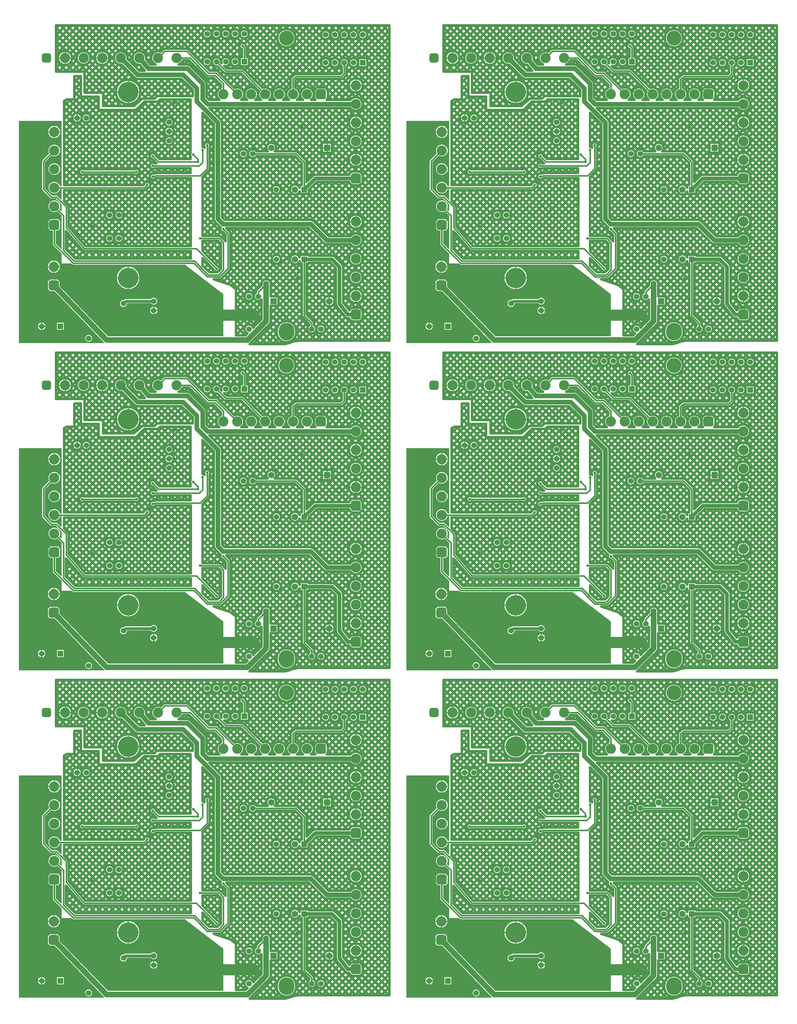
<source format=gbl>
G04*
G04 #@! TF.GenerationSoftware,Altium Limited,Altium Designer,18.1.9 (240)*
G04*
G04 Layer_Physical_Order=2*
G04 Layer_Color=16711680*
%FSLAX24Y24*%
%MOIN*%
G70*
G01*
G75*
%ADD10C,0.0500*%
%ADD25C,0.0150*%
%ADD26C,0.0300*%
%ADD28C,0.0100*%
%ADD31C,0.0400*%
%ADD32C,0.0250*%
%ADD34C,0.0500*%
%ADD38C,0.0700*%
%ADD39C,0.0600*%
%ADD40C,0.2200*%
%ADD41R,0.0650X0.0650*%
%ADD42O,0.1700X0.1900*%
%ADD43R,0.0600X0.0600*%
%ADD44C,0.1600*%
%ADD45R,0.0600X0.0600*%
%ADD46C,0.1100*%
G04:AMPARAMS|DCode=47|XSize=100mil|YSize=100mil|CornerRadius=25mil|HoleSize=0mil|Usage=FLASHONLY|Rotation=270.000|XOffset=0mil|YOffset=0mil|HoleType=Round|Shape=RoundedRectangle|*
%AMROUNDEDRECTD47*
21,1,0.1000,0.0500,0,0,270.0*
21,1,0.0500,0.1000,0,0,270.0*
1,1,0.0500,-0.0250,-0.0250*
1,1,0.0500,-0.0250,0.0250*
1,1,0.0500,0.0250,0.0250*
1,1,0.0500,0.0250,-0.0250*
%
%ADD47ROUNDEDRECTD47*%
G04:AMPARAMS|DCode=48|XSize=110mil|YSize=110mil|CornerRadius=27.5mil|HoleSize=0mil|Usage=FLASHONLY|Rotation=180.000|XOffset=0mil|YOffset=0mil|HoleType=Round|Shape=RoundedRectangle|*
%AMROUNDEDRECTD48*
21,1,0.1100,0.0550,0,0,180.0*
21,1,0.0550,0.1100,0,0,180.0*
1,1,0.0550,-0.0275,0.0275*
1,1,0.0550,0.0275,0.0275*
1,1,0.0550,0.0275,-0.0275*
1,1,0.0550,-0.0275,-0.0275*
%
%ADD48ROUNDEDRECTD48*%
G04:AMPARAMS|DCode=49|XSize=110mil|YSize=110mil|CornerRadius=27.5mil|HoleSize=0mil|Usage=FLASHONLY|Rotation=270.000|XOffset=0mil|YOffset=0mil|HoleType=Round|Shape=RoundedRectangle|*
%AMROUNDEDRECTD49*
21,1,0.1100,0.0550,0,0,270.0*
21,1,0.0550,0.1100,0,0,270.0*
1,1,0.0550,-0.0275,-0.0275*
1,1,0.0550,-0.0275,0.0275*
1,1,0.0550,0.0275,0.0275*
1,1,0.0550,0.0275,-0.0275*
%
%ADD49ROUNDEDRECTD49*%
%ADD50C,0.0300*%
%ADD51C,0.0640*%
%ADD52C,0.1200*%
%ADD53C,0.0600*%
G36*
X49550Y97325D02*
Y90273D01*
X49378D01*
X49351Y90363D01*
X49293Y90471D01*
X49216Y90566D01*
X49121Y90643D01*
X49013Y90701D01*
X48897Y90736D01*
X48775Y90748D01*
X48653Y90736D01*
X48537Y90701D01*
X48429Y90643D01*
X48334Y90566D01*
X48257Y90471D01*
X48199Y90363D01*
X48164Y90247D01*
X48152Y90125D01*
X48164Y90003D01*
X48199Y89887D01*
X48257Y89779D01*
X48334Y89684D01*
X48429Y89607D01*
X48537Y89549D01*
X48653Y89514D01*
X48775Y89502D01*
X48897Y89514D01*
X49013Y89549D01*
X49121Y89607D01*
X49216Y89684D01*
X49293Y89779D01*
X49351Y89887D01*
X49378Y89977D01*
X49550D01*
Y88842D01*
X49504Y88823D01*
X49097Y89230D01*
X49049Y89262D01*
X48992Y89273D01*
X48525D01*
X47773Y90025D01*
Y92914D01*
X48453Y93594D01*
X48537Y93549D01*
X48653Y93514D01*
X48775Y93502D01*
X48897Y93514D01*
X49013Y93549D01*
X49121Y93607D01*
X49216Y93684D01*
X49293Y93779D01*
X49351Y93887D01*
X49386Y94003D01*
X49398Y94125D01*
X49386Y94247D01*
X49351Y94363D01*
X49293Y94471D01*
X49216Y94566D01*
X49121Y94643D01*
X49013Y94701D01*
X48897Y94736D01*
X48775Y94748D01*
X48653Y94736D01*
X48537Y94701D01*
X48429Y94643D01*
X48334Y94566D01*
X48257Y94471D01*
X48199Y94363D01*
X48164Y94247D01*
X48152Y94125D01*
X48164Y94003D01*
X48199Y93887D01*
X48244Y93803D01*
X47520Y93080D01*
X47488Y93032D01*
X47477Y92975D01*
Y89964D01*
X47488Y89907D01*
X47520Y89859D01*
X48359Y89020D01*
X48407Y88988D01*
X48464Y88977D01*
X48931D01*
X49550Y88358D01*
Y87624D01*
X49504Y87605D01*
X49306Y87803D01*
X49351Y87887D01*
X49386Y88003D01*
X49398Y88125D01*
X49386Y88247D01*
X49351Y88363D01*
X49293Y88471D01*
X49216Y88566D01*
X49121Y88643D01*
X49013Y88701D01*
X48897Y88736D01*
X48775Y88748D01*
X48653Y88736D01*
X48537Y88701D01*
X48429Y88643D01*
X48334Y88566D01*
X48257Y88471D01*
X48199Y88363D01*
X48164Y88247D01*
X48152Y88125D01*
X48164Y88003D01*
X48199Y87887D01*
X48257Y87779D01*
X48334Y87684D01*
X48429Y87607D01*
X48537Y87549D01*
X48653Y87514D01*
X48775Y87502D01*
X48897Y87514D01*
X49013Y87549D01*
X49097Y87594D01*
X49550Y87141D01*
Y83534D01*
X49504Y83515D01*
X48923Y84096D01*
Y85502D01*
X49050D01*
X49140Y85514D01*
X49224Y85549D01*
X49296Y85604D01*
X49351Y85676D01*
X49386Y85760D01*
X49398Y85850D01*
Y86400D01*
X49386Y86490D01*
X49351Y86574D01*
X49296Y86646D01*
X49224Y86701D01*
X49140Y86736D01*
X49050Y86748D01*
X48500D01*
X48410Y86736D01*
X48326Y86701D01*
X48254Y86646D01*
X48199Y86574D01*
X48164Y86490D01*
X48152Y86400D01*
Y85850D01*
X48164Y85760D01*
X48199Y85676D01*
X48254Y85604D01*
X48326Y85549D01*
X48410Y85514D01*
X48500Y85502D01*
X48627D01*
Y84035D01*
X48638Y83978D01*
X48670Y83930D01*
X49550Y83051D01*
Y81975D01*
X50626D01*
X50705Y81895D01*
X50753Y81863D01*
X50810Y81852D01*
X62824D01*
X66975Y78690D01*
Y74133D01*
X54543D01*
X49348Y79517D01*
Y79900D01*
X49336Y79990D01*
X49301Y80074D01*
X49246Y80146D01*
X49174Y80201D01*
X49090Y80236D01*
X49000Y80248D01*
X48450D01*
X48360Y80236D01*
X48276Y80201D01*
X48204Y80146D01*
X48149Y80074D01*
X48114Y79990D01*
X48102Y79900D01*
Y79350D01*
X48114Y79260D01*
X48149Y79176D01*
X48204Y79104D01*
X48276Y79049D01*
X48360Y79014D01*
X48450Y79002D01*
X48808D01*
X54116Y73501D01*
X54118Y73499D01*
X54120Y73496D01*
X54148Y73475D01*
X54143Y73447D01*
X54131Y73425D01*
X44975D01*
Y82675D01*
Y97325D01*
X49550Y97325D01*
D02*
G37*
G36*
X7850D02*
Y90273D01*
X7678D01*
X7651Y90363D01*
X7593Y90471D01*
X7516Y90566D01*
X7421Y90643D01*
X7313Y90701D01*
X7197Y90736D01*
X7075Y90748D01*
X6953Y90736D01*
X6837Y90701D01*
X6729Y90643D01*
X6634Y90566D01*
X6557Y90471D01*
X6499Y90363D01*
X6464Y90247D01*
X6452Y90125D01*
X6464Y90003D01*
X6499Y89887D01*
X6557Y89779D01*
X6634Y89684D01*
X6729Y89607D01*
X6837Y89549D01*
X6953Y89514D01*
X7075Y89502D01*
X7197Y89514D01*
X7313Y89549D01*
X7421Y89607D01*
X7516Y89684D01*
X7593Y89779D01*
X7651Y89887D01*
X7678Y89977D01*
X7850D01*
Y88842D01*
X7804Y88823D01*
X7397Y89230D01*
X7349Y89262D01*
X7292Y89273D01*
X6825D01*
X6073Y90025D01*
Y92914D01*
X6753Y93594D01*
X6837Y93549D01*
X6953Y93514D01*
X7075Y93502D01*
X7197Y93514D01*
X7313Y93549D01*
X7421Y93607D01*
X7516Y93684D01*
X7593Y93779D01*
X7651Y93887D01*
X7686Y94003D01*
X7698Y94125D01*
X7686Y94247D01*
X7651Y94363D01*
X7593Y94471D01*
X7516Y94566D01*
X7421Y94643D01*
X7313Y94701D01*
X7197Y94736D01*
X7075Y94748D01*
X6953Y94736D01*
X6837Y94701D01*
X6729Y94643D01*
X6634Y94566D01*
X6557Y94471D01*
X6499Y94363D01*
X6464Y94247D01*
X6452Y94125D01*
X6464Y94003D01*
X6499Y93887D01*
X6544Y93803D01*
X5820Y93080D01*
X5788Y93032D01*
X5777Y92975D01*
Y89964D01*
X5788Y89907D01*
X5820Y89859D01*
X6659Y89020D01*
X6707Y88988D01*
X6764Y88977D01*
X7231D01*
X7850Y88358D01*
Y87624D01*
X7804Y87605D01*
X7606Y87803D01*
X7651Y87887D01*
X7686Y88003D01*
X7698Y88125D01*
X7686Y88247D01*
X7651Y88363D01*
X7593Y88471D01*
X7516Y88566D01*
X7421Y88643D01*
X7313Y88701D01*
X7197Y88736D01*
X7075Y88748D01*
X6953Y88736D01*
X6837Y88701D01*
X6729Y88643D01*
X6634Y88566D01*
X6557Y88471D01*
X6499Y88363D01*
X6464Y88247D01*
X6452Y88125D01*
X6464Y88003D01*
X6499Y87887D01*
X6557Y87779D01*
X6634Y87684D01*
X6729Y87607D01*
X6837Y87549D01*
X6953Y87514D01*
X7075Y87502D01*
X7197Y87514D01*
X7313Y87549D01*
X7397Y87594D01*
X7850Y87141D01*
Y83534D01*
X7804Y83515D01*
X7223Y84096D01*
Y85502D01*
X7350D01*
X7440Y85514D01*
X7524Y85549D01*
X7596Y85604D01*
X7651Y85676D01*
X7686Y85760D01*
X7698Y85850D01*
Y86400D01*
X7686Y86490D01*
X7651Y86574D01*
X7596Y86646D01*
X7524Y86701D01*
X7440Y86736D01*
X7350Y86748D01*
X6800D01*
X6710Y86736D01*
X6626Y86701D01*
X6554Y86646D01*
X6499Y86574D01*
X6464Y86490D01*
X6452Y86400D01*
Y85850D01*
X6464Y85760D01*
X6499Y85676D01*
X6554Y85604D01*
X6626Y85549D01*
X6710Y85514D01*
X6800Y85502D01*
X6927D01*
Y84035D01*
X6938Y83978D01*
X6970Y83930D01*
X7850Y83051D01*
Y81975D01*
X8926D01*
X9005Y81895D01*
X9053Y81863D01*
X9110Y81852D01*
X21124D01*
X25275Y78690D01*
Y74133D01*
X12843D01*
X7648Y79517D01*
Y79900D01*
X7636Y79990D01*
X7601Y80074D01*
X7546Y80146D01*
X7474Y80201D01*
X7390Y80236D01*
X7300Y80248D01*
X6750D01*
X6660Y80236D01*
X6576Y80201D01*
X6504Y80146D01*
X6449Y80074D01*
X6414Y79990D01*
X6402Y79900D01*
Y79350D01*
X6414Y79260D01*
X6449Y79176D01*
X6504Y79104D01*
X6576Y79049D01*
X6660Y79014D01*
X6750Y79002D01*
X7108D01*
X12416Y73501D01*
X12418Y73499D01*
X12420Y73496D01*
X12448Y73475D01*
X12443Y73447D01*
X12431Y73425D01*
X3275D01*
Y82675D01*
Y97325D01*
X7850Y97325D01*
D02*
G37*
G36*
X49550Y62125D02*
Y55073D01*
X49378D01*
X49351Y55163D01*
X49293Y55271D01*
X49216Y55366D01*
X49121Y55443D01*
X49013Y55501D01*
X48897Y55536D01*
X48775Y55548D01*
X48653Y55536D01*
X48537Y55501D01*
X48429Y55443D01*
X48334Y55366D01*
X48257Y55271D01*
X48199Y55163D01*
X48164Y55047D01*
X48152Y54925D01*
X48164Y54803D01*
X48199Y54687D01*
X48257Y54579D01*
X48334Y54484D01*
X48429Y54407D01*
X48537Y54349D01*
X48653Y54314D01*
X48775Y54302D01*
X48897Y54314D01*
X49013Y54349D01*
X49121Y54407D01*
X49216Y54484D01*
X49293Y54579D01*
X49351Y54687D01*
X49378Y54777D01*
X49550D01*
Y53642D01*
X49504Y53623D01*
X49097Y54030D01*
X49049Y54062D01*
X48992Y54073D01*
X48525D01*
X47773Y54825D01*
Y57714D01*
X48453Y58394D01*
X48537Y58349D01*
X48653Y58314D01*
X48775Y58302D01*
X48897Y58314D01*
X49013Y58349D01*
X49121Y58407D01*
X49216Y58484D01*
X49293Y58579D01*
X49351Y58687D01*
X49386Y58803D01*
X49398Y58925D01*
X49386Y59047D01*
X49351Y59163D01*
X49293Y59271D01*
X49216Y59366D01*
X49121Y59443D01*
X49013Y59501D01*
X48897Y59536D01*
X48775Y59548D01*
X48653Y59536D01*
X48537Y59501D01*
X48429Y59443D01*
X48334Y59366D01*
X48257Y59271D01*
X48199Y59163D01*
X48164Y59047D01*
X48152Y58925D01*
X48164Y58803D01*
X48199Y58687D01*
X48244Y58603D01*
X47520Y57880D01*
X47488Y57832D01*
X47477Y57775D01*
Y54764D01*
X47488Y54707D01*
X47520Y54659D01*
X48359Y53820D01*
X48407Y53788D01*
X48464Y53777D01*
X48931D01*
X49550Y53158D01*
Y52424D01*
X49504Y52405D01*
X49306Y52603D01*
X49351Y52687D01*
X49386Y52803D01*
X49398Y52925D01*
X49386Y53047D01*
X49351Y53163D01*
X49293Y53271D01*
X49216Y53366D01*
X49121Y53443D01*
X49013Y53501D01*
X48897Y53536D01*
X48775Y53548D01*
X48653Y53536D01*
X48537Y53501D01*
X48429Y53443D01*
X48334Y53366D01*
X48257Y53271D01*
X48199Y53163D01*
X48164Y53047D01*
X48152Y52925D01*
X48164Y52803D01*
X48199Y52687D01*
X48257Y52579D01*
X48334Y52484D01*
X48429Y52407D01*
X48537Y52349D01*
X48653Y52314D01*
X48775Y52302D01*
X48897Y52314D01*
X49013Y52349D01*
X49097Y52394D01*
X49550Y51941D01*
Y48334D01*
X49504Y48315D01*
X48923Y48896D01*
Y50302D01*
X49050D01*
X49140Y50314D01*
X49224Y50349D01*
X49296Y50404D01*
X49351Y50476D01*
X49386Y50560D01*
X49398Y50650D01*
Y51200D01*
X49386Y51290D01*
X49351Y51374D01*
X49296Y51446D01*
X49224Y51501D01*
X49140Y51536D01*
X49050Y51548D01*
X48500D01*
X48410Y51536D01*
X48326Y51501D01*
X48254Y51446D01*
X48199Y51374D01*
X48164Y51290D01*
X48152Y51200D01*
Y50650D01*
X48164Y50560D01*
X48199Y50476D01*
X48254Y50404D01*
X48326Y50349D01*
X48410Y50314D01*
X48500Y50302D01*
X48627D01*
Y48835D01*
X48638Y48778D01*
X48670Y48730D01*
X49550Y47851D01*
Y46775D01*
X50626D01*
X50705Y46695D01*
X50753Y46663D01*
X50810Y46652D01*
X62824D01*
X66975Y43490D01*
Y38933D01*
X54543D01*
X49348Y44317D01*
Y44700D01*
X49336Y44790D01*
X49301Y44874D01*
X49246Y44946D01*
X49174Y45001D01*
X49090Y45036D01*
X49000Y45048D01*
X48450D01*
X48360Y45036D01*
X48276Y45001D01*
X48204Y44946D01*
X48149Y44874D01*
X48114Y44790D01*
X48102Y44700D01*
Y44150D01*
X48114Y44060D01*
X48149Y43976D01*
X48204Y43904D01*
X48276Y43849D01*
X48360Y43814D01*
X48450Y43802D01*
X48808D01*
X54116Y38301D01*
X54118Y38299D01*
X54120Y38296D01*
X54148Y38275D01*
X54143Y38247D01*
X54131Y38225D01*
X44975D01*
Y47475D01*
Y62125D01*
X49550Y62125D01*
D02*
G37*
G36*
X7850D02*
Y55073D01*
X7678D01*
X7651Y55163D01*
X7593Y55271D01*
X7516Y55366D01*
X7421Y55443D01*
X7313Y55501D01*
X7197Y55536D01*
X7075Y55548D01*
X6953Y55536D01*
X6837Y55501D01*
X6729Y55443D01*
X6634Y55366D01*
X6557Y55271D01*
X6499Y55163D01*
X6464Y55047D01*
X6452Y54925D01*
X6464Y54803D01*
X6499Y54687D01*
X6557Y54579D01*
X6634Y54484D01*
X6729Y54407D01*
X6837Y54349D01*
X6953Y54314D01*
X7075Y54302D01*
X7197Y54314D01*
X7313Y54349D01*
X7421Y54407D01*
X7516Y54484D01*
X7593Y54579D01*
X7651Y54687D01*
X7678Y54777D01*
X7850D01*
Y53642D01*
X7804Y53623D01*
X7397Y54030D01*
X7349Y54062D01*
X7292Y54073D01*
X6825D01*
X6073Y54825D01*
Y57714D01*
X6753Y58394D01*
X6837Y58349D01*
X6953Y58314D01*
X7075Y58302D01*
X7197Y58314D01*
X7313Y58349D01*
X7421Y58407D01*
X7516Y58484D01*
X7593Y58579D01*
X7651Y58687D01*
X7686Y58803D01*
X7698Y58925D01*
X7686Y59047D01*
X7651Y59163D01*
X7593Y59271D01*
X7516Y59366D01*
X7421Y59443D01*
X7313Y59501D01*
X7197Y59536D01*
X7075Y59548D01*
X6953Y59536D01*
X6837Y59501D01*
X6729Y59443D01*
X6634Y59366D01*
X6557Y59271D01*
X6499Y59163D01*
X6464Y59047D01*
X6452Y58925D01*
X6464Y58803D01*
X6499Y58687D01*
X6544Y58603D01*
X5820Y57880D01*
X5788Y57832D01*
X5777Y57775D01*
Y54764D01*
X5788Y54707D01*
X5820Y54659D01*
X6659Y53820D01*
X6707Y53788D01*
X6764Y53777D01*
X7231D01*
X7850Y53158D01*
Y52424D01*
X7804Y52405D01*
X7606Y52603D01*
X7651Y52687D01*
X7686Y52803D01*
X7698Y52925D01*
X7686Y53047D01*
X7651Y53163D01*
X7593Y53271D01*
X7516Y53366D01*
X7421Y53443D01*
X7313Y53501D01*
X7197Y53536D01*
X7075Y53548D01*
X6953Y53536D01*
X6837Y53501D01*
X6729Y53443D01*
X6634Y53366D01*
X6557Y53271D01*
X6499Y53163D01*
X6464Y53047D01*
X6452Y52925D01*
X6464Y52803D01*
X6499Y52687D01*
X6557Y52579D01*
X6634Y52484D01*
X6729Y52407D01*
X6837Y52349D01*
X6953Y52314D01*
X7075Y52302D01*
X7197Y52314D01*
X7313Y52349D01*
X7397Y52394D01*
X7850Y51941D01*
Y48334D01*
X7804Y48315D01*
X7223Y48896D01*
Y50302D01*
X7350D01*
X7440Y50314D01*
X7524Y50349D01*
X7596Y50404D01*
X7651Y50476D01*
X7686Y50560D01*
X7698Y50650D01*
Y51200D01*
X7686Y51290D01*
X7651Y51374D01*
X7596Y51446D01*
X7524Y51501D01*
X7440Y51536D01*
X7350Y51548D01*
X6800D01*
X6710Y51536D01*
X6626Y51501D01*
X6554Y51446D01*
X6499Y51374D01*
X6464Y51290D01*
X6452Y51200D01*
Y50650D01*
X6464Y50560D01*
X6499Y50476D01*
X6554Y50404D01*
X6626Y50349D01*
X6710Y50314D01*
X6800Y50302D01*
X6927D01*
Y48835D01*
X6938Y48778D01*
X6970Y48730D01*
X7850Y47851D01*
Y46775D01*
X8926D01*
X9005Y46695D01*
X9053Y46663D01*
X9110Y46652D01*
X21124D01*
X25275Y43490D01*
Y38933D01*
X12843D01*
X7648Y44317D01*
Y44700D01*
X7636Y44790D01*
X7601Y44874D01*
X7546Y44946D01*
X7474Y45001D01*
X7390Y45036D01*
X7300Y45048D01*
X6750D01*
X6660Y45036D01*
X6576Y45001D01*
X6504Y44946D01*
X6449Y44874D01*
X6414Y44790D01*
X6402Y44700D01*
Y44150D01*
X6414Y44060D01*
X6449Y43976D01*
X6504Y43904D01*
X6576Y43849D01*
X6660Y43814D01*
X6750Y43802D01*
X7108D01*
X12416Y38301D01*
X12418Y38299D01*
X12420Y38296D01*
X12448Y38275D01*
X12443Y38247D01*
X12431Y38225D01*
X3275D01*
Y47475D01*
Y62125D01*
X7850Y62125D01*
D02*
G37*
G36*
X49550Y26925D02*
Y19873D01*
X49378D01*
X49351Y19963D01*
X49293Y20071D01*
X49216Y20166D01*
X49121Y20243D01*
X49013Y20301D01*
X48897Y20336D01*
X48775Y20348D01*
X48653Y20336D01*
X48537Y20301D01*
X48429Y20243D01*
X48334Y20166D01*
X48257Y20071D01*
X48199Y19963D01*
X48164Y19847D01*
X48152Y19725D01*
X48164Y19603D01*
X48199Y19487D01*
X48257Y19379D01*
X48334Y19284D01*
X48429Y19207D01*
X48537Y19149D01*
X48653Y19114D01*
X48775Y19102D01*
X48897Y19114D01*
X49013Y19149D01*
X49121Y19207D01*
X49216Y19284D01*
X49293Y19379D01*
X49351Y19487D01*
X49378Y19577D01*
X49550D01*
Y18442D01*
X49504Y18423D01*
X49097Y18830D01*
X49049Y18862D01*
X48992Y18873D01*
X48525D01*
X47773Y19625D01*
Y22514D01*
X48453Y23194D01*
X48537Y23149D01*
X48653Y23114D01*
X48775Y23102D01*
X48897Y23114D01*
X49013Y23149D01*
X49121Y23207D01*
X49216Y23284D01*
X49293Y23379D01*
X49351Y23487D01*
X49386Y23603D01*
X49398Y23725D01*
X49386Y23847D01*
X49351Y23963D01*
X49293Y24071D01*
X49216Y24166D01*
X49121Y24243D01*
X49013Y24301D01*
X48897Y24336D01*
X48775Y24348D01*
X48653Y24336D01*
X48537Y24301D01*
X48429Y24243D01*
X48334Y24166D01*
X48257Y24071D01*
X48199Y23963D01*
X48164Y23847D01*
X48152Y23725D01*
X48164Y23603D01*
X48199Y23487D01*
X48244Y23403D01*
X47520Y22680D01*
X47488Y22632D01*
X47477Y22575D01*
Y19564D01*
X47488Y19507D01*
X47520Y19459D01*
X48359Y18620D01*
X48407Y18588D01*
X48464Y18577D01*
X48931D01*
X49550Y17958D01*
Y17224D01*
X49504Y17205D01*
X49306Y17403D01*
X49351Y17487D01*
X49386Y17603D01*
X49398Y17725D01*
X49386Y17847D01*
X49351Y17963D01*
X49293Y18071D01*
X49216Y18166D01*
X49121Y18243D01*
X49013Y18301D01*
X48897Y18336D01*
X48775Y18348D01*
X48653Y18336D01*
X48537Y18301D01*
X48429Y18243D01*
X48334Y18166D01*
X48257Y18071D01*
X48199Y17963D01*
X48164Y17847D01*
X48152Y17725D01*
X48164Y17603D01*
X48199Y17487D01*
X48257Y17379D01*
X48334Y17284D01*
X48429Y17207D01*
X48537Y17149D01*
X48653Y17114D01*
X48775Y17102D01*
X48897Y17114D01*
X49013Y17149D01*
X49097Y17194D01*
X49550Y16741D01*
Y13134D01*
X49504Y13115D01*
X48923Y13696D01*
Y15102D01*
X49050D01*
X49140Y15114D01*
X49224Y15149D01*
X49296Y15204D01*
X49351Y15276D01*
X49386Y15360D01*
X49398Y15450D01*
Y16000D01*
X49386Y16090D01*
X49351Y16174D01*
X49296Y16246D01*
X49224Y16301D01*
X49140Y16336D01*
X49050Y16348D01*
X48500D01*
X48410Y16336D01*
X48326Y16301D01*
X48254Y16246D01*
X48199Y16174D01*
X48164Y16090D01*
X48152Y16000D01*
Y15450D01*
X48164Y15360D01*
X48199Y15276D01*
X48254Y15204D01*
X48326Y15149D01*
X48410Y15114D01*
X48500Y15102D01*
X48627D01*
Y13635D01*
X48638Y13578D01*
X48670Y13530D01*
X49550Y12651D01*
Y11575D01*
X50626D01*
X50705Y11495D01*
X50753Y11463D01*
X50810Y11452D01*
X62824D01*
X66975Y8290D01*
Y3733D01*
X54543D01*
X49348Y9117D01*
Y9500D01*
X49336Y9590D01*
X49301Y9674D01*
X49246Y9746D01*
X49174Y9801D01*
X49090Y9836D01*
X49000Y9848D01*
X48450D01*
X48360Y9836D01*
X48276Y9801D01*
X48204Y9746D01*
X48149Y9674D01*
X48114Y9590D01*
X48102Y9500D01*
Y8950D01*
X48114Y8860D01*
X48149Y8776D01*
X48204Y8704D01*
X48276Y8649D01*
X48360Y8614D01*
X48450Y8602D01*
X48808D01*
X54116Y3101D01*
X54118Y3099D01*
X54120Y3096D01*
X54148Y3075D01*
X54143Y3047D01*
X54131Y3025D01*
X44975D01*
Y12275D01*
Y26925D01*
X49550Y26925D01*
D02*
G37*
G36*
X7850D02*
Y19873D01*
X7678D01*
X7651Y19963D01*
X7593Y20071D01*
X7516Y20166D01*
X7421Y20243D01*
X7313Y20301D01*
X7197Y20336D01*
X7075Y20348D01*
X6953Y20336D01*
X6837Y20301D01*
X6729Y20243D01*
X6634Y20166D01*
X6557Y20071D01*
X6499Y19963D01*
X6464Y19847D01*
X6452Y19725D01*
X6464Y19603D01*
X6499Y19487D01*
X6557Y19379D01*
X6634Y19284D01*
X6729Y19207D01*
X6837Y19149D01*
X6953Y19114D01*
X7075Y19102D01*
X7197Y19114D01*
X7313Y19149D01*
X7421Y19207D01*
X7516Y19284D01*
X7593Y19379D01*
X7651Y19487D01*
X7678Y19577D01*
X7850D01*
Y18442D01*
X7804Y18423D01*
X7397Y18830D01*
X7349Y18862D01*
X7292Y18873D01*
X6825D01*
X6073Y19625D01*
Y22514D01*
X6753Y23194D01*
X6837Y23149D01*
X6953Y23114D01*
X7075Y23102D01*
X7197Y23114D01*
X7313Y23149D01*
X7421Y23207D01*
X7516Y23284D01*
X7593Y23379D01*
X7651Y23487D01*
X7686Y23603D01*
X7698Y23725D01*
X7686Y23847D01*
X7651Y23963D01*
X7593Y24071D01*
X7516Y24166D01*
X7421Y24243D01*
X7313Y24301D01*
X7197Y24336D01*
X7075Y24348D01*
X6953Y24336D01*
X6837Y24301D01*
X6729Y24243D01*
X6634Y24166D01*
X6557Y24071D01*
X6499Y23963D01*
X6464Y23847D01*
X6452Y23725D01*
X6464Y23603D01*
X6499Y23487D01*
X6544Y23403D01*
X5820Y22680D01*
X5788Y22632D01*
X5777Y22575D01*
Y19564D01*
X5788Y19507D01*
X5820Y19459D01*
X6659Y18620D01*
X6707Y18588D01*
X6764Y18577D01*
X7231D01*
X7850Y17958D01*
Y17224D01*
X7804Y17205D01*
X7606Y17403D01*
X7651Y17487D01*
X7686Y17603D01*
X7698Y17725D01*
X7686Y17847D01*
X7651Y17963D01*
X7593Y18071D01*
X7516Y18166D01*
X7421Y18243D01*
X7313Y18301D01*
X7197Y18336D01*
X7075Y18348D01*
X6953Y18336D01*
X6837Y18301D01*
X6729Y18243D01*
X6634Y18166D01*
X6557Y18071D01*
X6499Y17963D01*
X6464Y17847D01*
X6452Y17725D01*
X6464Y17603D01*
X6499Y17487D01*
X6557Y17379D01*
X6634Y17284D01*
X6729Y17207D01*
X6837Y17149D01*
X6953Y17114D01*
X7075Y17102D01*
X7197Y17114D01*
X7313Y17149D01*
X7397Y17194D01*
X7850Y16741D01*
Y13134D01*
X7804Y13115D01*
X7223Y13696D01*
Y15102D01*
X7350D01*
X7440Y15114D01*
X7524Y15149D01*
X7596Y15204D01*
X7651Y15276D01*
X7686Y15360D01*
X7698Y15450D01*
Y16000D01*
X7686Y16090D01*
X7651Y16174D01*
X7596Y16246D01*
X7524Y16301D01*
X7440Y16336D01*
X7350Y16348D01*
X6800D01*
X6710Y16336D01*
X6626Y16301D01*
X6554Y16246D01*
X6499Y16174D01*
X6464Y16090D01*
X6452Y16000D01*
Y15450D01*
X6464Y15360D01*
X6499Y15276D01*
X6554Y15204D01*
X6626Y15149D01*
X6710Y15114D01*
X6800Y15102D01*
X6927D01*
Y13635D01*
X6938Y13578D01*
X6970Y13530D01*
X7850Y12651D01*
Y11575D01*
X8926D01*
X9005Y11495D01*
X9053Y11463D01*
X9110Y11452D01*
X21124D01*
X25275Y8290D01*
Y3733D01*
X12843D01*
X7648Y9117D01*
Y9500D01*
X7636Y9590D01*
X7601Y9674D01*
X7546Y9746D01*
X7474Y9801D01*
X7390Y9836D01*
X7300Y9848D01*
X6750D01*
X6660Y9836D01*
X6576Y9801D01*
X6504Y9746D01*
X6449Y9674D01*
X6414Y9590D01*
X6402Y9500D01*
Y8950D01*
X6414Y8860D01*
X6449Y8776D01*
X6504Y8704D01*
X6576Y8649D01*
X6660Y8614D01*
X6750Y8602D01*
X7108D01*
X12416Y3101D01*
X12418Y3099D01*
X12420Y3096D01*
X12448Y3075D01*
X12443Y3047D01*
X12431Y3025D01*
X3275D01*
Y12275D01*
Y26925D01*
X7850Y26925D01*
D02*
G37*
%LPC*%
G36*
X48825Y96773D02*
Y96175D01*
X49423D01*
X49416Y96252D01*
X49378Y96375D01*
X49318Y96488D01*
X49237Y96587D01*
X49138Y96668D01*
X49025Y96728D01*
X48902Y96766D01*
X48825Y96773D01*
D02*
G37*
G36*
X48725D02*
X48648Y96766D01*
X48525Y96728D01*
X48412Y96668D01*
X48313Y96587D01*
X48232Y96488D01*
X48172Y96375D01*
X48134Y96252D01*
X48127Y96175D01*
X48725D01*
Y96773D01*
D02*
G37*
G36*
X49423Y96075D02*
X48825D01*
Y95477D01*
X48902Y95484D01*
X49025Y95522D01*
X49138Y95582D01*
X49237Y95663D01*
X49318Y95762D01*
X49378Y95875D01*
X49416Y95998D01*
X49423Y96075D01*
D02*
G37*
G36*
X48725D02*
X48127D01*
X48134Y95998D01*
X48172Y95875D01*
X48232Y95762D01*
X48313Y95663D01*
X48412Y95582D01*
X48525Y95522D01*
X48648Y95484D01*
X48725Y95477D01*
Y96075D01*
D02*
G37*
G36*
X48775Y92748D02*
X48653Y92736D01*
X48537Y92701D01*
X48429Y92643D01*
X48334Y92566D01*
X48257Y92471D01*
X48199Y92363D01*
X48164Y92247D01*
X48152Y92125D01*
X48164Y92003D01*
X48199Y91887D01*
X48257Y91779D01*
X48334Y91684D01*
X48429Y91607D01*
X48537Y91549D01*
X48653Y91514D01*
X48775Y91502D01*
X48897Y91514D01*
X49013Y91549D01*
X49121Y91607D01*
X49216Y91684D01*
X49293Y91779D01*
X49351Y91887D01*
X49386Y92003D01*
X49398Y92125D01*
X49386Y92247D01*
X49351Y92363D01*
X49293Y92471D01*
X49216Y92566D01*
X49121Y92643D01*
X49013Y92701D01*
X48897Y92736D01*
X48775Y92748D01*
D02*
G37*
G36*
Y82273D02*
Y81675D01*
X49373D01*
X49366Y81752D01*
X49328Y81875D01*
X49268Y81988D01*
X49187Y82087D01*
X49088Y82168D01*
X48975Y82228D01*
X48852Y82266D01*
X48775Y82273D01*
D02*
G37*
G36*
X48675D02*
X48598Y82266D01*
X48475Y82228D01*
X48362Y82168D01*
X48263Y82087D01*
X48182Y81988D01*
X48122Y81875D01*
X48084Y81752D01*
X48077Y81675D01*
X48675D01*
Y82273D01*
D02*
G37*
G36*
X49373Y81575D02*
X48775D01*
Y80977D01*
X48852Y80984D01*
X48975Y81022D01*
X49088Y81082D01*
X49187Y81163D01*
X49268Y81262D01*
X49328Y81375D01*
X49366Y81498D01*
X49373Y81575D01*
D02*
G37*
G36*
X48675D02*
X48077D01*
X48084Y81498D01*
X48122Y81375D01*
X48182Y81262D01*
X48263Y81163D01*
X48362Y81082D01*
X48475Y81022D01*
X48598Y80984D01*
X48675Y80977D01*
Y81575D01*
D02*
G37*
G36*
X56775Y81625D02*
Y80475D01*
X57925D01*
X57914Y80613D01*
X57870Y80797D01*
X57798Y80971D01*
X57699Y81133D01*
X57576Y81276D01*
X57433Y81399D01*
X57271Y81498D01*
X57097Y81570D01*
X56913Y81614D01*
X56775Y81625D01*
D02*
G37*
G36*
X56675D02*
X56537Y81614D01*
X56353Y81570D01*
X56179Y81498D01*
X56017Y81399D01*
X55874Y81276D01*
X55751Y81133D01*
X55652Y80971D01*
X55580Y80797D01*
X55536Y80613D01*
X55525Y80475D01*
X56675D01*
Y81625D01*
D02*
G37*
G36*
X57925Y80375D02*
X56775D01*
Y79225D01*
X56913Y79236D01*
X57097Y79280D01*
X57271Y79352D01*
X57433Y79451D01*
X57576Y79574D01*
X57699Y79717D01*
X57798Y79879D01*
X57870Y80053D01*
X57914Y80237D01*
X57925Y80375D01*
D02*
G37*
G36*
X56675D02*
X55525D01*
X55536Y80237D01*
X55580Y80053D01*
X55652Y79879D01*
X55751Y79717D01*
X55874Y79574D01*
X56017Y79451D01*
X56179Y79352D01*
X56353Y79280D01*
X56537Y79236D01*
X56675Y79225D01*
Y80375D01*
D02*
G37*
G36*
X59475Y78298D02*
X59378Y78285D01*
X59288Y78248D01*
X59211Y78189D01*
X59181Y78149D01*
X56475D01*
X56389Y78132D01*
X56316Y78084D01*
X56274Y78042D01*
X56225Y78048D01*
X56128Y78035D01*
X56038Y77998D01*
X55961Y77939D01*
X55902Y77862D01*
X55865Y77772D01*
X55852Y77675D01*
X55865Y77578D01*
X55902Y77488D01*
X55961Y77411D01*
X56038Y77352D01*
X56128Y77315D01*
X56225Y77302D01*
X56322Y77315D01*
X56412Y77352D01*
X56489Y77411D01*
X56548Y77488D01*
X56585Y77578D01*
X56598Y77675D01*
X56621Y77701D01*
X59181D01*
X59211Y77661D01*
X59288Y77602D01*
X59378Y77565D01*
X59475Y77552D01*
X59572Y77565D01*
X59662Y77602D01*
X59739Y77661D01*
X59798Y77738D01*
X59835Y77828D01*
X59848Y77925D01*
X59835Y78022D01*
X59798Y78112D01*
X59739Y78189D01*
X59662Y78248D01*
X59572Y78285D01*
X59475Y78298D01*
D02*
G37*
G36*
X59525Y77322D02*
Y76975D01*
X59872D01*
X59865Y77029D01*
X59824Y77127D01*
X59760Y77210D01*
X59677Y77274D01*
X59579Y77315D01*
X59525Y77322D01*
D02*
G37*
G36*
X59425D02*
X59371Y77315D01*
X59273Y77274D01*
X59190Y77210D01*
X59126Y77127D01*
X59085Y77029D01*
X59078Y76975D01*
X59425D01*
Y77322D01*
D02*
G37*
G36*
X59872Y76875D02*
X59525D01*
Y76528D01*
X59579Y76535D01*
X59677Y76576D01*
X59760Y76640D01*
X59824Y76723D01*
X59865Y76821D01*
X59872Y76875D01*
D02*
G37*
G36*
X59425D02*
X59078D01*
X59085Y76821D01*
X59126Y76723D01*
X59190Y76640D01*
X59273Y76576D01*
X59371Y76535D01*
X59425Y76528D01*
Y76875D01*
D02*
G37*
G36*
X47475Y75622D02*
Y75275D01*
X47822D01*
X47815Y75329D01*
X47774Y75427D01*
X47710Y75510D01*
X47627Y75574D01*
X47529Y75615D01*
X47475Y75622D01*
D02*
G37*
G36*
X47375D02*
X47321Y75615D01*
X47223Y75574D01*
X47140Y75510D01*
X47076Y75427D01*
X47035Y75329D01*
X47028Y75275D01*
X47375D01*
Y75622D01*
D02*
G37*
G36*
X49795Y75595D02*
X49055D01*
Y74855D01*
X49795D01*
Y75595D01*
D02*
G37*
G36*
X47822Y75175D02*
X47475D01*
Y74828D01*
X47529Y74835D01*
X47627Y74876D01*
X47710Y74940D01*
X47774Y75023D01*
X47815Y75121D01*
X47822Y75175D01*
D02*
G37*
G36*
X47375D02*
X47028D01*
X47035Y75121D01*
X47076Y75023D01*
X47140Y74940D01*
X47223Y74876D01*
X47321Y74835D01*
X47375Y74828D01*
Y75175D01*
D02*
G37*
G36*
X52475Y74298D02*
X52378Y74285D01*
X52288Y74248D01*
X52211Y74189D01*
X52152Y74112D01*
X52115Y74022D01*
X52102Y73925D01*
X52115Y73828D01*
X52152Y73738D01*
X52211Y73661D01*
X52288Y73602D01*
X52378Y73565D01*
X52475Y73552D01*
X52572Y73565D01*
X52662Y73602D01*
X52739Y73661D01*
X52798Y73738D01*
X52835Y73828D01*
X52848Y73925D01*
X52835Y74022D01*
X52798Y74112D01*
X52739Y74189D01*
X52662Y74248D01*
X52572Y74285D01*
X52475Y74298D01*
D02*
G37*
G36*
X7125Y96773D02*
Y96175D01*
X7723D01*
X7716Y96252D01*
X7678Y96375D01*
X7618Y96488D01*
X7537Y96587D01*
X7438Y96668D01*
X7325Y96728D01*
X7202Y96766D01*
X7125Y96773D01*
D02*
G37*
G36*
X7025D02*
X6948Y96766D01*
X6825Y96728D01*
X6712Y96668D01*
X6613Y96587D01*
X6532Y96488D01*
X6472Y96375D01*
X6434Y96252D01*
X6427Y96175D01*
X7025D01*
Y96773D01*
D02*
G37*
G36*
X7723Y96075D02*
X7125D01*
Y95477D01*
X7202Y95484D01*
X7325Y95522D01*
X7438Y95582D01*
X7537Y95663D01*
X7618Y95762D01*
X7678Y95875D01*
X7716Y95998D01*
X7723Y96075D01*
D02*
G37*
G36*
X7025D02*
X6427D01*
X6434Y95998D01*
X6472Y95875D01*
X6532Y95762D01*
X6613Y95663D01*
X6712Y95582D01*
X6825Y95522D01*
X6948Y95484D01*
X7025Y95477D01*
Y96075D01*
D02*
G37*
G36*
X7075Y92748D02*
X6953Y92736D01*
X6837Y92701D01*
X6729Y92643D01*
X6634Y92566D01*
X6557Y92471D01*
X6499Y92363D01*
X6464Y92247D01*
X6452Y92125D01*
X6464Y92003D01*
X6499Y91887D01*
X6557Y91779D01*
X6634Y91684D01*
X6729Y91607D01*
X6837Y91549D01*
X6953Y91514D01*
X7075Y91502D01*
X7197Y91514D01*
X7313Y91549D01*
X7421Y91607D01*
X7516Y91684D01*
X7593Y91779D01*
X7651Y91887D01*
X7686Y92003D01*
X7698Y92125D01*
X7686Y92247D01*
X7651Y92363D01*
X7593Y92471D01*
X7516Y92566D01*
X7421Y92643D01*
X7313Y92701D01*
X7197Y92736D01*
X7075Y92748D01*
D02*
G37*
G36*
Y82273D02*
Y81675D01*
X7673D01*
X7666Y81752D01*
X7628Y81875D01*
X7568Y81988D01*
X7487Y82087D01*
X7388Y82168D01*
X7275Y82228D01*
X7152Y82266D01*
X7075Y82273D01*
D02*
G37*
G36*
X6975D02*
X6898Y82266D01*
X6775Y82228D01*
X6662Y82168D01*
X6563Y82087D01*
X6482Y81988D01*
X6422Y81875D01*
X6384Y81752D01*
X6377Y81675D01*
X6975D01*
Y82273D01*
D02*
G37*
G36*
X7673Y81575D02*
X7075D01*
Y80977D01*
X7152Y80984D01*
X7275Y81022D01*
X7388Y81082D01*
X7487Y81163D01*
X7568Y81262D01*
X7628Y81375D01*
X7666Y81498D01*
X7673Y81575D01*
D02*
G37*
G36*
X6975D02*
X6377D01*
X6384Y81498D01*
X6422Y81375D01*
X6482Y81262D01*
X6563Y81163D01*
X6662Y81082D01*
X6775Y81022D01*
X6898Y80984D01*
X6975Y80977D01*
Y81575D01*
D02*
G37*
G36*
X15075Y81625D02*
Y80475D01*
X16225D01*
X16214Y80613D01*
X16170Y80797D01*
X16098Y80971D01*
X15999Y81133D01*
X15876Y81276D01*
X15733Y81399D01*
X15571Y81498D01*
X15397Y81570D01*
X15213Y81614D01*
X15075Y81625D01*
D02*
G37*
G36*
X14975D02*
X14837Y81614D01*
X14653Y81570D01*
X14479Y81498D01*
X14317Y81399D01*
X14174Y81276D01*
X14051Y81133D01*
X13952Y80971D01*
X13880Y80797D01*
X13836Y80613D01*
X13825Y80475D01*
X14975D01*
Y81625D01*
D02*
G37*
G36*
X16225Y80375D02*
X15075D01*
Y79225D01*
X15213Y79236D01*
X15397Y79280D01*
X15571Y79352D01*
X15733Y79451D01*
X15876Y79574D01*
X15999Y79717D01*
X16098Y79879D01*
X16170Y80053D01*
X16214Y80237D01*
X16225Y80375D01*
D02*
G37*
G36*
X14975D02*
X13825D01*
X13836Y80237D01*
X13880Y80053D01*
X13952Y79879D01*
X14051Y79717D01*
X14174Y79574D01*
X14317Y79451D01*
X14479Y79352D01*
X14653Y79280D01*
X14837Y79236D01*
X14975Y79225D01*
Y80375D01*
D02*
G37*
G36*
X17775Y78298D02*
X17678Y78285D01*
X17588Y78248D01*
X17511Y78189D01*
X17481Y78149D01*
X14775D01*
X14689Y78132D01*
X14616Y78084D01*
X14574Y78042D01*
X14525Y78048D01*
X14428Y78035D01*
X14338Y77998D01*
X14261Y77939D01*
X14202Y77862D01*
X14165Y77772D01*
X14152Y77675D01*
X14165Y77578D01*
X14202Y77488D01*
X14261Y77411D01*
X14338Y77352D01*
X14428Y77315D01*
X14525Y77302D01*
X14622Y77315D01*
X14712Y77352D01*
X14789Y77411D01*
X14848Y77488D01*
X14885Y77578D01*
X14898Y77675D01*
X14921Y77701D01*
X17481D01*
X17511Y77661D01*
X17588Y77602D01*
X17678Y77565D01*
X17775Y77552D01*
X17872Y77565D01*
X17962Y77602D01*
X18039Y77661D01*
X18098Y77738D01*
X18135Y77828D01*
X18148Y77925D01*
X18135Y78022D01*
X18098Y78112D01*
X18039Y78189D01*
X17962Y78248D01*
X17872Y78285D01*
X17775Y78298D01*
D02*
G37*
G36*
X17825Y77322D02*
Y76975D01*
X18172D01*
X18165Y77029D01*
X18124Y77127D01*
X18060Y77210D01*
X17977Y77274D01*
X17879Y77315D01*
X17825Y77322D01*
D02*
G37*
G36*
X17725D02*
X17671Y77315D01*
X17573Y77274D01*
X17490Y77210D01*
X17426Y77127D01*
X17385Y77029D01*
X17378Y76975D01*
X17725D01*
Y77322D01*
D02*
G37*
G36*
X18172Y76875D02*
X17825D01*
Y76528D01*
X17879Y76535D01*
X17977Y76576D01*
X18060Y76640D01*
X18124Y76723D01*
X18165Y76821D01*
X18172Y76875D01*
D02*
G37*
G36*
X17725D02*
X17378D01*
X17385Y76821D01*
X17426Y76723D01*
X17490Y76640D01*
X17573Y76576D01*
X17671Y76535D01*
X17725Y76528D01*
Y76875D01*
D02*
G37*
G36*
X5775Y75622D02*
Y75275D01*
X6122D01*
X6115Y75329D01*
X6074Y75427D01*
X6010Y75510D01*
X5927Y75574D01*
X5829Y75615D01*
X5775Y75622D01*
D02*
G37*
G36*
X5675D02*
X5621Y75615D01*
X5523Y75574D01*
X5440Y75510D01*
X5376Y75427D01*
X5335Y75329D01*
X5328Y75275D01*
X5675D01*
Y75622D01*
D02*
G37*
G36*
X8095Y75595D02*
X7355D01*
Y74855D01*
X8095D01*
Y75595D01*
D02*
G37*
G36*
X6122Y75175D02*
X5775D01*
Y74828D01*
X5829Y74835D01*
X5927Y74876D01*
X6010Y74940D01*
X6074Y75023D01*
X6115Y75121D01*
X6122Y75175D01*
D02*
G37*
G36*
X5675D02*
X5328D01*
X5335Y75121D01*
X5376Y75023D01*
X5440Y74940D01*
X5523Y74876D01*
X5621Y74835D01*
X5675Y74828D01*
Y75175D01*
D02*
G37*
G36*
X10775Y74298D02*
X10678Y74285D01*
X10588Y74248D01*
X10511Y74189D01*
X10452Y74112D01*
X10415Y74022D01*
X10402Y73925D01*
X10415Y73828D01*
X10452Y73738D01*
X10511Y73661D01*
X10588Y73602D01*
X10678Y73565D01*
X10775Y73552D01*
X10872Y73565D01*
X10962Y73602D01*
X11039Y73661D01*
X11098Y73738D01*
X11135Y73828D01*
X11148Y73925D01*
X11135Y74022D01*
X11098Y74112D01*
X11039Y74189D01*
X10962Y74248D01*
X10872Y74285D01*
X10775Y74298D01*
D02*
G37*
G36*
X48825Y61573D02*
Y60975D01*
X49423D01*
X49416Y61052D01*
X49378Y61175D01*
X49318Y61288D01*
X49237Y61387D01*
X49138Y61468D01*
X49025Y61528D01*
X48902Y61566D01*
X48825Y61573D01*
D02*
G37*
G36*
X48725D02*
X48648Y61566D01*
X48525Y61528D01*
X48412Y61468D01*
X48313Y61387D01*
X48232Y61288D01*
X48172Y61175D01*
X48134Y61052D01*
X48127Y60975D01*
X48725D01*
Y61573D01*
D02*
G37*
G36*
X49423Y60875D02*
X48825D01*
Y60277D01*
X48902Y60284D01*
X49025Y60322D01*
X49138Y60382D01*
X49237Y60463D01*
X49318Y60562D01*
X49378Y60675D01*
X49416Y60798D01*
X49423Y60875D01*
D02*
G37*
G36*
X48725D02*
X48127D01*
X48134Y60798D01*
X48172Y60675D01*
X48232Y60562D01*
X48313Y60463D01*
X48412Y60382D01*
X48525Y60322D01*
X48648Y60284D01*
X48725Y60277D01*
Y60875D01*
D02*
G37*
G36*
X48775Y57548D02*
X48653Y57536D01*
X48537Y57501D01*
X48429Y57443D01*
X48334Y57366D01*
X48257Y57271D01*
X48199Y57163D01*
X48164Y57047D01*
X48152Y56925D01*
X48164Y56803D01*
X48199Y56687D01*
X48257Y56579D01*
X48334Y56484D01*
X48429Y56407D01*
X48537Y56349D01*
X48653Y56314D01*
X48775Y56302D01*
X48897Y56314D01*
X49013Y56349D01*
X49121Y56407D01*
X49216Y56484D01*
X49293Y56579D01*
X49351Y56687D01*
X49386Y56803D01*
X49398Y56925D01*
X49386Y57047D01*
X49351Y57163D01*
X49293Y57271D01*
X49216Y57366D01*
X49121Y57443D01*
X49013Y57501D01*
X48897Y57536D01*
X48775Y57548D01*
D02*
G37*
G36*
Y47073D02*
Y46475D01*
X49373D01*
X49366Y46552D01*
X49328Y46675D01*
X49268Y46788D01*
X49187Y46887D01*
X49088Y46968D01*
X48975Y47028D01*
X48852Y47066D01*
X48775Y47073D01*
D02*
G37*
G36*
X48675D02*
X48598Y47066D01*
X48475Y47028D01*
X48362Y46968D01*
X48263Y46887D01*
X48182Y46788D01*
X48122Y46675D01*
X48084Y46552D01*
X48077Y46475D01*
X48675D01*
Y47073D01*
D02*
G37*
G36*
X49373Y46375D02*
X48775D01*
Y45777D01*
X48852Y45784D01*
X48975Y45822D01*
X49088Y45882D01*
X49187Y45963D01*
X49268Y46062D01*
X49328Y46175D01*
X49366Y46298D01*
X49373Y46375D01*
D02*
G37*
G36*
X48675D02*
X48077D01*
X48084Y46298D01*
X48122Y46175D01*
X48182Y46062D01*
X48263Y45963D01*
X48362Y45882D01*
X48475Y45822D01*
X48598Y45784D01*
X48675Y45777D01*
Y46375D01*
D02*
G37*
G36*
X56775Y46425D02*
Y45275D01*
X57925D01*
X57914Y45413D01*
X57870Y45597D01*
X57798Y45771D01*
X57699Y45933D01*
X57576Y46076D01*
X57433Y46199D01*
X57271Y46298D01*
X57097Y46370D01*
X56913Y46414D01*
X56775Y46425D01*
D02*
G37*
G36*
X56675D02*
X56537Y46414D01*
X56353Y46370D01*
X56179Y46298D01*
X56017Y46199D01*
X55874Y46076D01*
X55751Y45933D01*
X55652Y45771D01*
X55580Y45597D01*
X55536Y45413D01*
X55525Y45275D01*
X56675D01*
Y46425D01*
D02*
G37*
G36*
X57925Y45175D02*
X56775D01*
Y44025D01*
X56913Y44036D01*
X57097Y44080D01*
X57271Y44152D01*
X57433Y44251D01*
X57576Y44374D01*
X57699Y44517D01*
X57798Y44679D01*
X57870Y44853D01*
X57914Y45037D01*
X57925Y45175D01*
D02*
G37*
G36*
X56675D02*
X55525D01*
X55536Y45037D01*
X55580Y44853D01*
X55652Y44679D01*
X55751Y44517D01*
X55874Y44374D01*
X56017Y44251D01*
X56179Y44152D01*
X56353Y44080D01*
X56537Y44036D01*
X56675Y44025D01*
Y45175D01*
D02*
G37*
G36*
X59475Y43098D02*
X59378Y43085D01*
X59288Y43048D01*
X59211Y42989D01*
X59181Y42949D01*
X56475D01*
X56389Y42932D01*
X56316Y42884D01*
X56274Y42842D01*
X56225Y42848D01*
X56128Y42835D01*
X56038Y42798D01*
X55961Y42739D01*
X55902Y42662D01*
X55865Y42572D01*
X55852Y42475D01*
X55865Y42378D01*
X55902Y42288D01*
X55961Y42211D01*
X56038Y42152D01*
X56128Y42115D01*
X56225Y42102D01*
X56322Y42115D01*
X56412Y42152D01*
X56489Y42211D01*
X56548Y42288D01*
X56585Y42378D01*
X56598Y42475D01*
X56621Y42501D01*
X59181D01*
X59211Y42461D01*
X59288Y42402D01*
X59378Y42365D01*
X59475Y42352D01*
X59572Y42365D01*
X59662Y42402D01*
X59739Y42461D01*
X59798Y42538D01*
X59835Y42628D01*
X59848Y42725D01*
X59835Y42822D01*
X59798Y42912D01*
X59739Y42989D01*
X59662Y43048D01*
X59572Y43085D01*
X59475Y43098D01*
D02*
G37*
G36*
X59525Y42122D02*
Y41775D01*
X59872D01*
X59865Y41829D01*
X59824Y41927D01*
X59760Y42010D01*
X59677Y42074D01*
X59579Y42115D01*
X59525Y42122D01*
D02*
G37*
G36*
X59425D02*
X59371Y42115D01*
X59273Y42074D01*
X59190Y42010D01*
X59126Y41927D01*
X59085Y41829D01*
X59078Y41775D01*
X59425D01*
Y42122D01*
D02*
G37*
G36*
X59872Y41675D02*
X59525D01*
Y41328D01*
X59579Y41335D01*
X59677Y41376D01*
X59760Y41440D01*
X59824Y41523D01*
X59865Y41621D01*
X59872Y41675D01*
D02*
G37*
G36*
X59425D02*
X59078D01*
X59085Y41621D01*
X59126Y41523D01*
X59190Y41440D01*
X59273Y41376D01*
X59371Y41335D01*
X59425Y41328D01*
Y41675D01*
D02*
G37*
G36*
X47475Y40422D02*
Y40075D01*
X47822D01*
X47815Y40129D01*
X47774Y40227D01*
X47710Y40310D01*
X47627Y40374D01*
X47529Y40415D01*
X47475Y40422D01*
D02*
G37*
G36*
X47375D02*
X47321Y40415D01*
X47223Y40374D01*
X47140Y40310D01*
X47076Y40227D01*
X47035Y40129D01*
X47028Y40075D01*
X47375D01*
Y40422D01*
D02*
G37*
G36*
X49795Y40395D02*
X49055D01*
Y39655D01*
X49795D01*
Y40395D01*
D02*
G37*
G36*
X47822Y39975D02*
X47475D01*
Y39628D01*
X47529Y39635D01*
X47627Y39676D01*
X47710Y39740D01*
X47774Y39823D01*
X47815Y39921D01*
X47822Y39975D01*
D02*
G37*
G36*
X47375D02*
X47028D01*
X47035Y39921D01*
X47076Y39823D01*
X47140Y39740D01*
X47223Y39676D01*
X47321Y39635D01*
X47375Y39628D01*
Y39975D01*
D02*
G37*
G36*
X52475Y39098D02*
X52378Y39085D01*
X52288Y39048D01*
X52211Y38989D01*
X52152Y38912D01*
X52115Y38822D01*
X52102Y38725D01*
X52115Y38628D01*
X52152Y38538D01*
X52211Y38461D01*
X52288Y38402D01*
X52378Y38365D01*
X52475Y38352D01*
X52572Y38365D01*
X52662Y38402D01*
X52739Y38461D01*
X52798Y38538D01*
X52835Y38628D01*
X52848Y38725D01*
X52835Y38822D01*
X52798Y38912D01*
X52739Y38989D01*
X52662Y39048D01*
X52572Y39085D01*
X52475Y39098D01*
D02*
G37*
G36*
X7125Y61573D02*
Y60975D01*
X7723D01*
X7716Y61052D01*
X7678Y61175D01*
X7618Y61288D01*
X7537Y61387D01*
X7438Y61468D01*
X7325Y61528D01*
X7202Y61566D01*
X7125Y61573D01*
D02*
G37*
G36*
X7025D02*
X6948Y61566D01*
X6825Y61528D01*
X6712Y61468D01*
X6613Y61387D01*
X6532Y61288D01*
X6472Y61175D01*
X6434Y61052D01*
X6427Y60975D01*
X7025D01*
Y61573D01*
D02*
G37*
G36*
X7723Y60875D02*
X7125D01*
Y60277D01*
X7202Y60284D01*
X7325Y60322D01*
X7438Y60382D01*
X7537Y60463D01*
X7618Y60562D01*
X7678Y60675D01*
X7716Y60798D01*
X7723Y60875D01*
D02*
G37*
G36*
X7025D02*
X6427D01*
X6434Y60798D01*
X6472Y60675D01*
X6532Y60562D01*
X6613Y60463D01*
X6712Y60382D01*
X6825Y60322D01*
X6948Y60284D01*
X7025Y60277D01*
Y60875D01*
D02*
G37*
G36*
X7075Y57548D02*
X6953Y57536D01*
X6837Y57501D01*
X6729Y57443D01*
X6634Y57366D01*
X6557Y57271D01*
X6499Y57163D01*
X6464Y57047D01*
X6452Y56925D01*
X6464Y56803D01*
X6499Y56687D01*
X6557Y56579D01*
X6634Y56484D01*
X6729Y56407D01*
X6837Y56349D01*
X6953Y56314D01*
X7075Y56302D01*
X7197Y56314D01*
X7313Y56349D01*
X7421Y56407D01*
X7516Y56484D01*
X7593Y56579D01*
X7651Y56687D01*
X7686Y56803D01*
X7698Y56925D01*
X7686Y57047D01*
X7651Y57163D01*
X7593Y57271D01*
X7516Y57366D01*
X7421Y57443D01*
X7313Y57501D01*
X7197Y57536D01*
X7075Y57548D01*
D02*
G37*
G36*
Y47073D02*
Y46475D01*
X7673D01*
X7666Y46552D01*
X7628Y46675D01*
X7568Y46788D01*
X7487Y46887D01*
X7388Y46968D01*
X7275Y47028D01*
X7152Y47066D01*
X7075Y47073D01*
D02*
G37*
G36*
X6975D02*
X6898Y47066D01*
X6775Y47028D01*
X6662Y46968D01*
X6563Y46887D01*
X6482Y46788D01*
X6422Y46675D01*
X6384Y46552D01*
X6377Y46475D01*
X6975D01*
Y47073D01*
D02*
G37*
G36*
X7673Y46375D02*
X7075D01*
Y45777D01*
X7152Y45784D01*
X7275Y45822D01*
X7388Y45882D01*
X7487Y45963D01*
X7568Y46062D01*
X7628Y46175D01*
X7666Y46298D01*
X7673Y46375D01*
D02*
G37*
G36*
X6975D02*
X6377D01*
X6384Y46298D01*
X6422Y46175D01*
X6482Y46062D01*
X6563Y45963D01*
X6662Y45882D01*
X6775Y45822D01*
X6898Y45784D01*
X6975Y45777D01*
Y46375D01*
D02*
G37*
G36*
X15075Y46425D02*
Y45275D01*
X16225D01*
X16214Y45413D01*
X16170Y45597D01*
X16098Y45771D01*
X15999Y45933D01*
X15876Y46076D01*
X15733Y46199D01*
X15571Y46298D01*
X15397Y46370D01*
X15213Y46414D01*
X15075Y46425D01*
D02*
G37*
G36*
X14975D02*
X14837Y46414D01*
X14653Y46370D01*
X14479Y46298D01*
X14317Y46199D01*
X14174Y46076D01*
X14051Y45933D01*
X13952Y45771D01*
X13880Y45597D01*
X13836Y45413D01*
X13825Y45275D01*
X14975D01*
Y46425D01*
D02*
G37*
G36*
X16225Y45175D02*
X15075D01*
Y44025D01*
X15213Y44036D01*
X15397Y44080D01*
X15571Y44152D01*
X15733Y44251D01*
X15876Y44374D01*
X15999Y44517D01*
X16098Y44679D01*
X16170Y44853D01*
X16214Y45037D01*
X16225Y45175D01*
D02*
G37*
G36*
X14975D02*
X13825D01*
X13836Y45037D01*
X13880Y44853D01*
X13952Y44679D01*
X14051Y44517D01*
X14174Y44374D01*
X14317Y44251D01*
X14479Y44152D01*
X14653Y44080D01*
X14837Y44036D01*
X14975Y44025D01*
Y45175D01*
D02*
G37*
G36*
X17775Y43098D02*
X17678Y43085D01*
X17588Y43048D01*
X17511Y42989D01*
X17481Y42949D01*
X14775D01*
X14689Y42932D01*
X14616Y42884D01*
X14574Y42842D01*
X14525Y42848D01*
X14428Y42835D01*
X14338Y42798D01*
X14261Y42739D01*
X14202Y42662D01*
X14165Y42572D01*
X14152Y42475D01*
X14165Y42378D01*
X14202Y42288D01*
X14261Y42211D01*
X14338Y42152D01*
X14428Y42115D01*
X14525Y42102D01*
X14622Y42115D01*
X14712Y42152D01*
X14789Y42211D01*
X14848Y42288D01*
X14885Y42378D01*
X14898Y42475D01*
X14921Y42501D01*
X17481D01*
X17511Y42461D01*
X17588Y42402D01*
X17678Y42365D01*
X17775Y42352D01*
X17872Y42365D01*
X17962Y42402D01*
X18039Y42461D01*
X18098Y42538D01*
X18135Y42628D01*
X18148Y42725D01*
X18135Y42822D01*
X18098Y42912D01*
X18039Y42989D01*
X17962Y43048D01*
X17872Y43085D01*
X17775Y43098D01*
D02*
G37*
G36*
X17825Y42122D02*
Y41775D01*
X18172D01*
X18165Y41829D01*
X18124Y41927D01*
X18060Y42010D01*
X17977Y42074D01*
X17879Y42115D01*
X17825Y42122D01*
D02*
G37*
G36*
X17725D02*
X17671Y42115D01*
X17573Y42074D01*
X17490Y42010D01*
X17426Y41927D01*
X17385Y41829D01*
X17378Y41775D01*
X17725D01*
Y42122D01*
D02*
G37*
G36*
X18172Y41675D02*
X17825D01*
Y41328D01*
X17879Y41335D01*
X17977Y41376D01*
X18060Y41440D01*
X18124Y41523D01*
X18165Y41621D01*
X18172Y41675D01*
D02*
G37*
G36*
X17725D02*
X17378D01*
X17385Y41621D01*
X17426Y41523D01*
X17490Y41440D01*
X17573Y41376D01*
X17671Y41335D01*
X17725Y41328D01*
Y41675D01*
D02*
G37*
G36*
X5775Y40422D02*
Y40075D01*
X6122D01*
X6115Y40129D01*
X6074Y40227D01*
X6010Y40310D01*
X5927Y40374D01*
X5829Y40415D01*
X5775Y40422D01*
D02*
G37*
G36*
X5675D02*
X5621Y40415D01*
X5523Y40374D01*
X5440Y40310D01*
X5376Y40227D01*
X5335Y40129D01*
X5328Y40075D01*
X5675D01*
Y40422D01*
D02*
G37*
G36*
X8095Y40395D02*
X7355D01*
Y39655D01*
X8095D01*
Y40395D01*
D02*
G37*
G36*
X6122Y39975D02*
X5775D01*
Y39628D01*
X5829Y39635D01*
X5927Y39676D01*
X6010Y39740D01*
X6074Y39823D01*
X6115Y39921D01*
X6122Y39975D01*
D02*
G37*
G36*
X5675D02*
X5328D01*
X5335Y39921D01*
X5376Y39823D01*
X5440Y39740D01*
X5523Y39676D01*
X5621Y39635D01*
X5675Y39628D01*
Y39975D01*
D02*
G37*
G36*
X10775Y39098D02*
X10678Y39085D01*
X10588Y39048D01*
X10511Y38989D01*
X10452Y38912D01*
X10415Y38822D01*
X10402Y38725D01*
X10415Y38628D01*
X10452Y38538D01*
X10511Y38461D01*
X10588Y38402D01*
X10678Y38365D01*
X10775Y38352D01*
X10872Y38365D01*
X10962Y38402D01*
X11039Y38461D01*
X11098Y38538D01*
X11135Y38628D01*
X11148Y38725D01*
X11135Y38822D01*
X11098Y38912D01*
X11039Y38989D01*
X10962Y39048D01*
X10872Y39085D01*
X10775Y39098D01*
D02*
G37*
G36*
X48825Y26373D02*
Y25775D01*
X49423D01*
X49416Y25852D01*
X49378Y25975D01*
X49318Y26088D01*
X49237Y26187D01*
X49138Y26268D01*
X49025Y26328D01*
X48902Y26366D01*
X48825Y26373D01*
D02*
G37*
G36*
X48725D02*
X48648Y26366D01*
X48525Y26328D01*
X48412Y26268D01*
X48313Y26187D01*
X48232Y26088D01*
X48172Y25975D01*
X48134Y25852D01*
X48127Y25775D01*
X48725D01*
Y26373D01*
D02*
G37*
G36*
X49423Y25675D02*
X48825D01*
Y25077D01*
X48902Y25084D01*
X49025Y25122D01*
X49138Y25182D01*
X49237Y25263D01*
X49318Y25362D01*
X49378Y25475D01*
X49416Y25598D01*
X49423Y25675D01*
D02*
G37*
G36*
X48725D02*
X48127D01*
X48134Y25598D01*
X48172Y25475D01*
X48232Y25362D01*
X48313Y25263D01*
X48412Y25182D01*
X48525Y25122D01*
X48648Y25084D01*
X48725Y25077D01*
Y25675D01*
D02*
G37*
G36*
X48775Y22348D02*
X48653Y22336D01*
X48537Y22301D01*
X48429Y22243D01*
X48334Y22166D01*
X48257Y22071D01*
X48199Y21963D01*
X48164Y21847D01*
X48152Y21725D01*
X48164Y21603D01*
X48199Y21487D01*
X48257Y21379D01*
X48334Y21284D01*
X48429Y21207D01*
X48537Y21149D01*
X48653Y21114D01*
X48775Y21102D01*
X48897Y21114D01*
X49013Y21149D01*
X49121Y21207D01*
X49216Y21284D01*
X49293Y21379D01*
X49351Y21487D01*
X49386Y21603D01*
X49398Y21725D01*
X49386Y21847D01*
X49351Y21963D01*
X49293Y22071D01*
X49216Y22166D01*
X49121Y22243D01*
X49013Y22301D01*
X48897Y22336D01*
X48775Y22348D01*
D02*
G37*
G36*
Y11873D02*
Y11275D01*
X49373D01*
X49366Y11352D01*
X49328Y11475D01*
X49268Y11588D01*
X49187Y11687D01*
X49088Y11768D01*
X48975Y11828D01*
X48852Y11866D01*
X48775Y11873D01*
D02*
G37*
G36*
X48675D02*
X48598Y11866D01*
X48475Y11828D01*
X48362Y11768D01*
X48263Y11687D01*
X48182Y11588D01*
X48122Y11475D01*
X48084Y11352D01*
X48077Y11275D01*
X48675D01*
Y11873D01*
D02*
G37*
G36*
X49373Y11175D02*
X48775D01*
Y10577D01*
X48852Y10584D01*
X48975Y10622D01*
X49088Y10682D01*
X49187Y10763D01*
X49268Y10862D01*
X49328Y10975D01*
X49366Y11098D01*
X49373Y11175D01*
D02*
G37*
G36*
X48675D02*
X48077D01*
X48084Y11098D01*
X48122Y10975D01*
X48182Y10862D01*
X48263Y10763D01*
X48362Y10682D01*
X48475Y10622D01*
X48598Y10584D01*
X48675Y10577D01*
Y11175D01*
D02*
G37*
G36*
X56775Y11225D02*
Y10075D01*
X57925D01*
X57914Y10213D01*
X57870Y10397D01*
X57798Y10571D01*
X57699Y10733D01*
X57576Y10876D01*
X57433Y10999D01*
X57271Y11098D01*
X57097Y11170D01*
X56913Y11214D01*
X56775Y11225D01*
D02*
G37*
G36*
X56675D02*
X56537Y11214D01*
X56353Y11170D01*
X56179Y11098D01*
X56017Y10999D01*
X55874Y10876D01*
X55751Y10733D01*
X55652Y10571D01*
X55580Y10397D01*
X55536Y10213D01*
X55525Y10075D01*
X56675D01*
Y11225D01*
D02*
G37*
G36*
X57925Y9975D02*
X56775D01*
Y8825D01*
X56913Y8836D01*
X57097Y8880D01*
X57271Y8952D01*
X57433Y9051D01*
X57576Y9174D01*
X57699Y9317D01*
X57798Y9479D01*
X57870Y9653D01*
X57914Y9837D01*
X57925Y9975D01*
D02*
G37*
G36*
X56675D02*
X55525D01*
X55536Y9837D01*
X55580Y9653D01*
X55652Y9479D01*
X55751Y9317D01*
X55874Y9174D01*
X56017Y9051D01*
X56179Y8952D01*
X56353Y8880D01*
X56537Y8836D01*
X56675Y8825D01*
Y9975D01*
D02*
G37*
G36*
X59475Y7898D02*
X59378Y7885D01*
X59288Y7848D01*
X59211Y7789D01*
X59181Y7749D01*
X56475D01*
X56389Y7732D01*
X56316Y7684D01*
X56274Y7642D01*
X56225Y7648D01*
X56128Y7635D01*
X56038Y7598D01*
X55961Y7539D01*
X55902Y7462D01*
X55865Y7372D01*
X55852Y7275D01*
X55865Y7178D01*
X55902Y7088D01*
X55961Y7011D01*
X56038Y6952D01*
X56128Y6915D01*
X56225Y6902D01*
X56322Y6915D01*
X56412Y6952D01*
X56489Y7011D01*
X56548Y7088D01*
X56585Y7178D01*
X56598Y7275D01*
X56621Y7301D01*
X59181D01*
X59211Y7261D01*
X59288Y7202D01*
X59378Y7165D01*
X59475Y7152D01*
X59572Y7165D01*
X59662Y7202D01*
X59739Y7261D01*
X59798Y7338D01*
X59835Y7428D01*
X59848Y7525D01*
X59835Y7622D01*
X59798Y7712D01*
X59739Y7789D01*
X59662Y7848D01*
X59572Y7885D01*
X59475Y7898D01*
D02*
G37*
G36*
X59525Y6922D02*
Y6575D01*
X59872D01*
X59865Y6629D01*
X59824Y6727D01*
X59760Y6810D01*
X59677Y6874D01*
X59579Y6915D01*
X59525Y6922D01*
D02*
G37*
G36*
X59425D02*
X59371Y6915D01*
X59273Y6874D01*
X59190Y6810D01*
X59126Y6727D01*
X59085Y6629D01*
X59078Y6575D01*
X59425D01*
Y6922D01*
D02*
G37*
G36*
X59872Y6475D02*
X59525D01*
Y6128D01*
X59579Y6135D01*
X59677Y6176D01*
X59760Y6240D01*
X59824Y6323D01*
X59865Y6421D01*
X59872Y6475D01*
D02*
G37*
G36*
X59425D02*
X59078D01*
X59085Y6421D01*
X59126Y6323D01*
X59190Y6240D01*
X59273Y6176D01*
X59371Y6135D01*
X59425Y6128D01*
Y6475D01*
D02*
G37*
G36*
X47475Y5222D02*
Y4875D01*
X47822D01*
X47815Y4929D01*
X47774Y5027D01*
X47710Y5110D01*
X47627Y5174D01*
X47529Y5215D01*
X47475Y5222D01*
D02*
G37*
G36*
X47375D02*
X47321Y5215D01*
X47223Y5174D01*
X47140Y5110D01*
X47076Y5027D01*
X47035Y4929D01*
X47028Y4875D01*
X47375D01*
Y5222D01*
D02*
G37*
G36*
X49795Y5195D02*
X49055D01*
Y4455D01*
X49795D01*
Y5195D01*
D02*
G37*
G36*
X47822Y4775D02*
X47475D01*
Y4428D01*
X47529Y4435D01*
X47627Y4476D01*
X47710Y4540D01*
X47774Y4623D01*
X47815Y4721D01*
X47822Y4775D01*
D02*
G37*
G36*
X47375D02*
X47028D01*
X47035Y4721D01*
X47076Y4623D01*
X47140Y4540D01*
X47223Y4476D01*
X47321Y4435D01*
X47375Y4428D01*
Y4775D01*
D02*
G37*
G36*
X52475Y3898D02*
X52378Y3885D01*
X52288Y3848D01*
X52211Y3789D01*
X52152Y3712D01*
X52115Y3622D01*
X52102Y3525D01*
X52115Y3428D01*
X52152Y3338D01*
X52211Y3261D01*
X52288Y3202D01*
X52378Y3165D01*
X52475Y3152D01*
X52572Y3165D01*
X52662Y3202D01*
X52739Y3261D01*
X52798Y3338D01*
X52835Y3428D01*
X52848Y3525D01*
X52835Y3622D01*
X52798Y3712D01*
X52739Y3789D01*
X52662Y3848D01*
X52572Y3885D01*
X52475Y3898D01*
D02*
G37*
G36*
X7125Y26373D02*
Y25775D01*
X7723D01*
X7716Y25852D01*
X7678Y25975D01*
X7618Y26088D01*
X7537Y26187D01*
X7438Y26268D01*
X7325Y26328D01*
X7202Y26366D01*
X7125Y26373D01*
D02*
G37*
G36*
X7025D02*
X6948Y26366D01*
X6825Y26328D01*
X6712Y26268D01*
X6613Y26187D01*
X6532Y26088D01*
X6472Y25975D01*
X6434Y25852D01*
X6427Y25775D01*
X7025D01*
Y26373D01*
D02*
G37*
G36*
X7723Y25675D02*
X7125D01*
Y25077D01*
X7202Y25084D01*
X7325Y25122D01*
X7438Y25182D01*
X7537Y25263D01*
X7618Y25362D01*
X7678Y25475D01*
X7716Y25598D01*
X7723Y25675D01*
D02*
G37*
G36*
X7025D02*
X6427D01*
X6434Y25598D01*
X6472Y25475D01*
X6532Y25362D01*
X6613Y25263D01*
X6712Y25182D01*
X6825Y25122D01*
X6948Y25084D01*
X7025Y25077D01*
Y25675D01*
D02*
G37*
G36*
X7075Y22348D02*
X6953Y22336D01*
X6837Y22301D01*
X6729Y22243D01*
X6634Y22166D01*
X6557Y22071D01*
X6499Y21963D01*
X6464Y21847D01*
X6452Y21725D01*
X6464Y21603D01*
X6499Y21487D01*
X6557Y21379D01*
X6634Y21284D01*
X6729Y21207D01*
X6837Y21149D01*
X6953Y21114D01*
X7075Y21102D01*
X7197Y21114D01*
X7313Y21149D01*
X7421Y21207D01*
X7516Y21284D01*
X7593Y21379D01*
X7651Y21487D01*
X7686Y21603D01*
X7698Y21725D01*
X7686Y21847D01*
X7651Y21963D01*
X7593Y22071D01*
X7516Y22166D01*
X7421Y22243D01*
X7313Y22301D01*
X7197Y22336D01*
X7075Y22348D01*
D02*
G37*
G36*
Y11873D02*
Y11275D01*
X7673D01*
X7666Y11352D01*
X7628Y11475D01*
X7568Y11588D01*
X7487Y11687D01*
X7388Y11768D01*
X7275Y11828D01*
X7152Y11866D01*
X7075Y11873D01*
D02*
G37*
G36*
X6975D02*
X6898Y11866D01*
X6775Y11828D01*
X6662Y11768D01*
X6563Y11687D01*
X6482Y11588D01*
X6422Y11475D01*
X6384Y11352D01*
X6377Y11275D01*
X6975D01*
Y11873D01*
D02*
G37*
G36*
X7673Y11175D02*
X7075D01*
Y10577D01*
X7152Y10584D01*
X7275Y10622D01*
X7388Y10682D01*
X7487Y10763D01*
X7568Y10862D01*
X7628Y10975D01*
X7666Y11098D01*
X7673Y11175D01*
D02*
G37*
G36*
X6975D02*
X6377D01*
X6384Y11098D01*
X6422Y10975D01*
X6482Y10862D01*
X6563Y10763D01*
X6662Y10682D01*
X6775Y10622D01*
X6898Y10584D01*
X6975Y10577D01*
Y11175D01*
D02*
G37*
G36*
X15075Y11225D02*
Y10075D01*
X16225D01*
X16214Y10213D01*
X16170Y10397D01*
X16098Y10571D01*
X15999Y10733D01*
X15876Y10876D01*
X15733Y10999D01*
X15571Y11098D01*
X15397Y11170D01*
X15213Y11214D01*
X15075Y11225D01*
D02*
G37*
G36*
X14975D02*
X14837Y11214D01*
X14653Y11170D01*
X14479Y11098D01*
X14317Y10999D01*
X14174Y10876D01*
X14051Y10733D01*
X13952Y10571D01*
X13880Y10397D01*
X13836Y10213D01*
X13825Y10075D01*
X14975D01*
Y11225D01*
D02*
G37*
G36*
X16225Y9975D02*
X15075D01*
Y8825D01*
X15213Y8836D01*
X15397Y8880D01*
X15571Y8952D01*
X15733Y9051D01*
X15876Y9174D01*
X15999Y9317D01*
X16098Y9479D01*
X16170Y9653D01*
X16214Y9837D01*
X16225Y9975D01*
D02*
G37*
G36*
X14975D02*
X13825D01*
X13836Y9837D01*
X13880Y9653D01*
X13952Y9479D01*
X14051Y9317D01*
X14174Y9174D01*
X14317Y9051D01*
X14479Y8952D01*
X14653Y8880D01*
X14837Y8836D01*
X14975Y8825D01*
Y9975D01*
D02*
G37*
G36*
X17775Y7898D02*
X17678Y7885D01*
X17588Y7848D01*
X17511Y7789D01*
X17481Y7749D01*
X14775D01*
X14689Y7732D01*
X14616Y7684D01*
X14574Y7642D01*
X14525Y7648D01*
X14428Y7635D01*
X14338Y7598D01*
X14261Y7539D01*
X14202Y7462D01*
X14165Y7372D01*
X14152Y7275D01*
X14165Y7178D01*
X14202Y7088D01*
X14261Y7011D01*
X14338Y6952D01*
X14428Y6915D01*
X14525Y6902D01*
X14622Y6915D01*
X14712Y6952D01*
X14789Y7011D01*
X14848Y7088D01*
X14885Y7178D01*
X14898Y7275D01*
X14921Y7301D01*
X17481D01*
X17511Y7261D01*
X17588Y7202D01*
X17678Y7165D01*
X17775Y7152D01*
X17872Y7165D01*
X17962Y7202D01*
X18039Y7261D01*
X18098Y7338D01*
X18135Y7428D01*
X18148Y7525D01*
X18135Y7622D01*
X18098Y7712D01*
X18039Y7789D01*
X17962Y7848D01*
X17872Y7885D01*
X17775Y7898D01*
D02*
G37*
G36*
X17825Y6922D02*
Y6575D01*
X18172D01*
X18165Y6629D01*
X18124Y6727D01*
X18060Y6810D01*
X17977Y6874D01*
X17879Y6915D01*
X17825Y6922D01*
D02*
G37*
G36*
X17725D02*
X17671Y6915D01*
X17573Y6874D01*
X17490Y6810D01*
X17426Y6727D01*
X17385Y6629D01*
X17378Y6575D01*
X17725D01*
Y6922D01*
D02*
G37*
G36*
X18172Y6475D02*
X17825D01*
Y6128D01*
X17879Y6135D01*
X17977Y6176D01*
X18060Y6240D01*
X18124Y6323D01*
X18165Y6421D01*
X18172Y6475D01*
D02*
G37*
G36*
X17725D02*
X17378D01*
X17385Y6421D01*
X17426Y6323D01*
X17490Y6240D01*
X17573Y6176D01*
X17671Y6135D01*
X17725Y6128D01*
Y6475D01*
D02*
G37*
G36*
X5775Y5222D02*
Y4875D01*
X6122D01*
X6115Y4929D01*
X6074Y5027D01*
X6010Y5110D01*
X5927Y5174D01*
X5829Y5215D01*
X5775Y5222D01*
D02*
G37*
G36*
X5675D02*
X5621Y5215D01*
X5523Y5174D01*
X5440Y5110D01*
X5376Y5027D01*
X5335Y4929D01*
X5328Y4875D01*
X5675D01*
Y5222D01*
D02*
G37*
G36*
X8095Y5195D02*
X7355D01*
Y4455D01*
X8095D01*
Y5195D01*
D02*
G37*
G36*
X6122Y4775D02*
X5775D01*
Y4428D01*
X5829Y4435D01*
X5927Y4476D01*
X6010Y4540D01*
X6074Y4623D01*
X6115Y4721D01*
X6122Y4775D01*
D02*
G37*
G36*
X5675D02*
X5328D01*
X5335Y4721D01*
X5376Y4623D01*
X5440Y4540D01*
X5523Y4476D01*
X5621Y4435D01*
X5675Y4428D01*
Y4775D01*
D02*
G37*
G36*
X10775Y3898D02*
X10678Y3885D01*
X10588Y3848D01*
X10511Y3789D01*
X10452Y3712D01*
X10415Y3622D01*
X10402Y3525D01*
X10415Y3428D01*
X10452Y3338D01*
X10511Y3261D01*
X10588Y3202D01*
X10678Y3165D01*
X10775Y3152D01*
X10872Y3165D01*
X10962Y3202D01*
X11039Y3261D01*
X11098Y3338D01*
X11135Y3428D01*
X11148Y3525D01*
X11135Y3622D01*
X11098Y3712D01*
X11039Y3789D01*
X10962Y3848D01*
X10872Y3885D01*
X10775Y3898D01*
D02*
G37*
%LPD*%
D10*
X28575Y6025D02*
D03*
X70275D02*
D03*
X28575Y41225D02*
D03*
X70275D02*
D03*
X28575Y76425D02*
D03*
X70275D02*
D03*
D25*
X22375Y13175D02*
X24525Y11025D01*
X10300Y13175D02*
X22375D01*
X24874Y10140D02*
X25775Y11041D01*
X22089Y11600D02*
X23549Y10140D01*
X24874D01*
X24760Y10360D02*
X25275Y10875D01*
X23640Y10360D02*
X24760D01*
X22150Y11850D02*
X23640Y10360D01*
X9110Y11600D02*
X22089D01*
X7075Y13635D02*
X9110Y11600D01*
X7075Y13635D02*
Y15725D01*
X25775Y11041D02*
Y14775D01*
X25275Y10875D02*
Y13820D01*
X9213Y11850D02*
X22150D01*
X8075Y12988D02*
X9213Y11850D01*
X8350Y15450D02*
Y17667D01*
X7292Y18725D02*
X8350Y17667D01*
X6764Y18725D02*
X7292D01*
X8350Y15450D02*
X10300Y13175D01*
X33975Y19525D02*
Y22475D01*
X33075Y23375D02*
X33975Y22475D01*
X22034Y23270D02*
X22525Y22779D01*
Y22525D02*
Y22779D01*
X34775Y4525D02*
Y5160D01*
X33975Y5960D02*
X34775Y5160D01*
X33975Y5960D02*
Y12025D01*
X24495Y32055D02*
X26775Y29775D01*
X23680Y32055D02*
X24495D01*
X21335Y34400D02*
X23680Y32055D01*
X18950Y34400D02*
X21335D01*
X18225Y33675D02*
X18950Y34400D01*
X25275Y29775D02*
Y30905D01*
X24390Y31790D02*
X25275Y30905D01*
X23577Y31790D02*
X24390D01*
X29775Y29775D02*
Y29790D01*
X27290Y32275D02*
X29775Y29790D01*
X25520Y32275D02*
X27290D01*
X24525Y33270D02*
X25520Y32275D01*
X24525Y33270D02*
Y33275D01*
X23525Y21769D02*
Y24275D01*
X22781Y21025D02*
X23525Y21769D01*
X18025Y21025D02*
X22781D01*
X23025Y22449D02*
Y23775D01*
X22651Y22075D02*
X23025Y22449D01*
X17675Y22075D02*
X22651D01*
X18275Y22525D02*
X22525D01*
X17675Y23125D02*
X18275Y22525D01*
X16775Y19725D02*
X17075Y20025D01*
X7075Y19725D02*
X16775D01*
X29025Y8525D02*
X29875Y9375D01*
X29025Y8025D02*
Y8525D01*
X8075Y12988D02*
Y16725D01*
X5925Y19564D02*
X6764Y18725D01*
X5925Y19564D02*
Y22575D01*
X7075Y23725D01*
Y17725D02*
X8075Y16725D01*
X21692Y33675D02*
X23577Y31790D01*
X20225Y33675D02*
X21692D01*
X28425Y23375D02*
X33075D01*
X25275Y15275D02*
X25775Y14775D01*
X24820Y14275D02*
X25275Y13820D01*
X22775Y14275D02*
X24820D01*
X17675Y20925D02*
X18025Y21025D01*
X27325Y34975D02*
X27525Y34775D01*
X32775Y31425D02*
X33125Y31675D01*
X37975D02*
X38275Y31975D01*
Y33175D01*
X27525Y33275D02*
Y34775D01*
X32775Y29775D02*
Y31425D01*
X10075Y21425D02*
X15925D01*
X33125Y31675D02*
X37975D01*
X64075Y13175D02*
X66225Y11025D01*
X52000Y13175D02*
X64075D01*
X66574Y10140D02*
X67475Y11041D01*
X63789Y11600D02*
X65249Y10140D01*
X66574D01*
X66460Y10360D02*
X66975Y10875D01*
X65340Y10360D02*
X66460D01*
X63850Y11850D02*
X65340Y10360D01*
X50810Y11600D02*
X63789D01*
X48775Y13635D02*
X50810Y11600D01*
X48775Y13635D02*
Y15725D01*
X67475Y11041D02*
Y14775D01*
X66975Y10875D02*
Y13820D01*
X50913Y11850D02*
X63850D01*
X49775Y12988D02*
X50913Y11850D01*
X50050Y15450D02*
Y17667D01*
X48992Y18725D02*
X50050Y17667D01*
X48464Y18725D02*
X48992D01*
X50050Y15450D02*
X52000Y13175D01*
X75675Y19525D02*
Y22475D01*
X74775Y23375D02*
X75675Y22475D01*
X63734Y23270D02*
X64225Y22779D01*
Y22525D02*
Y22779D01*
X76475Y4525D02*
Y5160D01*
X75675Y5960D02*
X76475Y5160D01*
X75675Y5960D02*
Y12025D01*
X66195Y32055D02*
X68475Y29775D01*
X65380Y32055D02*
X66195D01*
X63035Y34400D02*
X65380Y32055D01*
X60650Y34400D02*
X63035D01*
X59925Y33675D02*
X60650Y34400D01*
X66975Y29775D02*
Y30905D01*
X66090Y31790D02*
X66975Y30905D01*
X65277Y31790D02*
X66090D01*
X71475Y29775D02*
Y29790D01*
X68990Y32275D02*
X71475Y29790D01*
X67220Y32275D02*
X68990D01*
X66225Y33270D02*
X67220Y32275D01*
X66225Y33270D02*
Y33275D01*
X65225Y21769D02*
Y24275D01*
X64481Y21025D02*
X65225Y21769D01*
X59725Y21025D02*
X64481D01*
X64725Y22449D02*
Y23775D01*
X64351Y22075D02*
X64725Y22449D01*
X59375Y22075D02*
X64351D01*
X59975Y22525D02*
X64225D01*
X59375Y23125D02*
X59975Y22525D01*
X58475Y19725D02*
X58775Y20025D01*
X48775Y19725D02*
X58475D01*
X70725Y8525D02*
X71575Y9375D01*
X70725Y8025D02*
Y8525D01*
X49775Y12988D02*
Y16725D01*
X47625Y19564D02*
X48464Y18725D01*
X47625Y19564D02*
Y22575D01*
X48775Y23725D01*
Y17725D02*
X49775Y16725D01*
X63392Y33675D02*
X65277Y31790D01*
X61925Y33675D02*
X63392D01*
X70125Y23375D02*
X74775D01*
X66975Y15275D02*
X67475Y14775D01*
X66520Y14275D02*
X66975Y13820D01*
X64475Y14275D02*
X66520D01*
X59375Y20925D02*
X59725Y21025D01*
X69025Y34975D02*
X69225Y34775D01*
X74475Y31425D02*
X74825Y31675D01*
X79675D02*
X79975Y31975D01*
Y33175D01*
X69225Y33275D02*
Y34775D01*
X74475Y29775D02*
Y31425D01*
X51775Y21425D02*
X57625D01*
X74825Y31675D02*
X79675D01*
X22375Y48375D02*
X24525Y46225D01*
X10300Y48375D02*
X22375D01*
X24874Y45340D02*
X25775Y46241D01*
X22089Y46800D02*
X23549Y45340D01*
X24874D01*
X24760Y45560D02*
X25275Y46075D01*
X23640Y45560D02*
X24760D01*
X22150Y47050D02*
X23640Y45560D01*
X9110Y46800D02*
X22089D01*
X7075Y48835D02*
X9110Y46800D01*
X7075Y48835D02*
Y50925D01*
X25775Y46241D02*
Y49975D01*
X25275Y46075D02*
Y49020D01*
X9213Y47050D02*
X22150D01*
X8075Y48188D02*
X9213Y47050D01*
X8350Y50650D02*
Y52867D01*
X7292Y53925D02*
X8350Y52867D01*
X6764Y53925D02*
X7292D01*
X8350Y50650D02*
X10300Y48375D01*
X33975Y54725D02*
Y57675D01*
X33075Y58575D02*
X33975Y57675D01*
X22034Y58470D02*
X22525Y57979D01*
Y57725D02*
Y57979D01*
X34775Y39725D02*
Y40360D01*
X33975Y41160D02*
X34775Y40360D01*
X33975Y41160D02*
Y47225D01*
X24495Y67255D02*
X26775Y64975D01*
X23680Y67255D02*
X24495D01*
X21335Y69600D02*
X23680Y67255D01*
X18950Y69600D02*
X21335D01*
X18225Y68875D02*
X18950Y69600D01*
X25275Y64975D02*
Y66105D01*
X24390Y66990D02*
X25275Y66105D01*
X23577Y66990D02*
X24390D01*
X29775Y64975D02*
Y64990D01*
X27290Y67475D02*
X29775Y64990D01*
X25520Y67475D02*
X27290D01*
X24525Y68470D02*
X25520Y67475D01*
X24525Y68470D02*
Y68475D01*
X23525Y56969D02*
Y59475D01*
X22781Y56225D02*
X23525Y56969D01*
X18025Y56225D02*
X22781D01*
X23025Y57649D02*
Y58975D01*
X22651Y57275D02*
X23025Y57649D01*
X17675Y57275D02*
X22651D01*
X18275Y57725D02*
X22525D01*
X17675Y58325D02*
X18275Y57725D01*
X16775Y54925D02*
X17075Y55225D01*
X7075Y54925D02*
X16775D01*
X29025Y43725D02*
X29875Y44575D01*
X29025Y43225D02*
Y43725D01*
X8075Y48188D02*
Y51925D01*
X5925Y54764D02*
X6764Y53925D01*
X5925Y54764D02*
Y57775D01*
X7075Y58925D01*
Y52925D02*
X8075Y51925D01*
X21692Y68875D02*
X23577Y66990D01*
X20225Y68875D02*
X21692D01*
X28425Y58575D02*
X33075D01*
X25275Y50475D02*
X25775Y49975D01*
X24820Y49475D02*
X25275Y49020D01*
X22775Y49475D02*
X24820D01*
X17675Y56125D02*
X18025Y56225D01*
X27325Y70175D02*
X27525Y69975D01*
X32775Y66625D02*
X33125Y66875D01*
X37975D02*
X38275Y67175D01*
Y68375D01*
X27525Y68475D02*
Y69975D01*
X32775Y64975D02*
Y66625D01*
X10075Y56625D02*
X15925D01*
X33125Y66875D02*
X37975D01*
X64075Y48375D02*
X66225Y46225D01*
X52000Y48375D02*
X64075D01*
X66574Y45340D02*
X67475Y46241D01*
X63789Y46800D02*
X65249Y45340D01*
X66574D01*
X66460Y45560D02*
X66975Y46075D01*
X65340Y45560D02*
X66460D01*
X63850Y47050D02*
X65340Y45560D01*
X50810Y46800D02*
X63789D01*
X48775Y48835D02*
X50810Y46800D01*
X48775Y48835D02*
Y50925D01*
X67475Y46241D02*
Y49975D01*
X66975Y46075D02*
Y49020D01*
X50913Y47050D02*
X63850D01*
X49775Y48188D02*
X50913Y47050D01*
X50050Y50650D02*
Y52867D01*
X48992Y53925D02*
X50050Y52867D01*
X48464Y53925D02*
X48992D01*
X50050Y50650D02*
X52000Y48375D01*
X75675Y54725D02*
Y57675D01*
X74775Y58575D02*
X75675Y57675D01*
X63734Y58470D02*
X64225Y57979D01*
Y57725D02*
Y57979D01*
X76475Y39725D02*
Y40360D01*
X75675Y41160D02*
X76475Y40360D01*
X75675Y41160D02*
Y47225D01*
X66195Y67255D02*
X68475Y64975D01*
X65380Y67255D02*
X66195D01*
X63035Y69600D02*
X65380Y67255D01*
X60650Y69600D02*
X63035D01*
X59925Y68875D02*
X60650Y69600D01*
X66975Y64975D02*
Y66105D01*
X66090Y66990D02*
X66975Y66105D01*
X65277Y66990D02*
X66090D01*
X71475Y64975D02*
Y64990D01*
X68990Y67475D02*
X71475Y64990D01*
X67220Y67475D02*
X68990D01*
X66225Y68470D02*
X67220Y67475D01*
X66225Y68470D02*
Y68475D01*
X65225Y56969D02*
Y59475D01*
X64481Y56225D02*
X65225Y56969D01*
X59725Y56225D02*
X64481D01*
X64725Y57649D02*
Y58975D01*
X64351Y57275D02*
X64725Y57649D01*
X59375Y57275D02*
X64351D01*
X59975Y57725D02*
X64225D01*
X59375Y58325D02*
X59975Y57725D01*
X58475Y54925D02*
X58775Y55225D01*
X48775Y54925D02*
X58475D01*
X70725Y43725D02*
X71575Y44575D01*
X70725Y43225D02*
Y43725D01*
X49775Y48188D02*
Y51925D01*
X47625Y54764D02*
X48464Y53925D01*
X47625Y54764D02*
Y57775D01*
X48775Y58925D01*
Y52925D02*
X49775Y51925D01*
X63392Y68875D02*
X65277Y66990D01*
X61925Y68875D02*
X63392D01*
X70125Y58575D02*
X74775D01*
X66975Y50475D02*
X67475Y49975D01*
X66520Y49475D02*
X66975Y49020D01*
X64475Y49475D02*
X66520D01*
X59375Y56125D02*
X59725Y56225D01*
X69025Y70175D02*
X69225Y69975D01*
X74475Y66625D02*
X74825Y66875D01*
X79675D02*
X79975Y67175D01*
Y68375D01*
X69225Y68475D02*
Y69975D01*
X74475Y64975D02*
Y66625D01*
X51775Y56625D02*
X57625D01*
X74825Y66875D02*
X79675D01*
X22375Y83575D02*
X24525Y81425D01*
X10300Y83575D02*
X22375D01*
X24874Y80540D02*
X25775Y81441D01*
X22089Y82000D02*
X23549Y80540D01*
X24874D01*
X24760Y80760D02*
X25275Y81275D01*
X23640Y80760D02*
X24760D01*
X22150Y82250D02*
X23640Y80760D01*
X9110Y82000D02*
X22089D01*
X7075Y84035D02*
X9110Y82000D01*
X7075Y84035D02*
Y86125D01*
X25775Y81441D02*
Y85175D01*
X25275Y81275D02*
Y84220D01*
X9213Y82250D02*
X22150D01*
X8075Y83388D02*
X9213Y82250D01*
X8350Y85850D02*
Y88067D01*
X7292Y89125D02*
X8350Y88067D01*
X6764Y89125D02*
X7292D01*
X8350Y85850D02*
X10300Y83575D01*
X33975Y89925D02*
Y92875D01*
X33075Y93775D02*
X33975Y92875D01*
X22034Y93670D02*
X22525Y93179D01*
Y92925D02*
Y93179D01*
X34775Y74925D02*
Y75560D01*
X33975Y76360D02*
X34775Y75560D01*
X33975Y76360D02*
Y82425D01*
X24495Y102455D02*
X26775Y100175D01*
X23680Y102455D02*
X24495D01*
X21335Y104800D02*
X23680Y102455D01*
X18950Y104800D02*
X21335D01*
X18225Y104075D02*
X18950Y104800D01*
X25275Y100175D02*
Y101305D01*
X24390Y102190D02*
X25275Y101305D01*
X23577Y102190D02*
X24390D01*
X29775Y100175D02*
Y100190D01*
X27290Y102675D02*
X29775Y100190D01*
X25520Y102675D02*
X27290D01*
X24525Y103670D02*
X25520Y102675D01*
X24525Y103670D02*
Y103675D01*
X23525Y92169D02*
Y94675D01*
X22781Y91425D02*
X23525Y92169D01*
X18025Y91425D02*
X22781D01*
X23025Y92849D02*
Y94175D01*
X22651Y92475D02*
X23025Y92849D01*
X17675Y92475D02*
X22651D01*
X18275Y92925D02*
X22525D01*
X17675Y93525D02*
X18275Y92925D01*
X16775Y90125D02*
X17075Y90425D01*
X7075Y90125D02*
X16775D01*
X29025Y78925D02*
X29875Y79775D01*
X29025Y78425D02*
Y78925D01*
X8075Y83388D02*
Y87125D01*
X5925Y89964D02*
X6764Y89125D01*
X5925Y89964D02*
Y92975D01*
X7075Y94125D01*
Y88125D02*
X8075Y87125D01*
X21692Y104075D02*
X23577Y102190D01*
X20225Y104075D02*
X21692D01*
X28425Y93775D02*
X33075D01*
X25275Y85675D02*
X25775Y85175D01*
X24820Y84675D02*
X25275Y84220D01*
X22775Y84675D02*
X24820D01*
X17675Y91325D02*
X18025Y91425D01*
X27325Y105375D02*
X27525Y105175D01*
X32775Y101825D02*
X33125Y102075D01*
X37975D02*
X38275Y102375D01*
Y103575D01*
X27525Y103675D02*
Y105175D01*
X32775Y100175D02*
Y101825D01*
X10075Y91825D02*
X15925D01*
X33125Y102075D02*
X37975D01*
X64075Y83575D02*
X66225Y81425D01*
X52000Y83575D02*
X64075D01*
X66574Y80540D02*
X67475Y81441D01*
X63789Y82000D02*
X65249Y80540D01*
X66574D01*
X66460Y80760D02*
X66975Y81275D01*
X65340Y80760D02*
X66460D01*
X63850Y82250D02*
X65340Y80760D01*
X50810Y82000D02*
X63789D01*
X48775Y84035D02*
X50810Y82000D01*
X48775Y84035D02*
Y86125D01*
X67475Y81441D02*
Y85175D01*
X66975Y81275D02*
Y84220D01*
X50913Y82250D02*
X63850D01*
X49775Y83388D02*
X50913Y82250D01*
X50050Y85850D02*
Y88067D01*
X48992Y89125D02*
X50050Y88067D01*
X48464Y89125D02*
X48992D01*
X50050Y85850D02*
X52000Y83575D01*
X75675Y89925D02*
Y92875D01*
X74775Y93775D02*
X75675Y92875D01*
X63734Y93670D02*
X64225Y93179D01*
Y92925D02*
Y93179D01*
X76475Y74925D02*
Y75560D01*
X75675Y76360D02*
X76475Y75560D01*
X75675Y76360D02*
Y82425D01*
X66195Y102455D02*
X68475Y100175D01*
X65380Y102455D02*
X66195D01*
X63035Y104800D02*
X65380Y102455D01*
X60650Y104800D02*
X63035D01*
X59925Y104075D02*
X60650Y104800D01*
X66975Y100175D02*
Y101305D01*
X66090Y102190D02*
X66975Y101305D01*
X65277Y102190D02*
X66090D01*
X71475Y100175D02*
Y100190D01*
X68990Y102675D02*
X71475Y100190D01*
X67220Y102675D02*
X68990D01*
X66225Y103670D02*
X67220Y102675D01*
X66225Y103670D02*
Y103675D01*
X65225Y92169D02*
Y94675D01*
X64481Y91425D02*
X65225Y92169D01*
X59725Y91425D02*
X64481D01*
X64725Y92849D02*
Y94175D01*
X64351Y92475D02*
X64725Y92849D01*
X59375Y92475D02*
X64351D01*
X59975Y92925D02*
X64225D01*
X59375Y93525D02*
X59975Y92925D01*
X58475Y90125D02*
X58775Y90425D01*
X48775Y90125D02*
X58475D01*
X70725Y78925D02*
X71575Y79775D01*
X70725Y78425D02*
Y78925D01*
X49775Y83388D02*
Y87125D01*
X47625Y89964D02*
X48464Y89125D01*
X47625Y89964D02*
Y92975D01*
X48775Y94125D01*
Y88125D02*
X49775Y87125D01*
X63392Y104075D02*
X65277Y102190D01*
X61925Y104075D02*
X63392D01*
X70125Y93775D02*
X74775D01*
X66975Y85675D02*
X67475Y85175D01*
X66520Y84675D02*
X66975Y84220D01*
X64475Y84675D02*
X66520D01*
X59375Y91325D02*
X59725Y91425D01*
X69025Y105375D02*
X69225Y105175D01*
X74475Y101825D02*
X74825Y102075D01*
X79675D02*
X79975Y102375D01*
Y103575D01*
X69225Y103675D02*
Y105175D01*
X74475Y100175D02*
Y101825D01*
X51775Y91825D02*
X57625D01*
X74825Y102075D02*
X79675D01*
D26*
X14775Y7525D02*
X17775D01*
X14640Y7390D02*
X14775Y7525D01*
X5375Y25075D02*
X5675Y25725D01*
X5375Y10775D02*
Y25075D01*
X56475Y7525D02*
X59475D01*
X56340Y7390D02*
X56475Y7525D01*
X47075Y25075D02*
X47375Y25725D01*
X47075Y10775D02*
Y25075D01*
X14775Y42725D02*
X17775D01*
X14640Y42590D02*
X14775Y42725D01*
X5375Y60275D02*
X5675Y60925D01*
X5375Y45975D02*
Y60275D01*
X56475Y42725D02*
X59475D01*
X56340Y42590D02*
X56475Y42725D01*
X47075Y60275D02*
X47375Y60925D01*
X47075Y45975D02*
Y60275D01*
X14775Y77925D02*
X17775D01*
X14640Y77790D02*
X14775Y77925D01*
X5375Y95475D02*
X5675Y96125D01*
X5375Y81175D02*
Y95475D01*
X56475Y77925D02*
X59475D01*
X56340Y77790D02*
X56475Y77925D01*
X47075Y95475D02*
X47375Y96125D01*
X47075Y81175D02*
Y95475D01*
D28*
X39525Y30725D02*
Y31375D01*
Y30725D02*
X40175D01*
X39525Y30075D02*
Y30725D01*
Y26725D02*
Y27375D01*
Y26075D02*
Y26725D01*
X38875D02*
X39525D01*
X40175D01*
X39525Y22725D02*
X40175D01*
X39525D02*
Y23375D01*
Y22075D02*
Y22725D01*
X38875Y30725D02*
X39525D01*
X38875Y22725D02*
X39525D01*
X36425Y24025D02*
X36850D01*
X36000D02*
X36425D01*
Y24450D01*
Y23600D02*
Y24025D01*
X39525Y16075D02*
Y16725D01*
Y16075D02*
X40175D01*
X39525Y15425D02*
Y16075D01*
X38875D02*
X39525D01*
Y8075D02*
X40175D01*
X39525D02*
Y8725D01*
Y7425D02*
Y8075D01*
X38875D02*
X39525D01*
X36675Y7525D02*
Y7975D01*
Y7525D02*
X37125D01*
X36225D02*
X36675D01*
Y7075D02*
Y7525D01*
X12225Y33675D02*
Y34325D01*
Y33675D02*
X12875D01*
X11575D02*
X12225D01*
Y33025D02*
Y33675D01*
X8225D02*
Y34325D01*
Y33675D02*
X8875D01*
X8225Y33025D02*
Y33675D01*
X7575D02*
X8225D01*
X15025Y30025D02*
Y31225D01*
X13825Y30025D02*
X15025D01*
X16225D01*
X15025Y28825D02*
Y30025D01*
X19425Y25775D02*
Y26175D01*
Y25775D02*
X19825D01*
X19025D02*
X19425D01*
Y25375D02*
Y25775D01*
X9525Y27225D02*
Y27625D01*
Y27225D02*
X9925D01*
X9125D02*
X9525D01*
Y26825D02*
Y27225D01*
X81225Y30725D02*
Y31375D01*
Y30725D02*
X81875D01*
X81225Y30075D02*
Y30725D01*
Y26725D02*
Y27375D01*
Y26075D02*
Y26725D01*
X80575D02*
X81225D01*
X81875D01*
X81225Y22725D02*
X81875D01*
X81225D02*
Y23375D01*
Y22075D02*
Y22725D01*
X80575Y30725D02*
X81225D01*
X80575Y22725D02*
X81225D01*
X78125Y24025D02*
X78550D01*
X77700D02*
X78125D01*
Y24450D01*
Y23600D02*
Y24025D01*
X81225Y16075D02*
Y16725D01*
Y16075D02*
X81875D01*
X81225Y15425D02*
Y16075D01*
X80575D02*
X81225D01*
Y8075D02*
X81875D01*
X81225D02*
Y8725D01*
Y7425D02*
Y8075D01*
X80575D02*
X81225D01*
X78375Y7525D02*
Y7975D01*
Y7525D02*
X78825D01*
X77925D02*
X78375D01*
Y7075D02*
Y7525D01*
X53925Y33675D02*
Y34325D01*
Y33675D02*
X54575D01*
X53275D02*
X53925D01*
Y33025D02*
Y33675D01*
X49925D02*
Y34325D01*
Y33675D02*
X50575D01*
X49925Y33025D02*
Y33675D01*
X49275D02*
X49925D01*
X56725Y30025D02*
Y31225D01*
X55525Y30025D02*
X56725D01*
X57925D01*
X56725Y28825D02*
Y30025D01*
X61125Y25775D02*
Y26175D01*
Y25775D02*
X61525D01*
X60725D02*
X61125D01*
Y25375D02*
Y25775D01*
X51225Y27225D02*
Y27625D01*
Y27225D02*
X51625D01*
X50825D02*
X51225D01*
Y26825D02*
Y27225D01*
X39525Y65925D02*
Y66575D01*
Y65925D02*
X40175D01*
X39525Y65275D02*
Y65925D01*
Y61925D02*
Y62575D01*
Y61275D02*
Y61925D01*
X38875D02*
X39525D01*
X40175D01*
X39525Y57925D02*
X40175D01*
X39525D02*
Y58575D01*
Y57275D02*
Y57925D01*
X38875Y65925D02*
X39525D01*
X38875Y57925D02*
X39525D01*
X36425Y59225D02*
X36850D01*
X36000D02*
X36425D01*
Y59650D01*
Y58800D02*
Y59225D01*
X39525Y51275D02*
Y51925D01*
Y51275D02*
X40175D01*
X39525Y50625D02*
Y51275D01*
X38875D02*
X39525D01*
Y43275D02*
X40175D01*
X39525D02*
Y43925D01*
Y42625D02*
Y43275D01*
X38875D02*
X39525D01*
X36675Y42725D02*
Y43175D01*
Y42725D02*
X37125D01*
X36225D02*
X36675D01*
Y42275D02*
Y42725D01*
X12225Y68875D02*
Y69525D01*
Y68875D02*
X12875D01*
X11575D02*
X12225D01*
Y68225D02*
Y68875D01*
X8225D02*
Y69525D01*
Y68875D02*
X8875D01*
X8225Y68225D02*
Y68875D01*
X7575D02*
X8225D01*
X15025Y65225D02*
Y66425D01*
X13825Y65225D02*
X15025D01*
X16225D01*
X15025Y64025D02*
Y65225D01*
X19425Y60975D02*
Y61375D01*
Y60975D02*
X19825D01*
X19025D02*
X19425D01*
Y60575D02*
Y60975D01*
X9525Y62425D02*
Y62825D01*
Y62425D02*
X9925D01*
X9125D02*
X9525D01*
Y62025D02*
Y62425D01*
X81225Y65925D02*
Y66575D01*
Y65925D02*
X81875D01*
X81225Y65275D02*
Y65925D01*
Y61925D02*
Y62575D01*
Y61275D02*
Y61925D01*
X80575D02*
X81225D01*
X81875D01*
X81225Y57925D02*
X81875D01*
X81225D02*
Y58575D01*
Y57275D02*
Y57925D01*
X80575Y65925D02*
X81225D01*
X80575Y57925D02*
X81225D01*
X78125Y59225D02*
X78550D01*
X77700D02*
X78125D01*
Y59650D01*
Y58800D02*
Y59225D01*
X81225Y51275D02*
Y51925D01*
Y51275D02*
X81875D01*
X81225Y50625D02*
Y51275D01*
X80575D02*
X81225D01*
Y43275D02*
X81875D01*
X81225D02*
Y43925D01*
Y42625D02*
Y43275D01*
X80575D02*
X81225D01*
X78375Y42725D02*
Y43175D01*
Y42725D02*
X78825D01*
X77925D02*
X78375D01*
Y42275D02*
Y42725D01*
X53925Y68875D02*
Y69525D01*
Y68875D02*
X54575D01*
X53275D02*
X53925D01*
Y68225D02*
Y68875D01*
X49925D02*
Y69525D01*
Y68875D02*
X50575D01*
X49925Y68225D02*
Y68875D01*
X49275D02*
X49925D01*
X56725Y65225D02*
Y66425D01*
X55525Y65225D02*
X56725D01*
X57925D01*
X56725Y64025D02*
Y65225D01*
X61125Y60975D02*
Y61375D01*
Y60975D02*
X61525D01*
X60725D02*
X61125D01*
Y60575D02*
Y60975D01*
X51225Y62425D02*
Y62825D01*
Y62425D02*
X51625D01*
X50825D02*
X51225D01*
Y62025D02*
Y62425D01*
X39525Y101125D02*
Y101775D01*
Y101125D02*
X40175D01*
X39525Y100475D02*
Y101125D01*
Y97125D02*
Y97775D01*
Y96475D02*
Y97125D01*
X38875D02*
X39525D01*
X40175D01*
X39525Y93125D02*
X40175D01*
X39525D02*
Y93775D01*
Y92475D02*
Y93125D01*
X38875Y101125D02*
X39525D01*
X38875Y93125D02*
X39525D01*
X36425Y94425D02*
X36850D01*
X36000D02*
X36425D01*
Y94850D01*
Y94000D02*
Y94425D01*
X39525Y86475D02*
Y87125D01*
Y86475D02*
X40175D01*
X39525Y85825D02*
Y86475D01*
X38875D02*
X39525D01*
Y78475D02*
X40175D01*
X39525D02*
Y79125D01*
Y77825D02*
Y78475D01*
X38875D02*
X39525D01*
X36675Y77925D02*
Y78375D01*
Y77925D02*
X37125D01*
X36225D02*
X36675D01*
Y77475D02*
Y77925D01*
X12225Y104075D02*
Y104725D01*
Y104075D02*
X12875D01*
X11575D02*
X12225D01*
Y103425D02*
Y104075D01*
X8225D02*
Y104725D01*
Y104075D02*
X8875D01*
X8225Y103425D02*
Y104075D01*
X7575D02*
X8225D01*
X15025Y100425D02*
Y101625D01*
X13825Y100425D02*
X15025D01*
X16225D01*
X15025Y99225D02*
Y100425D01*
X19425Y96175D02*
Y96575D01*
Y96175D02*
X19825D01*
X19025D02*
X19425D01*
Y95775D02*
Y96175D01*
X9525Y97625D02*
Y98025D01*
Y97625D02*
X9925D01*
X9125D02*
X9525D01*
Y97225D02*
Y97625D01*
X81225Y101125D02*
Y101775D01*
Y101125D02*
X81875D01*
X81225Y100475D02*
Y101125D01*
Y97125D02*
Y97775D01*
Y96475D02*
Y97125D01*
X80575D02*
X81225D01*
X81875D01*
X81225Y93125D02*
X81875D01*
X81225D02*
Y93775D01*
Y92475D02*
Y93125D01*
X80575Y101125D02*
X81225D01*
X80575Y93125D02*
X81225D01*
X78125Y94425D02*
X78550D01*
X77700D02*
X78125D01*
Y94850D01*
Y94000D02*
Y94425D01*
X81225Y86475D02*
Y87125D01*
Y86475D02*
X81875D01*
X81225Y85825D02*
Y86475D01*
X80575D02*
X81225D01*
Y78475D02*
X81875D01*
X81225D02*
Y79125D01*
Y77825D02*
Y78475D01*
X80575D02*
X81225D01*
X78375Y77925D02*
Y78375D01*
Y77925D02*
X78825D01*
X77925D02*
X78375D01*
Y77475D02*
Y77925D01*
X53925Y104075D02*
Y104725D01*
Y104075D02*
X54575D01*
X53275D02*
X53925D01*
Y103425D02*
Y104075D01*
X49925D02*
Y104725D01*
Y104075D02*
X50575D01*
X49925Y103425D02*
Y104075D01*
X49275D02*
X49925D01*
X56725Y100425D02*
Y101625D01*
X55525Y100425D02*
X56725D01*
X57925D01*
X56725Y99225D02*
Y100425D01*
X61125Y96175D02*
Y96575D01*
Y96175D02*
X61525D01*
X60725D02*
X61125D01*
Y95775D02*
Y96175D01*
X51225Y97625D02*
Y98025D01*
Y97625D02*
X51625D01*
X50825D02*
X51225D01*
Y97225D02*
Y97625D01*
D31*
X38673Y6075D02*
X39525D01*
X37775Y7229D02*
X38673Y6075D01*
X37775Y7229D02*
Y11225D01*
X36975Y12025D02*
X37775Y11225D01*
X35175Y20725D02*
X39525D01*
X33975Y19525D02*
X35175Y20725D01*
X33975Y12025D02*
X36975D01*
X80373Y6075D02*
X81225D01*
X79475Y7229D02*
X80373Y6075D01*
X79475Y7229D02*
Y11225D01*
X78675Y12025D02*
X79475Y11225D01*
X76875Y20725D02*
X81225D01*
X75675Y19525D02*
X76875Y20725D01*
X75675Y12025D02*
X78675D01*
X38673Y41275D02*
X39525D01*
X37775Y42429D02*
X38673Y41275D01*
X37775Y42429D02*
Y46425D01*
X36975Y47225D02*
X37775Y46425D01*
X35175Y55925D02*
X39525D01*
X33975Y54725D02*
X35175Y55925D01*
X33975Y47225D02*
X36975D01*
X80373Y41275D02*
X81225D01*
X79475Y42429D02*
X80373Y41275D01*
X79475Y42429D02*
Y46425D01*
X78675Y47225D02*
X79475Y46425D01*
X76875Y55925D02*
X81225D01*
X75675Y54725D02*
X76875Y55925D01*
X75675Y47225D02*
X78675D01*
X38673Y76475D02*
X39525D01*
X37775Y77629D02*
X38673Y76475D01*
X37775Y77629D02*
Y81625D01*
X36975Y82425D02*
X37775Y81625D01*
X35175Y91125D02*
X39525D01*
X33975Y89925D02*
X35175Y91125D01*
X33975Y82425D02*
X36975D01*
X80373Y76475D02*
X81225D01*
X79475Y77629D02*
X80373Y76475D01*
X79475Y77629D02*
Y81625D01*
X78675Y82425D02*
X79475Y81625D01*
X76875Y91125D02*
X81225D01*
X75675Y89925D02*
X76875Y91125D01*
X75675Y82425D02*
X78675D01*
D32*
X40770Y36175D02*
G03*
X40770Y36175I-495J0D01*
G01*
X39770D02*
G03*
X39770Y36175I-495J0D01*
G01*
X38770D02*
G03*
X38770Y36175I-495J0D01*
G01*
X39770Y33175D02*
G03*
X39770Y33175I-495J0D01*
G01*
X38545Y32760D02*
G03*
X38770Y33175I-270J415D01*
G01*
X40300Y30725D02*
G03*
X40300Y30725I-775J0D01*
G01*
X38466Y31784D02*
G03*
X38545Y31975I-191J191D01*
G01*
X38466Y31784D02*
G03*
X38545Y31975I-191J191D01*
G01*
X38770Y33175D02*
G03*
X38005Y32760I-495J0D01*
G01*
X37975Y31405D02*
G03*
X38166Y31484I0J270D01*
G01*
X37975Y31405D02*
G03*
X38166Y31484I0J270D01*
G01*
X40270Y21000D02*
G03*
X39800Y21470I-470J0D01*
G01*
X40270Y28725D02*
G03*
X38928Y29170I-745J0D01*
G01*
Y28280D02*
G03*
X40270Y28725I597J445D01*
G01*
X40300Y26725D02*
G03*
X40300Y26725I-775J0D01*
G01*
X40270Y24725D02*
G03*
X40270Y24725I-745J0D01*
G01*
X40300Y22725D02*
G03*
X40300Y22725I-775J0D01*
G01*
X39250Y21470D02*
G03*
X38796Y21120I0J-470D01*
G01*
Y20330D02*
G03*
X39250Y19980I454J120D01*
G01*
X37770Y36175D02*
G03*
X37770Y36175I-495J0D01*
G01*
Y33175D02*
G03*
X37770Y33175I-495J0D01*
G01*
X36770Y36175D02*
G03*
X36770Y36175I-495J0D01*
G01*
Y33175D02*
G03*
X36770Y33175I-495J0D01*
G01*
X36520Y30050D02*
G03*
X36050Y30520I-470J0D01*
G01*
X35020Y29775D02*
G03*
X33840Y29170I-745J0D01*
G01*
X33050Y35805D02*
G03*
X33050Y35805I-995J0D01*
G01*
D02*
G03*
X33050Y35805I-995J0D01*
G01*
X33125Y31945D02*
G03*
X32968Y31895I0J-270D01*
G01*
X33125Y31945D02*
G03*
X32968Y31895I0J-270D01*
G01*
X32618Y31645D02*
G03*
X32505Y31425I157J-220D01*
G01*
X32618Y31645D02*
G03*
X32505Y31425I157J-220D01*
G01*
X32020Y29775D02*
G03*
X30840Y29170I-745J0D01*
G01*
X36385D02*
G03*
X36520Y29500I-335J330D01*
G01*
X35500Y30520D02*
G03*
X35030Y30050I0J-470D01*
G01*
Y29500D02*
G03*
X35165Y29170I470J0D01*
G01*
X34710D02*
G03*
X35020Y29775I-435J605D01*
G01*
X35175Y21120D02*
G03*
X34896Y21004I0J-395D01*
G01*
X35175Y21120D02*
G03*
X34895Y21004I0J-395D01*
G01*
X34245Y22475D02*
G03*
X34166Y22666I-270J0D01*
G01*
X34245Y22475D02*
G03*
X34166Y22666I-270J0D01*
G01*
X33210Y29170D02*
G03*
X33520Y29775I-435J605D01*
G01*
D02*
G03*
X33045Y30469I-745J0D01*
G01*
X32505D02*
G03*
X32340Y29170I270J-694D01*
G01*
X31710D02*
G03*
X32020Y29775I-435J605D01*
G01*
X30210Y29170D02*
G03*
X30520Y29775I-435J605D01*
G01*
X33266Y23566D02*
G03*
X33075Y23645I-191J-191D01*
G01*
X33266Y23566D02*
G03*
X33075Y23645I-191J-191D01*
G01*
X30970Y24025D02*
G03*
X30034Y23645I-545J0D01*
G01*
X30816D02*
G03*
X30970Y24025I-391J380D01*
G01*
X39800Y19980D02*
G03*
X40270Y20450I0J470D01*
G01*
X40300Y16075D02*
G03*
X40300Y16075I-775J0D01*
G01*
X40270Y14075D02*
G03*
X38928Y14520I-745J0D01*
G01*
Y13630D02*
G03*
X40270Y14075I597J445D01*
G01*
Y12075D02*
G03*
X40270Y12075I-745J0D01*
G01*
X38170Y11225D02*
G03*
X38054Y11505I-395J0D01*
G01*
X38170Y11225D02*
G03*
X38054Y11504I-395J0D01*
G01*
X40300Y8075D02*
G03*
X40300Y8075I-775J0D01*
G01*
X40270Y10075D02*
G03*
X40270Y10075I-745J0D01*
G01*
Y6350D02*
G03*
X39800Y6820I-470J0D01*
G01*
X39250D02*
G03*
X38817Y6533I0J-470D01*
G01*
X39800Y5330D02*
G03*
X40270Y5800I0J470D01*
G01*
X38361Y5832D02*
G03*
X38673Y5680I312J243D01*
G01*
X38796D02*
G03*
X39250Y5330I454J120D01*
G01*
X37380Y7229D02*
G03*
X37463Y6987I395J0D01*
G01*
X37380Y7229D02*
G03*
X37463Y6987I395J0D01*
G01*
X38361Y5832D02*
G03*
X38673Y5680I312J243D01*
G01*
X36095Y13760D02*
G03*
X36410Y13630I315J315D01*
G01*
X36095Y13760D02*
G03*
X36410Y13630I315J315D01*
G01*
X34979Y16135D02*
G03*
X34665Y16265I-315J-315D01*
G01*
X34979Y16135D02*
G03*
X34665Y16265I-315J-315D01*
G01*
X37255Y12304D02*
G03*
X36975Y12420I-280J-279D01*
G01*
X37254Y12304D02*
G03*
X36975Y12420I-279J-279D01*
G01*
X33480Y19730D02*
G03*
X33480Y19320I-505J-205D01*
G01*
X31470Y19525D02*
G03*
X31470Y19525I-495J0D01*
G01*
Y12025D02*
G03*
X31470Y12025I-495J0D01*
G01*
X33480Y12230D02*
G03*
X33480Y11820I-505J-205D01*
G01*
X30370Y9233D02*
G03*
X30390Y9375I-495J142D01*
G01*
X37250Y7525D02*
G03*
X37250Y7525I-575J0D01*
G01*
X33705Y5960D02*
G03*
X33784Y5769I270J0D01*
G01*
X33705Y5960D02*
G03*
X33784Y5769I270J0D01*
G01*
X35045Y5160D02*
G03*
X34966Y5351I-270J0D01*
G01*
X35045Y5160D02*
G03*
X34966Y5351I-270J0D01*
G01*
X35270Y4525D02*
G03*
X35045Y4940I-495J0D01*
G01*
X36270Y4525D02*
G03*
X36270Y4525I-495J0D01*
G01*
X34505Y4940D02*
G03*
X35270Y4525I270J-415D01*
G01*
X33100Y4345D02*
G03*
X31010Y4345I-1045J0D01*
G01*
X30225Y5025D02*
G03*
X30370Y5375I-350J350D01*
G01*
X30225Y5025D02*
G03*
X30370Y5375I-350J350D01*
G01*
X31010Y4145D02*
G03*
X33100Y4145I1045J0D01*
G01*
X27795Y34775D02*
G03*
X27716Y34966I-270J0D01*
G01*
X27795Y34775D02*
G03*
X27716Y34966I-270J0D01*
G01*
X28020Y36275D02*
G03*
X28020Y36275I-495J0D01*
G01*
X27020D02*
G03*
X27020Y36275I-495J0D01*
G01*
X27668Y35014D02*
G03*
X27255Y34637I-343J-39D01*
G01*
X27020Y33275D02*
G03*
X27020Y33275I-495J0D01*
G01*
X26020Y36275D02*
G03*
X26020Y36275I-495J0D01*
G01*
X25020D02*
G03*
X25020Y36275I-495J0D01*
G01*
X24020D02*
G03*
X24020Y36275I-495J0D01*
G01*
X25020Y33275D02*
G03*
X24623Y32790I-495J0D01*
G01*
X24020Y33275D02*
G03*
X23107Y33010I-495J0D01*
G01*
X27481Y32466D02*
G03*
X27290Y32545I-191J-191D01*
G01*
X27481Y32466D02*
G03*
X27290Y32545I-191J-191D01*
G01*
X25373Y32804D02*
G03*
X26020Y33275I152J471D01*
G01*
X30520Y29775D02*
G03*
X29485Y30461I-745J0D01*
G01*
X27520Y29775D02*
G03*
X26475Y30457I-745J0D01*
G01*
X26020Y33275D02*
G03*
X25054Y33123I-495J0D01*
G01*
X25008Y33168D02*
G03*
X25020Y33275I-483J107D01*
G01*
X25329Y32084D02*
G03*
X25520Y32005I191J191D01*
G01*
X25329Y32084D02*
G03*
X25520Y32005I191J191D01*
G01*
X24686Y32246D02*
G03*
X24495Y32325I-191J-191D01*
G01*
X23260Y32857D02*
G03*
X24020Y33275I265J418D01*
G01*
X24686Y32246D02*
G03*
X24495Y32325I-191J-191D01*
G01*
X23386Y31599D02*
G03*
X23577Y31520I191J191D01*
G01*
X23386Y31599D02*
G03*
X23577Y31520I191J191D01*
G01*
X23470Y30894D02*
G03*
X23340Y31209I-445J0D01*
G01*
X23470Y30894D02*
G03*
X23340Y31209I-445J0D01*
G01*
X21526Y34591D02*
G03*
X21335Y34670I-191J-191D01*
G01*
X21526Y34591D02*
G03*
X21335Y34670I-191J-191D01*
G01*
X18950D02*
G03*
X18759Y34591I0J-270D01*
G01*
X18950Y34670D02*
G03*
X18759Y34591I0J-270D01*
G01*
X18525Y34357D02*
G03*
X17970Y32975I-300J-682D01*
G01*
X16952Y33511D02*
G03*
X16970Y33675I-727J164D01*
G01*
X14970D02*
G03*
X14333Y32938I-745J0D01*
G01*
X16970Y33675D02*
G03*
X16276Y32932I-745J0D01*
G01*
X14962Y33567D02*
G03*
X14970Y33675I-737J108D01*
G01*
X13000D02*
G03*
X13000Y33675I-775J0D01*
G01*
X10970D02*
G03*
X10970Y33675I-745J0D01*
G01*
X9000D02*
G03*
X9000Y33675I-775J0D01*
G01*
X21704Y32845D02*
G03*
X21389Y32975I-315J-315D01*
G01*
X21704Y32845D02*
G03*
X21389Y32975I-315J-315D01*
G01*
X20480D02*
G03*
X20919Y33405I-255J700D01*
G01*
X15718Y31553D02*
G03*
X16033Y31422I315J315D01*
G01*
X15718Y31553D02*
G03*
X16033Y31422I315J315D01*
G01*
X29098Y30085D02*
G03*
X29340Y29170I677J-310D01*
G01*
X28710D02*
G03*
X29020Y29775I-435J605D01*
G01*
D02*
G03*
X27840Y29170I-745J0D01*
G01*
X27210D02*
G03*
X27520Y29775I-435J605D01*
G01*
X28840Y23645D02*
G03*
X28840Y23105I-415J-270D01*
G01*
X27920Y23375D02*
G03*
X27920Y23375I-495J0D01*
G01*
X30390Y9375D02*
G03*
X29374Y9256I-515J0D01*
G01*
X28755Y8440D02*
G03*
X29380Y7680I270J-415D01*
G01*
X28834Y8716D02*
G03*
X28755Y8525I191J-191D01*
G01*
X28834Y8716D02*
G03*
X28755Y8525I191J-191D01*
G01*
X28520Y8025D02*
G03*
X28520Y8025I-495J0D01*
G01*
X28491Y4691D02*
G03*
X27859Y4059I-466J-166D01*
G01*
X28096Y2925D02*
G03*
X28210Y3010I-236J435D01*
G01*
X28096Y2925D02*
G03*
X28210Y3010I-236J435D01*
G01*
X26045Y14775D02*
G03*
X25966Y14966I-270J0D01*
G01*
Y10850D02*
G03*
X26045Y11041I-191J191D01*
G01*
X25966Y10850D02*
G03*
X26045Y11041I-191J191D01*
G01*
X25005Y30469D02*
G03*
X24840Y29170I270J-694D01*
G01*
X25120Y26745D02*
G03*
X24990Y27060I-445J0D01*
G01*
X25120Y26745D02*
G03*
X24990Y27060I-445J0D01*
G01*
X23795Y24060D02*
G03*
X23870Y24275I-270J215D01*
G01*
D02*
G03*
X23255Y24060I-345J0D01*
G01*
Y24032D02*
G03*
X23025Y24120I-230J-257D01*
G01*
X23716Y21578D02*
G03*
X23795Y21769I-191J191D01*
G01*
X23716Y21578D02*
G03*
X23795Y21769I-191J191D01*
G01*
X16350Y30025D02*
G03*
X16350Y30025I-1325J0D01*
G01*
X25618Y15314D02*
G03*
X25605Y15375I-343J-39D01*
G01*
X26045Y14775D02*
G03*
X25966Y14966I-270J0D01*
G01*
X24915Y15505D02*
G03*
X24979Y15452I315J315D01*
G01*
X24915Y15505D02*
G03*
X24979Y15452I315J315D01*
G01*
X24230Y16375D02*
G03*
X24360Y16060I445J0D01*
G01*
X24230Y16375D02*
G03*
X24360Y16060I445J0D01*
G01*
X24979Y15452D02*
G03*
X25236Y14932I296J-177D01*
G01*
X25011Y14466D02*
G03*
X24820Y14545I-191J-191D01*
G01*
X25011Y14466D02*
G03*
X24820Y14545I-191J-191D01*
G01*
X25505Y13961D02*
G03*
X25466Y14011I-230J-141D01*
G01*
X25505Y13961D02*
G03*
X25466Y14011I-230J-141D01*
G01*
X24874Y9870D02*
G03*
X25065Y9949I0J270D01*
G01*
X24874Y9870D02*
G03*
X25065Y9949I0J270D01*
G01*
X24870Y11025D02*
G03*
X24564Y11368I-345J0D01*
G01*
X24182Y10986D02*
G03*
X24870Y11025I343J39D01*
G01*
X19950Y25775D02*
G03*
X19525Y26290I-525J0D01*
G01*
Y25260D02*
G03*
X19950Y25775I-100J515D01*
G01*
X21743Y23455D02*
G03*
X21744Y23084I291J-185D01*
G01*
X19325Y25260D02*
G03*
X19920Y24775I100J-485D01*
G01*
X19525Y26290D02*
G03*
X19920Y26775I-100J485D01*
G01*
D02*
G03*
X19325Y26290I-495J0D01*
G01*
X19920Y24775D02*
G03*
X19525Y25260I-495J0D01*
G01*
X19325Y26290D02*
G03*
X19325Y25260I100J-515D01*
G01*
X18025Y21295D02*
G03*
X17951Y21285I0J-270D01*
G01*
X18025Y21295D02*
G03*
X17950Y21284I0J-270D01*
G01*
X18018Y23164D02*
G03*
X17636Y22782I-343J-39D01*
G01*
X17890Y22345D02*
G03*
X17890Y21805I-215J-270D01*
G01*
X16270Y21425D02*
G03*
X15710Y21695I-345J0D01*
G01*
Y21155D02*
G03*
X16270Y21425I215J270D01*
G01*
X17807Y21244D02*
G03*
X17956Y20724I-132J-319D01*
G01*
X17420Y20025D02*
G03*
X16732Y20064I-345J0D01*
G01*
X17114Y19682D02*
G03*
X17420Y20025I-39J343D01*
G01*
X16775Y19455D02*
G03*
X16966Y19534I0J270D01*
G01*
X16775Y19455D02*
G03*
X16966Y19534I0J270D01*
G01*
X14520Y16775D02*
G03*
X14520Y16775I-495J0D01*
G01*
Y14275D02*
G03*
X14520Y14275I-495J0D01*
G01*
X11020Y27225D02*
G03*
X10040Y27325I-495J0D01*
G01*
Y27125D02*
G03*
X11020Y27225I485J100D01*
G01*
X10040Y27325D02*
G03*
X10040Y27125I-515J-100D01*
G01*
X10290Y21695D02*
G03*
X10290Y21155I-215J-270D01*
G01*
X13520Y14275D02*
G03*
X13520Y14275I-495J0D01*
G01*
Y16775D02*
G03*
X13520Y16775I-495J0D01*
G01*
X8620Y17667D02*
G03*
X8541Y17858I-270J0D01*
G01*
X8620Y17667D02*
G03*
X8541Y17858I-270J0D01*
G01*
X10095Y12999D02*
G03*
X10300Y12905I205J176D01*
G01*
X10095Y12999D02*
G03*
X10300Y12905I205J176D01*
G01*
X42387Y37175D02*
X43125Y36437D01*
X43094Y37175D02*
X43125Y37144D01*
X41680Y37175D02*
X43125Y35730D01*
X40973Y37175D02*
X43125Y35023D01*
X40266Y37175D02*
X43125Y34316D01*
X40770Y33587D02*
X43125Y35942D01*
X40737Y35997D02*
X43125Y33608D01*
X40342Y35685D02*
X43125Y32901D01*
X40146Y33670D02*
X43125Y36649D01*
X39417Y33649D02*
X42943Y37175D01*
X40728Y36374D02*
X41529Y37175D01*
X40315Y36668D02*
X40822Y37175D01*
X40728Y36374D02*
X41529Y37175D01*
X39558D02*
X40097Y36637D01*
X39536Y36596D02*
X40115Y37175D01*
X39780Y33670D02*
X40770D01*
X39762Y36264D02*
X39785Y36242D01*
X39758Y33283D02*
X39780Y33304D01*
X40264Y30960D02*
X43125Y33821D01*
X40770Y32880D02*
X43125Y35235D01*
X40770Y33135D02*
X43125Y30780D01*
X39553Y35766D02*
X43125Y32194D01*
X39962Y31365D02*
X43125Y34528D01*
X40009Y29291D02*
X43125Y32407D01*
X40518Y32680D02*
X43125Y30073D01*
X40262Y28836D02*
X43125Y31700D01*
X39049Y32735D02*
X43125Y28659D01*
X39626Y27493D02*
X43125Y30993D01*
X39780Y32711D02*
X39811Y32680D01*
X39780D02*
Y33670D01*
X40770Y32680D02*
Y33670D01*
X39645Y32846D02*
X39780Y32711D01*
X39480Y29469D02*
X43125Y33114D01*
X39780Y32680D02*
X40770D01*
X39811D02*
X43125Y29366D01*
X39375Y31485D02*
X40570Y32680D01*
X38685Y36452D02*
X39408Y37175D01*
X38851D02*
X39364Y36662D01*
X33375Y37175D02*
X43125D01*
X38605Y33544D02*
X42236Y37175D01*
X38222Y35683D02*
X40235Y33670D01*
X37728Y33374D02*
X40076Y35722D01*
X37728Y33374D02*
X40076Y35722D01*
X37315Y33668D02*
X39330Y35683D01*
X37475Y35722D02*
X39780Y33418D01*
X38144Y37175D02*
X38866Y36453D01*
X38188Y36662D02*
X38701Y37175D01*
X37437D02*
X38016Y36597D01*
X36536Y33596D02*
X38854Y35914D01*
X38750Y33034D02*
X38835Y32949D01*
X38713Y32945D02*
X38801Y33033D01*
X36049Y35735D02*
X38134Y33650D01*
X36645Y35846D02*
X38946Y33545D01*
X38697Y35916D02*
X43125Y31487D01*
X38545Y32069D02*
X39167Y32692D01*
X36468Y29286D02*
X39863Y32680D01*
X38545Y32532D02*
X39578Y31498D01*
X38516Y31853D02*
X39040Y31329D01*
X37550Y31405D02*
X39486Y29469D01*
X36843Y31405D02*
X38997Y29251D01*
X38545Y31975D02*
Y32760D01*
X38166Y31484D02*
X38466Y31784D01*
X38172Y31490D02*
X38769Y30894D01*
X36136Y31405D02*
X38371Y29170D01*
X40129Y30240D02*
X43125Y27244D01*
X40298Y30778D02*
X43125Y27952D01*
X40300Y26753D02*
X43125Y29578D01*
X40092Y27253D02*
X43125Y30286D01*
X39694Y29969D02*
X43125Y26537D01*
X40281Y26553D02*
X43125Y23709D01*
X40269Y28686D02*
X43125Y25830D01*
X39818Y23443D02*
X43125Y26750D01*
X39702Y25449D02*
X43125Y28871D01*
X39560Y27981D02*
X43125Y24416D01*
X40051Y28197D02*
X43125Y25123D01*
X40126Y25165D02*
X43125Y28164D01*
X40258Y24590D02*
X43125Y27457D01*
X40008Y26119D02*
X43125Y23002D01*
X40196Y23113D02*
X43125Y26043D01*
X40256Y22466D02*
X43125Y25336D01*
X39468Y25952D02*
X43125Y22295D01*
X39944Y21447D02*
X43125Y24629D01*
X40266Y21062D02*
X43125Y23922D01*
X40230Y24483D02*
X43125Y21588D01*
X40259Y20348D02*
X43125Y23214D01*
X39915Y24090D02*
X43125Y20880D01*
X40209Y23089D02*
X43125Y20173D01*
X39275Y24023D02*
X39889Y23409D01*
X39100Y22077D02*
X39707Y21470D01*
X40270Y20450D02*
Y21000D01*
X39250Y21470D02*
X39800D01*
X39259D02*
X39784Y21994D01*
X38474Y29170D02*
X39290Y29986D01*
X34311Y28280D02*
X39175Y23416D01*
X38554Y28280D02*
X39353Y27481D01*
X36433Y28280D02*
X39283Y25430D01*
X36000Y24575D02*
X39414Y27988D01*
X37767Y29170D02*
X38885Y30288D01*
X37060Y29170D02*
X38765Y30875D01*
X37847Y28280D02*
X38919Y27208D01*
X36385Y29170D02*
X38928D01*
X35725Y28280D02*
X38890Y25115D01*
X37140Y28280D02*
X38752Y26668D01*
X36975Y24136D02*
X38997Y26158D01*
X36707Y24575D02*
X38757Y26624D01*
X35018Y28280D02*
X38823Y24475D01*
X36788Y21120D02*
X39660Y23992D01*
X36081Y21120D02*
X39085Y24124D01*
X33775Y23057D02*
X38959Y28241D01*
X34245Y20698D02*
X39497Y25951D01*
X36975Y23495D02*
X39046Y21424D01*
X38202Y21120D02*
X39137Y22054D01*
X36975Y24202D02*
X38877Y22300D01*
X36288Y23475D02*
X38643Y21120D01*
X35374D02*
X38801Y24548D01*
X33421Y23410D02*
X38291Y28280D01*
X33604D02*
X38826Y23059D01*
X37495Y21120D02*
X38807Y22432D01*
X38726Y20330D02*
X38846Y20210D01*
X35175Y21120D02*
X38796D01*
X35339Y20330D02*
X38796D01*
X37455Y36636D02*
X37994Y37175D01*
X37766Y36240D02*
X37788Y36262D01*
X36631Y36519D02*
X37287Y37175D01*
X33902D02*
X37432Y33644D01*
X37582Y32787D02*
X38005Y32364D01*
X37744Y33332D02*
X37792Y33284D01*
X38005Y32087D02*
Y32760D01*
X36715Y32948D02*
X37717Y31945D01*
X36730Y37175D02*
X37236Y36669D01*
X35967Y36562D02*
X36579Y37175D01*
X36023D02*
X36822Y36375D01*
X35316Y37175D02*
X35946Y36545D01*
X34609Y37175D02*
X35835Y35949D01*
X36275Y32680D02*
X37010Y31945D01*
X36299D02*
X37076Y32722D01*
X37713Y31945D02*
X38005Y32237D01*
X37006Y31945D02*
X37906Y32845D01*
X37863Y31945D02*
X38005Y32087D01*
X34178Y31945D02*
X37998Y35765D01*
X36299Y31945D02*
X37076Y32722D01*
X36246Y30477D02*
X37173Y31405D01*
X36520Y30044D02*
X37881Y31405D01*
X35581Y30520D02*
X36466Y31405D01*
X35429D02*
X37664Y29170D01*
X35592Y31945D02*
X36330Y32683D01*
X34885Y31945D02*
X35854Y32914D01*
X34724Y30370D02*
X35759Y31405D01*
X34158Y30511D02*
X35052Y31405D01*
X34724Y30370D02*
X35759Y31405D01*
X34722D02*
X35607Y30520D01*
X35500D02*
X36050D01*
X34015Y31405D02*
X35109Y30311D01*
X33049Y35766D02*
X34458Y37175D01*
X32902Y36326D02*
X33751Y37175D01*
X33194D02*
X36887Y33482D01*
X32125Y37175D02*
X33375D01*
X32487D02*
X36048Y33615D01*
X33125Y31945D02*
X37863D01*
X33044Y35911D02*
X35780Y33175D01*
X33471Y31945D02*
X37210Y35684D01*
X32581Y34960D02*
X35596Y31945D01*
X32925Y35323D02*
X36303Y31945D01*
X31780Y37175D02*
X32161Y36794D01*
X31025Y37175D02*
X32125D01*
X31073D02*
X31573Y36675D01*
X30225Y37175D02*
X31025D01*
X30366D02*
X31210Y36331D01*
X31957Y36795D02*
X32337Y37175D01*
X32542Y36673D02*
X33044Y37175D01*
X32023Y34811D02*
X34889Y31945D01*
X33045Y30812D02*
X33638Y31405D01*
X31336Y30517D02*
X36814Y35995D01*
X29912Y30507D02*
X35888Y36483D01*
X30355Y30243D02*
X35931Y35819D01*
X33212Y31405D02*
X37975D01*
X33308D02*
X34197Y30516D01*
X33271Y30331D02*
X34345Y31405D01*
X33045Y31286D02*
X33212Y31405D01*
X33045Y30960D02*
X33726Y30279D01*
X32618Y31645D02*
X32968Y31895D01*
X32505Y30469D02*
Y31425D01*
X33045Y30469D02*
Y31286D01*
X31815Y30289D02*
X32505Y30979D01*
X36520Y29607D02*
X36957Y29170D01*
X36520Y29500D02*
Y30050D01*
X35875Y24575D02*
X36975D01*
X35875Y24450D02*
X36000Y24575D01*
X35030Y29500D02*
Y30050D01*
X35001Y29940D02*
X35030Y29969D01*
X33514Y29867D02*
X33539Y29892D01*
X33524Y29170D02*
X33680Y29326D01*
X34779Y29226D02*
X34835Y29170D01*
X34938D02*
X35073Y29304D01*
X33524Y29170D02*
X33680Y29326D01*
X34710Y29170D02*
X35165D01*
X36975Y23475D02*
Y24575D01*
X35875Y23475D02*
Y24575D01*
X34129Y22703D02*
X35875Y24450D01*
X34245Y22113D02*
X35875Y23743D01*
Y23475D02*
X36975D01*
X34245Y21406D02*
X36314Y23475D01*
X34245Y21982D02*
X35112Y21115D01*
X34245Y21275D02*
X34706Y20814D01*
X34245Y20354D02*
Y22475D01*
X33705Y20020D02*
Y22363D01*
X34245Y20568D02*
X34352Y20461D01*
X34245Y20354D02*
X34895Y21004D01*
X33480Y20020D02*
X33705D01*
X33567D02*
X33705Y20158D01*
X33210Y29170D02*
X33840D01*
X33322Y29269D02*
X33421Y29170D01*
X32897Y28280D02*
X36602Y24575D01*
X32190Y28280D02*
X35895Y24575D01*
X31483Y28280D02*
X35875Y23888D01*
X30330Y24562D02*
X34048Y28280D01*
X30846Y24371D02*
X34756Y28280D01*
X30492Y29978D02*
X30545Y29925D01*
X31861Y29316D02*
X32007Y29170D01*
X30397Y29365D02*
X30593Y29170D01*
X31710D02*
X32340D01*
X32110D02*
X32219Y29279D01*
X30210Y29170D02*
X30840D01*
X30696D02*
X30761Y29235D01*
X32242Y23645D02*
X36877Y28280D01*
X31535Y23645D02*
X36170Y28280D01*
X32949Y23645D02*
X37584Y28280D01*
X30069D02*
X37229Y21120D01*
X30776Y28280D02*
X37936Y21120D01*
X33266Y23566D02*
X34166Y22666D01*
X32905Y20065D02*
X33705Y20866D01*
X30828Y23645D02*
X35463Y28280D01*
X31001Y23105D02*
X33705Y20401D01*
X30946Y23867D02*
X31168Y23645D01*
X32963Y23105D02*
X33705Y22363D01*
X32415Y23105D02*
X33705Y21815D01*
X30816Y23645D02*
X33075D01*
X31708Y23105D02*
X33705Y21108D01*
X39859Y22025D02*
X43125Y18759D01*
X40216Y22375D02*
X43125Y19466D01*
X40224Y20246D02*
X43125Y17345D01*
X39587Y16848D02*
X43125Y20386D01*
X39010Y20046D02*
X43125Y15931D01*
X40297Y16144D02*
X43125Y18972D01*
X40071Y16625D02*
X43125Y19679D01*
X40107Y14540D02*
X43125Y17558D01*
X39783Y19980D02*
X43125Y16638D01*
X39667Y14806D02*
X43125Y18265D01*
X40270Y20907D02*
X43125Y18052D01*
X39250Y19980D02*
X39800D01*
X40288Y15939D02*
X43125Y13102D01*
X40265Y13991D02*
X43125Y16851D01*
X40157Y12469D02*
X43125Y15436D01*
X39763Y12781D02*
X43125Y16143D01*
X40032Y15489D02*
X43125Y12395D01*
X40240Y13866D02*
X43125Y10981D01*
X40230Y11834D02*
X43125Y14729D01*
X40208Y11777D02*
X43125Y8860D01*
X39513Y15300D02*
X43125Y11688D01*
X39338Y13354D02*
X43125Y9567D01*
X39942Y13457D02*
X43125Y10274D01*
X40200Y10390D02*
X43125Y13315D01*
Y3275D02*
Y37175D01*
X39849Y10746D02*
X43125Y14022D01*
X39346Y8829D02*
X43125Y12608D01*
X39948Y8724D02*
X43125Y11901D01*
X39122Y11448D02*
X39805Y10765D01*
X36219Y14895D02*
X43125Y21800D01*
X38019Y20330D02*
X43125Y15224D01*
X36573Y14541D02*
X43125Y21093D01*
X35897Y20330D02*
X39389Y16838D01*
X35866Y15248D02*
X43125Y22507D01*
X35512Y15602D02*
X39902Y19991D01*
X37966Y14520D02*
X38975Y15529D01*
X38673Y14520D02*
X39456Y15303D01*
X35159Y15955D02*
X39188Y19984D01*
X34557Y19549D02*
X39316Y14790D01*
X35264Y20256D02*
X38939Y16582D01*
X34753Y16256D02*
X38803Y20306D01*
X34911Y19902D02*
X38750Y16063D01*
X33347Y16265D02*
X37412Y20330D01*
X34054Y16265D02*
X38119Y20330D01*
X34369Y19030D02*
X38879Y14520D01*
X36594D02*
X38928D01*
X33004Y18981D02*
X37465Y14520D01*
X33662Y19030D02*
X38172Y14520D01*
X37312Y20330D02*
X43125Y14517D01*
X38355Y13630D02*
X39227Y12758D01*
X37648Y13630D02*
X38862Y12415D01*
X36604Y20330D02*
X43125Y13809D01*
X36149Y13714D02*
X39147Y10717D01*
X37917Y11642D02*
X39609Y13335D01*
X37563Y11996D02*
X39060Y13493D01*
X38170Y11188D02*
X38819Y11837D01*
X36410Y13630D02*
X38928D01*
X36940D02*
X38898Y11672D01*
X37259Y14520D02*
X38752Y16013D01*
X37206Y12346D02*
X38490Y13630D01*
X37255Y12304D02*
X38054Y11505D01*
X36573Y12420D02*
X37783Y13630D01*
X36811Y11630D02*
X37380Y11061D01*
X36112Y11630D02*
X37380Y10362D01*
X34698Y11630D02*
X37380Y8948D01*
X40215Y10355D02*
X43125Y7445D01*
X40258Y8327D02*
X43125Y11194D01*
X40076Y6730D02*
X43125Y9779D01*
X39865Y11412D02*
X43125Y8153D01*
X39458Y6820D02*
X43125Y10487D01*
X40270Y6217D02*
X43125Y9072D01*
X40167Y9697D02*
X43125Y6738D01*
X40270Y5800D02*
Y6350D01*
X39781Y9375D02*
X43125Y6031D01*
X39250Y6820D02*
X39800D01*
X38663Y6731D02*
X39273Y7342D01*
X40139Y7603D02*
X43125Y4617D01*
X40296Y8153D02*
X43125Y5324D01*
X39712Y7323D02*
X43125Y3910D01*
X38742Y3275D02*
X43125Y7658D01*
X39449Y3275D02*
X43125Y6951D01*
X42277Y3275D02*
X43125Y4123D01*
X41570Y3275D02*
X43125Y4830D01*
X42985Y3275D02*
X43125Y3415D01*
X40156Y3275D02*
X43125Y6244D01*
X40863Y3275D02*
X43125Y5537D01*
X38673Y5680D02*
X38796D01*
X40270Y6058D02*
X43053Y3275D01*
X38471Y5735D02*
X40932Y3275D01*
X39584Y5330D02*
X41639Y3275D01*
X40143Y5478D02*
X42346Y3275D01*
X39250Y5330D02*
X39800D01*
X38170Y9067D02*
X38854Y9751D01*
X38170Y10986D02*
X38825Y10331D01*
X38170Y10279D02*
X39603Y8846D01*
X38170Y10481D02*
X39131Y11443D01*
X38170Y9774D02*
X39766Y11370D01*
X38170Y8360D02*
X39210Y9400D01*
X38170Y9572D02*
X39053Y8689D01*
X38353Y7129D02*
X38876Y7652D01*
X38170Y8158D02*
X39508Y6820D01*
X38170Y7451D02*
X38928Y6693D01*
X38170Y7365D02*
Y11225D01*
X36450Y8054D02*
X37380Y8984D01*
Y7229D02*
Y11061D01*
X34245Y11376D02*
X37380Y8241D01*
X34245Y7263D02*
X37380Y10398D01*
X38170Y8865D02*
X38773Y8262D01*
X38170Y7653D02*
X38771Y8254D01*
X38035Y3275D02*
X43125Y8365D01*
X38170Y7365D02*
X38817Y6533D01*
X36531Y6968D02*
X40224Y3275D01*
X34245Y7840D02*
X38810Y3275D01*
X34245Y8547D02*
X39517Y3275D01*
X37328D02*
X39383Y5330D01*
X33825Y3275D02*
X43125D01*
X36621D02*
X38870Y5524D01*
X37463Y6987D02*
X38361Y5832D01*
X37085Y7122D02*
X38315Y5891D01*
X35232Y4715D02*
X37481Y6964D01*
X34245Y6556D02*
X37380Y9691D01*
X34245Y7133D02*
X38103Y3275D01*
X36196Y4265D02*
X38100Y6168D01*
X36257Y4414D02*
X37396Y3275D01*
X36112Y4888D02*
X37790Y6566D01*
X35913Y3275D02*
X38415Y5776D01*
X34979Y16135D02*
X36594Y14520D01*
X34480Y15375D02*
X36095Y13760D01*
X34470Y12438D02*
X35944Y13912D01*
X33845Y12520D02*
X35590Y14265D01*
X33781Y15375D02*
X36736Y12420D01*
X35866D02*
X37076Y13630D01*
X34470Y12420D02*
X36975D01*
X35159D02*
X36371Y13632D01*
X34470Y19461D02*
X35339Y20330D01*
X34470Y19030D02*
Y19461D01*
X33480Y19030D02*
X34470D01*
X33480Y19730D02*
Y20020D01*
Y19030D02*
Y19320D01*
Y12520D02*
X34470D01*
Y12420D02*
Y12520D01*
X35405Y11630D02*
X37380Y9655D01*
X34470Y11630D02*
X36811D01*
X34245Y9385D02*
X36490Y11630D01*
X34245Y10669D02*
X36837Y8077D01*
X34245Y9962D02*
X36272Y7935D01*
X34245Y9254D02*
X36118Y7381D01*
X34245Y8678D02*
X37004Y11437D01*
X34245Y7970D02*
X37358Y11083D01*
X34245Y11530D02*
X34470D01*
Y11630D01*
X34245Y10799D02*
X35076Y11630D01*
X33480Y11530D02*
Y11820D01*
X34245Y10092D02*
X35783Y11630D01*
X34245Y11506D02*
X34269Y11530D01*
X34245Y6072D02*
Y11530D01*
X33480D02*
X33705D01*
Y5960D02*
Y11530D01*
X31933Y16265D02*
X35998Y20330D01*
X31394Y19262D02*
X33705Y21573D01*
X32640Y16265D02*
X36705Y20330D01*
X31312Y19887D02*
X33705Y22280D01*
X31358Y19212D02*
X34305Y16265D01*
X33157Y12539D02*
X35236Y14619D01*
X31226Y16265D02*
X33991Y19030D01*
X31660Y15375D02*
X34615Y12420D01*
X30953Y15375D02*
X33808Y12520D01*
X31015Y12518D02*
X33871Y15375D01*
X33480Y19933D02*
X33567Y20020D01*
X33406Y19859D02*
X33480Y19933D01*
X30294Y23105D02*
X33480Y19919D01*
X33444Y19248D02*
X33480Y19212D01*
X30802Y19061D02*
X33598Y16265D01*
X30519D02*
X33480Y19226D01*
X30246Y15375D02*
X33057Y12564D01*
X33074Y15375D02*
X36029Y12420D01*
X32367Y15375D02*
X35322Y12420D01*
X33315Y11599D02*
X33705Y11209D01*
X31428Y12225D02*
X34529Y15326D01*
X31470Y12029D02*
X33705Y9794D01*
X31195Y7749D02*
X33705Y10259D01*
X31205Y11587D02*
X33705Y9087D01*
X31195Y7042D02*
X33705Y9552D01*
X30304Y9660D02*
X33705Y6259D01*
X30370Y8887D02*
X34404Y4853D01*
X33480Y12230D02*
Y12520D01*
X30293Y9676D02*
X32461Y11843D01*
X30370Y8338D02*
X33562Y11530D01*
X30370Y9045D02*
X32826Y11501D01*
X30784Y8045D02*
X33705Y10966D01*
X30370Y8045D02*
Y9233D01*
X37227Y7687D02*
X37380Y7534D01*
X37057Y7954D02*
X37380Y8277D01*
X37243Y7432D02*
X37380Y7570D01*
X34710Y5607D02*
X36246Y7143D01*
X35037Y5227D02*
X36768Y6957D01*
X34356Y5960D02*
X36146Y7750D01*
X34245Y6072D02*
X34966Y5351D01*
X34245Y6426D02*
X35664Y5007D01*
X35045Y4940D02*
Y5160D01*
X33784Y5769D02*
X34505Y5048D01*
X35218Y4746D02*
X35300Y4664D01*
X32937Y4906D02*
X34568Y3275D01*
X35206D02*
X36035Y4104D01*
X35103Y4154D02*
X35982Y3275D01*
X35914Y4050D02*
X36689Y3275D01*
X33792D02*
X34585Y4068D01*
X34499Y3275D02*
X35412Y4188D01*
X34505Y4940D02*
Y5048D01*
X33100Y4145D02*
Y4345D01*
X33088Y3985D02*
X34328Y5225D01*
X33052Y4657D02*
X33974Y5579D01*
X33045Y3235D02*
X34283Y4473D01*
X33325Y3275D02*
X33575D01*
X33825D01*
X33095Y4041D02*
X33860Y3275D01*
X32975Y3225D02*
X33325Y3275D01*
X31513Y5238D02*
X33705Y7430D01*
X31158Y7005D02*
X31195Y7042D01*
X30838Y7005D02*
X32616Y5227D01*
X30370Y7005D02*
X31195D01*
X30370Y5510D02*
X33705Y8845D01*
X32783Y5094D02*
X33705Y6016D01*
X32334Y5352D02*
X33705Y6723D01*
X30370Y6765D02*
X31782Y5354D01*
X30370Y6058D02*
X31330Y5098D01*
X30370Y8045D02*
X31195D01*
X30370Y8180D02*
X30505Y8045D01*
X31195Y7005D02*
Y8045D01*
X30370Y6217D02*
X31158Y7005D01*
X30370Y5375D02*
Y7005D01*
Y6924D02*
X30451Y7005D01*
X30369Y5352D02*
X31059Y4662D01*
X32899Y3529D02*
X33175Y3254D01*
X32775Y3175D02*
X32975Y3225D01*
X32515Y3207D02*
X32603Y3118D01*
X31195Y7355D02*
X35275Y3275D01*
X32325Y3025D02*
X32775Y3175D01*
X32062Y2959D02*
X32215Y3112D01*
X31903Y3111D02*
X32056Y2958D01*
X31925Y2925D02*
X32325Y3025D01*
X31321Y2925D02*
X31600Y3204D01*
X31010Y4145D02*
Y4345D01*
X30614Y2925D02*
X31214Y3525D01*
X30107Y4907D02*
X31021Y3993D01*
X29907Y2925D02*
X31016Y4034D01*
X31275Y2925D02*
X31775D01*
X31925D01*
X30675D02*
X30975D01*
X31275D01*
X29659Y37175D02*
X31061Y35773D01*
X28008Y36382D02*
X28801Y37175D01*
X27795Y34755D02*
X30215Y37175D01*
X27560Y35227D02*
X29508Y37175D01*
X27795Y34047D02*
X30923Y37175D01*
X27795Y33770D02*
Y34775D01*
X27668Y36749D02*
X28094Y37175D01*
X26830D02*
X27293Y36712D01*
X26123Y37175D02*
X26528Y36770D01*
X26856Y36643D02*
X27387Y37175D01*
X25978Y36474D02*
X26680Y37175D01*
X27668Y35014D02*
X27716Y34966D01*
X26962Y36043D02*
X27051Y36132D01*
X26755Y35837D02*
X27275Y35316D01*
X28969Y30978D02*
X35165Y37175D01*
X28952D02*
X34182Y31945D01*
X29322Y30625D02*
X35872Y37175D01*
X28245D02*
X33475Y31945D01*
X27538Y37175D02*
X32880Y31832D01*
X27962Y36043D02*
X32513Y31492D01*
X28020Y33565D02*
X31630Y37175D01*
X28615Y31332D02*
X32094Y34811D01*
X27518Y35780D02*
X32505Y30793D01*
X27794Y34797D02*
X32269Y30322D01*
X27908Y32039D02*
X31187Y35318D01*
X28020Y32858D02*
X31065Y35903D01*
X28261Y31685D02*
X31534Y34958D01*
X27255Y33770D02*
Y34637D01*
X26754Y33714D02*
X27255Y34215D01*
X28020Y32780D02*
Y33770D01*
X27795Y34089D02*
X31370Y30514D01*
X27030Y32780D02*
Y33770D01*
X25566Y36768D02*
X25973Y37175D01*
X24786Y36695D02*
X25266Y37175D01*
X25416D02*
X26087Y36505D01*
X18775Y37175D02*
X24575D01*
X30225D01*
X25008Y36169D02*
X25054Y36123D01*
X25915Y35970D02*
X26989Y34895D01*
X24709Y37175D02*
X25220Y36665D01*
X24002Y37175D02*
X24419Y36758D01*
X23439Y36762D02*
X23852Y37175D01*
X23935Y36552D02*
X24559Y37175D01*
X23295D02*
X23758Y36711D01*
X20639Y34670D02*
X23144Y37175D01*
X23961Y36508D02*
X24051Y36419D01*
X22588Y37175D02*
X23157Y36606D01*
X21346Y34670D02*
X23038Y36361D01*
X24668Y33749D02*
X26757Y35838D01*
X23856Y33643D02*
X26157Y35944D01*
X23856Y35907D02*
X26157Y33606D01*
X21881Y37175D02*
X25327Y33729D01*
X22811Y33306D02*
X25326Y35822D01*
X25372Y33746D02*
X27418Y35792D01*
X25373Y35804D02*
X27255Y33922D01*
X25914Y33581D02*
X27073Y34740D01*
X24669Y35801D02*
X26758Y33711D01*
X21174Y37175D02*
X24582Y33767D01*
X22104Y34013D02*
X24105Y36014D01*
X20467Y37175D02*
X24105Y33537D01*
X19759Y37175D02*
X23249Y33686D01*
X19052Y37175D02*
X23037Y33190D01*
X22457Y33660D02*
X24581Y35783D01*
X21750Y34367D02*
X23248Y35865D01*
X21526Y34591D02*
X23107Y33010D01*
X27942Y32780D02*
X28020Y32858D01*
X27795Y33770D02*
X28020D01*
X27554Y32393D02*
X27942Y32780D01*
X27030Y33770D02*
X27255D01*
X26856Y32907D02*
X27218Y32545D01*
X27030Y32780D02*
X28020D01*
X25632Y32545D02*
X27290D01*
X27000D02*
X27235Y32780D01*
X26961Y33508D02*
X27030Y33440D01*
X25609Y32568D02*
X26086Y33046D01*
X25979Y33077D02*
X26511Y32545D01*
X25373Y32804D02*
X25632Y32545D01*
X25567Y32782D02*
X25804Y32545D01*
X26293D02*
X26528Y32780D01*
X25520Y32005D02*
X27178D01*
X25340Y31592D02*
X25753Y32005D01*
X27690Y32780D02*
X29978Y30492D01*
X27481Y32466D02*
X29485Y30461D01*
X28020Y33157D02*
X30816Y30361D01*
X27051Y32005D02*
X28621Y30435D01*
X27178Y32005D02*
X29098Y30085D01*
X28935Y30121D02*
X29063Y29993D01*
X28997Y29593D02*
X29043Y29638D01*
X28481Y30491D02*
X28587Y30596D01*
X28891Y30194D02*
X28940Y30243D01*
X26400Y30531D02*
X27526Y31657D01*
X26047Y30885D02*
X27167Y32005D01*
X26344D02*
X27919Y30430D01*
X25693Y31239D02*
X26460Y32005D01*
X25637D02*
X27585Y30056D01*
X27424Y30141D02*
X28233Y30950D01*
X27450Y29460D02*
X27559Y29569D01*
X27045Y30469D02*
X27880Y31304D01*
X25008Y33168D02*
X25054Y33123D01*
X25008Y33382D02*
X25054Y33428D01*
X24623Y32790D02*
X25329Y32084D01*
X24986Y31946D02*
X25227Y32186D01*
X24625Y32292D02*
X24873Y32540D01*
X23962Y33043D02*
X24051Y33132D01*
X23518Y32599D02*
X23757Y32838D01*
X23260Y32857D02*
X23792Y32325D01*
X21580Y33405D02*
X23386Y31599D01*
X23951Y32325D02*
X24418Y32792D01*
X23440Y32787D02*
X23902Y32325D01*
X23792D02*
X24495D01*
X24000Y31520D02*
X25005Y30515D01*
X24278Y31520D02*
X25005Y30793D01*
X24686Y32246D02*
X26475Y30457D01*
X23936Y32999D02*
X26477Y30458D01*
X21408Y33405D02*
X24643Y30170D01*
X25005Y30469D02*
Y30793D01*
X23470Y30430D02*
X24419Y31379D01*
X24818Y30364D02*
X25005Y30550D01*
X23470Y29722D02*
X24773Y31025D01*
X23470Y30636D02*
X24569Y29537D01*
X23577Y31520D02*
X24278D01*
X23087Y31461D02*
X23306Y31679D01*
X21704Y32845D02*
X23340Y31209D01*
X23424Y31091D02*
X23853Y31520D01*
X23470Y29439D02*
Y30894D01*
X19225Y34670D02*
X21730Y37175D01*
X18345D02*
X20850Y34670D01*
X19932D02*
X22437Y37175D01*
X16931D02*
X19436Y34670D01*
X18267Y34419D02*
X21023Y37175D01*
X18950Y34670D02*
X21335D01*
X17638Y37175D02*
X20143Y34670D01*
X16224Y37175D02*
X18785Y34614D01*
X15517Y37175D02*
X18273Y34418D01*
X16142Y34415D02*
X18902Y37175D01*
X13395D02*
X16154Y34417D01*
X14620Y34307D02*
X17488Y37175D01*
X18525Y34357D02*
X18759Y34591D01*
X13986Y34381D02*
X16780Y37175D01*
X12563Y34372D02*
X15366Y37175D01*
X16691Y34257D02*
X19609Y37175D01*
X14931Y33912D02*
X18195Y37175D01*
X16957Y33816D02*
X20316Y37175D01*
X14810D02*
X17742Y34242D01*
X14103Y37175D02*
X17489Y33789D01*
X17140Y33292D02*
X17481Y33633D01*
X16967Y33604D02*
X17595Y32975D01*
X16952Y33511D02*
X17411Y32975D01*
X12919Y34020D02*
X16073Y37175D01*
X12688D02*
X15680Y34183D01*
X15128Y33401D02*
X15485Y33758D01*
X14962Y33567D02*
X16217Y32312D01*
X12900Y33295D02*
X13519Y33914D01*
X10454Y34384D02*
X13245Y37175D01*
X9153D02*
X11934Y34393D01*
X8823Y34168D02*
X11831Y37175D01*
X8382Y34434D02*
X11124Y37175D01*
X8446D02*
X11555Y34065D01*
X11820Y34336D02*
X14659Y37175D01*
X11274D02*
X14050Y34399D01*
X10853Y34076D02*
X13952Y37175D01*
X7275D02*
X18775D01*
X10567D02*
X13625Y34117D01*
X7275Y34741D02*
X9709Y37175D01*
X7275Y35448D02*
X9002Y37175D01*
X7739D02*
X10588Y34326D01*
X7275Y36155D02*
X8295Y37175D01*
X7275Y34034D02*
X10416Y37175D01*
X7275Y35517D02*
X8353Y34439D01*
X7275Y34810D02*
X7777Y34308D01*
X7275Y36862D02*
X7588Y37175D01*
X7275Y36932D02*
X9874Y34332D01*
X11981Y37175D02*
X15480Y33676D01*
X9860Y37175D02*
X13492Y33543D01*
X8999Y33636D02*
X12538Y37175D01*
X10936Y33452D02*
X11564Y34080D01*
X10876Y34038D02*
X11493Y33421D01*
X7275Y32225D02*
Y37175D01*
Y36224D02*
X9537Y33962D01*
X7275Y34103D02*
X7482Y33896D01*
X7275Y33326D02*
X7466Y33518D01*
X21672Y32874D02*
X21892Y33094D01*
X21066Y32975D02*
X21496Y33405D01*
X20919D02*
X21580D01*
X20845Y33261D02*
X21131Y32975D01*
X22380Y32168D02*
X22599Y32387D01*
X22027Y32522D02*
X22245Y32740D01*
X22734Y31815D02*
X22952Y32033D01*
X20480Y32975D02*
X21389D01*
X17411D02*
X17970D01*
X17530D02*
X17701Y33146D01*
X15835Y32694D02*
X16084Y32943D01*
X16276Y32932D02*
X16807Y32312D01*
X16226Y32930D02*
X16585Y32571D01*
X16217Y32312D02*
X16807D01*
X16189Y32341D02*
X16509Y32660D01*
X16033Y31422D02*
X20765D01*
X20562D02*
X21955Y30030D01*
X20765Y31422D02*
X21955Y30232D01*
X19855Y31422D02*
X21708Y29570D01*
X19148Y31422D02*
X21000Y29570D01*
X19782Y29570D02*
X21200Y30988D01*
X21903Y29570D02*
X21955Y29622D01*
Y29570D02*
Y30232D01*
X21196Y29570D02*
X21907Y30280D01*
X20489Y29570D02*
X21553Y30634D01*
X18120Y29570D02*
X21955Y29570D01*
X17027Y31422D02*
X18879Y29570D01*
X16312Y30342D02*
X17392Y31422D01*
X16320D02*
X18172Y29570D01*
X16084Y30822D02*
X16685Y31422D01*
X16282Y29605D02*
X18099Y31422D01*
X18441D02*
X20293Y29570D01*
X19075Y29570D02*
X20846Y31341D01*
X17734Y31422D02*
X19586Y29570D01*
X18368Y29570D02*
X20220Y31422D01*
X15482Y33048D02*
X15643Y33209D01*
X12943Y33384D02*
X14979Y31349D01*
X12615Y33005D02*
X14418Y31203D01*
X10340Y32149D02*
X11528Y33337D01*
X10340Y31442D02*
X11880Y32981D01*
X15188Y31340D02*
X15559Y31711D01*
X9709Y32225D02*
X10448Y32964D01*
X14333Y32938D02*
X15718Y31553D01*
X8858Y33227D02*
X9860Y32225D01*
X8295D02*
X9516Y33446D01*
X9002Y32225D02*
X9824Y33047D01*
X7275Y32619D02*
X7732Y33077D01*
X7275Y33396D02*
X8446Y32225D01*
X7588D02*
X8264Y32901D01*
X8446Y32932D02*
X9153Y32225D01*
X7275Y32689D02*
X7739Y32225D01*
X7275D02*
X10340D01*
X14213Y31072D02*
X15206Y32065D01*
X11971Y32943D02*
X14022Y30891D01*
X12325Y29891D02*
X14852Y32418D01*
X10952Y29932D02*
X13988Y32969D01*
X11659Y29932D02*
X14499Y32772D01*
X15713Y31158D02*
X15981Y31425D01*
X10882Y33324D02*
X13767Y30440D01*
X10340Y30027D02*
X13593Y33280D01*
X10512Y32987D02*
X13724Y29776D01*
X10340Y30735D02*
X12605Y33000D01*
X10340Y29932D02*
X10340Y32225D01*
X10340Y31038D02*
X11446Y29932D01*
X10340Y31745D02*
X12153Y29932D01*
X10340Y30331D02*
X10738Y29932D01*
X10340D02*
X12325D01*
X28115Y23761D02*
X32634Y28280D01*
X28781Y23719D02*
X33341Y28280D01*
X28115Y23761D02*
X32634Y28280D01*
X27947D02*
X32582Y23645D01*
X27510Y23863D02*
X31927Y28280D01*
X28840Y23645D02*
X30034D01*
X29413D02*
X29888Y24120D01*
X26533Y28280D02*
X30267Y24546D01*
X27240Y28280D02*
X31875Y23645D01*
X28930Y29419D02*
X29179Y29170D01*
X27458Y29477D02*
X27764Y29170D01*
X28710D02*
X29340D01*
X29282D02*
X29307Y29195D01*
X27210Y29170D02*
X27840D01*
X27892Y23538D02*
X28039Y23685D01*
X29362Y28280D02*
X36522Y21120D01*
X28840Y23105D02*
X32963D01*
X29587D02*
X32698Y19994D01*
X28654Y28280D02*
X35814Y21120D01*
X26276Y16265D02*
X33040Y23029D01*
X29812Y16265D02*
X32641Y19094D01*
X29104Y16265D02*
X32435Y19595D01*
X28397Y22881D02*
X36758Y14520D01*
X26983Y16265D02*
X33393Y22675D01*
X26003Y15375D02*
X33705Y7673D01*
X27892Y23538D02*
X28039Y23685D01*
X28880Y23105D02*
X32431Y19554D01*
X27641Y22930D02*
X30662Y19908D01*
X27690Y16265D02*
X30613Y19188D01*
X28397Y16265D02*
X31238Y19106D01*
X27417Y15375D02*
X30537Y12255D01*
X26045Y11791D02*
X29629Y15375D01*
X25826Y28280D02*
X29908Y24198D01*
X25120Y23594D02*
X29806Y28280D01*
X25120Y22887D02*
X30513Y28280D01*
X23769D02*
X38928D01*
X25120Y22180D02*
X31220Y28280D01*
X25120Y24301D02*
X29099Y28280D01*
X25120Y25008D02*
X28392Y28280D01*
X25119D02*
X29754Y23645D01*
X25096Y26888D02*
X28180Y23805D01*
X24412Y28280D02*
X29047Y23645D01*
X25120Y25716D02*
X27684Y28280D01*
X25120Y26423D02*
X26977Y28280D01*
X25120Y25450D02*
X26980Y23591D01*
X25018Y27028D02*
X26270Y28280D01*
X25120Y26158D02*
X27408Y23870D01*
X25120Y20766D02*
X27262Y22908D01*
X25120Y20766D02*
X27262Y22908D01*
X25120Y21473D02*
X26937Y23290D01*
X25120Y20059D02*
X28081Y23019D01*
X25569Y16265D02*
X32409Y23105D01*
X25138Y16541D02*
X31702Y23105D01*
X25120Y23329D02*
X32184Y16265D01*
X25120Y24743D02*
X30511Y19352D01*
X25120Y24036D02*
X32891Y16265D01*
X25120Y22622D02*
X31477Y16265D01*
X25120Y21915D02*
X30770Y16265D01*
X25414D02*
X34665D01*
X25120Y17937D02*
X30288Y23105D01*
X25120Y17230D02*
X30995Y23105D01*
X25120Y21208D02*
X30063Y16265D01*
X25120Y20501D02*
X29356Y16265D01*
X25120Y19794D02*
X28649Y16265D01*
X25120Y19352D02*
X28873Y23105D01*
X25120Y18644D02*
X29581Y23105D01*
X25120Y17672D02*
X26527Y16265D01*
X25825Y15107D02*
X26093Y15375D01*
X25120Y19087D02*
X27942Y16265D01*
X25120Y18379D02*
X27234Y16265D01*
X28832Y15375D02*
X33705Y10502D01*
X29539Y15375D02*
X32549Y12365D01*
X29794Y9884D02*
X34883Y14972D01*
X28124Y15375D02*
X30979Y12520D01*
X26710Y15375D02*
X33705Y8380D01*
X28875Y7553D02*
X29380Y7048D01*
Y5580D02*
Y7680D01*
X28347Y4901D02*
X29380Y5934D01*
X28834Y8716D02*
X29374Y9256D01*
X28755Y8440D02*
Y8525D01*
X28327Y8417D02*
X29366Y9456D01*
X28499Y7881D02*
X28541Y7923D01*
X28509Y7920D02*
X28553Y7875D01*
X28170Y7552D02*
X29380Y6341D01*
X29754Y4553D02*
X31382Y2925D01*
X29375Y4175D02*
X30225Y5025D01*
X29200Y2925D02*
X31162Y4887D01*
X28675Y4875D02*
X29380Y5580D01*
X28492Y2925D02*
X33705Y8138D01*
X29046Y3846D02*
X29968Y2925D01*
X28693Y3493D02*
X29261Y2925D01*
X29400Y4200D02*
X30675Y2925D01*
X28210Y3010D02*
X29375Y4175D01*
X28096Y2925D02*
X30675D01*
X28491Y4691D02*
X28675Y4875D01*
X27301Y3855D02*
X27649Y4203D01*
X26628Y5558D02*
X27544Y4642D01*
X26628Y4851D02*
X27624Y3855D01*
X28339Y3139D02*
X28554Y2925D01*
X27655Y3855D02*
X27859Y4059D01*
X26215Y9133D02*
X32457Y15375D01*
X25744Y9369D02*
X31750Y15375D01*
X26619Y8830D02*
X33164Y15375D01*
X25605D02*
X34480D01*
X25214Y9546D02*
X31043Y15375D01*
X26045Y13212D02*
X29514Y9743D01*
X26045Y12505D02*
X29334Y9216D01*
X26045Y11798D02*
X28980Y8862D01*
X26045Y11084D02*
X30336Y15375D01*
X26045Y13919D02*
X30160Y9804D01*
X26045Y13206D02*
X28214Y15375D01*
X26045Y14620D02*
X26800Y15375D01*
X26045Y12498D02*
X28922Y15375D01*
X26045Y13913D02*
X27507Y15375D01*
X26045Y11041D02*
Y14775D01*
X26025Y9275D02*
X26628Y8823D01*
Y7424D02*
X30775Y11572D01*
X26628Y8131D02*
X30482Y11985D01*
X26628Y8387D02*
X29380Y5634D01*
X26045Y11090D02*
X28720Y8415D01*
X26045Y14626D02*
X33705Y6966D01*
X26628Y4596D02*
X29380Y7348D01*
X26628Y3889D02*
X29380Y6641D01*
X26628Y5303D02*
X28877Y7553D01*
X26628Y7680D02*
X29053Y5254D01*
X26628Y6010D02*
X28169Y7551D01*
X26628Y6717D02*
X27633Y7723D01*
X26628Y3855D02*
Y8823D01*
X25772Y10656D02*
X27920Y8509D01*
X25419Y10303D02*
X27552Y8170D01*
X26628Y4144D02*
X26916Y3855D01*
X26628D02*
X27655D01*
X26628Y6265D02*
X27891Y5002D01*
X26628Y6972D02*
X28700Y4900D01*
X24332Y29170D02*
X24607Y29445D01*
X24666Y27383D02*
X25563Y28280D01*
X23682Y29227D02*
X24686Y30232D01*
X23739Y29170D02*
X24840D01*
X24313Y27737D02*
X24856Y28280D01*
X23915Y28135D02*
X24990Y27060D01*
X23834Y24429D02*
X24230Y24826D01*
X23470Y29929D02*
X24229Y29170D01*
X23769Y28280D02*
X23915Y28135D01*
X23959Y28090D02*
X24149Y28280D01*
X23470Y29439D02*
X23739Y29170D01*
X23025Y24120D02*
Y27766D01*
X23285Y27505D01*
X23285Y27505D02*
X24230Y26561D01*
X23025Y27156D02*
X23330Y27461D01*
X23025Y27545D02*
X24230Y26340D01*
X25120Y16559D02*
Y26745D01*
X23795Y23683D02*
X24230Y24118D01*
Y16375D02*
Y26561D01*
X23795Y23947D02*
X24230Y23512D01*
X23795Y23240D02*
X24230Y22805D01*
X23795Y22533D02*
X24230Y22098D01*
X23795Y22269D02*
X24230Y22704D01*
X23795Y21826D02*
X24230Y21391D01*
X23025Y20085D02*
X24230Y21290D01*
X23172Y21034D02*
X24230Y19977D01*
X23795Y22976D02*
X24230Y23411D01*
X23795Y21769D02*
Y24060D01*
X23025Y20887D02*
X23716Y21578D01*
X23526Y21388D02*
X24230Y20684D01*
X17416Y29325D02*
X19513Y31422D01*
X16709Y29325D02*
X18806Y31422D01*
X16349Y29979D02*
X17003Y29325D01*
X14093Y32942D02*
X17710Y29325D01*
X17875D02*
X18120Y29570D01*
X16555Y29325D02*
X17875Y29325D01*
X16203Y29418D02*
X16416Y29205D01*
X15891Y29022D02*
X16035Y28878D01*
X15625Y28525D02*
X16555Y29325D01*
X12325Y29184D02*
X13978Y30837D01*
X12325Y29932D02*
X12325Y28525D01*
X8989Y33803D02*
X14267Y28525D01*
X12325Y29760D02*
X13560Y28525D01*
X15440Y28767D02*
X15655Y28551D01*
X13925Y28525D02*
X15625D01*
X12325D02*
X13925D01*
X12325Y29053D02*
X12853Y28525D01*
X23025Y26131D02*
X24230Y24926D01*
X23025Y25035D02*
X24230Y26240D01*
X23025Y24328D02*
X24230Y25533D01*
X23025Y25742D02*
X24037Y26754D01*
X23025Y26838D02*
X24230Y25633D01*
X23025Y20474D02*
X24230Y19269D01*
X23025Y19378D02*
X24230Y20583D01*
X23025Y18671D02*
X24230Y19876D01*
X23025Y25424D02*
X24230Y24219D01*
X23025Y20792D02*
X24230Y21997D01*
X14494Y28525D02*
X14708Y28739D01*
X13787Y28525D02*
X14228Y28966D01*
X15202Y28525D02*
X15445Y28768D01*
X12373Y28525D02*
X13710Y29862D01*
X13080Y28525D02*
X13892Y29337D01*
X23025Y24717D02*
X23254Y24488D01*
X23025Y14545D02*
Y20887D01*
X14776Y28724D02*
X14974Y28525D01*
X23025Y26449D02*
X23683Y27107D01*
X25618Y15314D02*
X25966Y14966D01*
X25120Y16965D02*
X25820Y16265D01*
X25120Y16559D02*
X25414Y16265D01*
X25451Y14026D02*
X25505Y14080D01*
X25236Y14932D02*
X25505Y14663D01*
Y13961D02*
Y14663D01*
X25097Y14379D02*
X25443Y14725D01*
X25011Y14466D02*
X25466Y14011D01*
X24360Y16060D02*
X24915Y15505D01*
X24556Y14545D02*
X25037Y15026D01*
X25005Y10987D02*
Y13708D01*
X24386Y11546D02*
X25005Y12166D01*
X24791Y11245D02*
X25005Y11458D01*
X25065Y9949D02*
X25966Y10850D01*
X25065Y9949D02*
X25596Y9418D01*
X24244Y9870D02*
X26025Y9275D01*
X24708Y14005D02*
X25005Y13708D01*
X24648Y10630D02*
X25005Y10987D01*
X24545Y14005D02*
X25005Y13545D01*
X24839Y10882D02*
X24870Y10852D01*
X24684Y9723D02*
X24831Y9870D01*
X24244D02*
X24874D01*
X24437D02*
X24534Y9773D01*
X23025Y15135D02*
X24231Y16342D01*
X23025Y18353D02*
X24230Y17148D01*
X23025Y16939D02*
X25505Y14459D01*
X23025Y19060D02*
X24230Y17855D01*
X23025Y17257D02*
X24230Y18462D01*
X23025Y16232D02*
X24712Y14545D01*
X23142D02*
X24509Y15912D01*
X23849Y14545D02*
X24862Y15558D01*
X23025Y14545D02*
X24820D01*
X23025Y14005D02*
X24708D01*
X23025Y16549D02*
X24230Y17754D01*
X23025Y17964D02*
X24230Y19169D01*
X23025Y17646D02*
X24230Y16441D01*
X23025Y18671D02*
X24230Y19876D01*
X23025Y19767D02*
X24230Y18562D01*
X23025Y14818D02*
X23298Y14545D01*
X23025Y13721D02*
X23309Y14005D01*
X23025Y15842D02*
X24230Y17047D01*
X23025Y15525D02*
X24005Y14545D01*
X23838Y14005D02*
X25005Y12838D01*
X23325Y12607D02*
X24716Y13998D01*
X23679Y12253D02*
X25005Y13580D01*
X23130Y14005D02*
X25005Y12130D01*
X23025Y13403D02*
X25005Y11423D01*
X24032Y11900D02*
X25005Y12873D01*
X23752Y10630D02*
X24648D01*
X23025Y12907D02*
X24564Y11368D01*
X23025Y11989D02*
X24384Y10630D01*
X23025Y11600D02*
X23297Y11871D01*
X23025Y11357D02*
Y12143D01*
X24182Y10986D01*
X23025Y13014D02*
X24016Y14005D01*
X23025Y12907D02*
Y14005D01*
X23611Y10771D02*
X24004Y11164D01*
X24177Y10630D02*
X24305Y10759D01*
X23257Y11125D02*
X23650Y11518D01*
X23025Y11357D02*
X23752Y10630D01*
X19931Y29225D02*
X21732Y27424D01*
X19842Y26094D02*
X21730Y27983D01*
X19663Y25209D02*
X21732Y27278D01*
X21345Y29225D02*
X21728Y28842D01*
X20638Y29225D02*
X21730Y28133D01*
X19911Y26870D02*
X21728Y28688D01*
X21727Y29225D02*
X21743Y23455D01*
X19833Y26495D02*
X21740Y24588D01*
X19941Y25679D02*
X21742Y23879D01*
X19920Y24758D02*
X21734Y26572D01*
X19624Y25289D02*
X21693Y23221D01*
X19224Y29225D02*
X21734Y26715D01*
X18462Y29225D02*
X21727D01*
X18517D02*
X21736Y26006D01*
X19579Y27245D02*
X21558Y29225D01*
X18060Y28975D02*
X21738Y25297D01*
X15424Y28075D02*
X20704Y22795D01*
X18664D02*
X21736Y25867D01*
X14717Y28075D02*
X19997Y22795D01*
X21744Y23084D02*
X21745Y22795D01*
X21492D02*
X21744Y23047D01*
X21694Y21805D02*
X21748Y21752D01*
X20785Y22795D02*
X21742Y23752D01*
X20078Y22795D02*
X21740Y24457D01*
X21747Y21805D02*
X21749Y21295D01*
X20987Y21805D02*
X21497Y21295D01*
X21407D02*
X21748Y21636D01*
X20280Y21805D02*
X20790Y21295D01*
X20699D02*
X21209Y21805D01*
X19371Y22795D02*
X21738Y25162D01*
X19371Y22795D02*
X21738Y25162D01*
X18387Y22795D02*
X21745D01*
X19778Y24428D02*
X21411Y22795D01*
X18025Y21295D02*
X21749D01*
X17890Y21805D02*
X21747D01*
X18063Y20755D02*
X21750D01*
X19573Y21805D02*
X20083Y21295D01*
X19992D02*
X20502Y21805D01*
X18225Y28975D02*
X18462Y29225D01*
X17353Y28975D02*
X19145Y27183D01*
X16775Y28975D02*
X18225Y28975D01*
X16710Y28910D02*
X18939Y26682D01*
X15875Y28075D02*
X16775Y28975D01*
X16357Y28557D02*
X18939Y25974D01*
X14375Y28075D02*
X15875Y28075D01*
X13925Y28075D02*
X14375D01*
X16003Y28203D02*
X19078Y25128D01*
X14010Y28075D02*
X19290Y22795D01*
X15443Y21695D02*
X19106Y25358D01*
X14028Y21695D02*
X18955Y26621D01*
X14735Y21695D02*
X18908Y25868D01*
X18172Y23010D02*
X19442Y24280D01*
X17867Y23412D02*
X18991Y24537D01*
X18578Y21295D02*
X19088Y21805D01*
X18018Y23164D02*
X18387Y22795D01*
X17890Y22345D02*
X18073D01*
X18159Y21805D02*
X18669Y21295D01*
X19285D02*
X19795Y21805D01*
X18866D02*
X19376Y21295D01*
X17956Y20724D02*
X18063Y20755D01*
X17636Y22782D02*
X18073Y22345D01*
X16145Y21691D02*
X17388Y22933D01*
X17563Y22401D02*
X17790Y22628D01*
X17825Y21249D02*
X18381Y21805D01*
X17825Y21249D02*
X18381Y21805D01*
X17807Y21244D02*
X17950Y21284D01*
X19916Y20755D02*
X21755Y18916D01*
X19209Y20755D02*
X21757Y18207D01*
X18502Y20755D02*
X21759Y17498D01*
X21330Y20755D02*
X21751Y20334D01*
X20623Y20755D02*
X21753Y19625D01*
X17406Y20123D02*
X18028Y20745D01*
X21750Y20755D02*
X21770Y13445D01*
X17336Y19799D02*
X21765Y15370D01*
X16927Y19502D02*
X21767Y14661D01*
X17892Y20657D02*
X21761Y16788D01*
X17092Y13445D02*
X21758Y18110D01*
X16266Y19455D02*
X21769Y13952D01*
X15678Y13445D02*
X21754Y19521D01*
X15559Y19455D02*
X21569Y13445D01*
X14157Y14752D02*
X20159Y20755D01*
X14505Y14394D02*
X20867Y20755D01*
X14971Y13445D02*
X21752Y20226D01*
X14264Y13445D02*
X21574Y20755D01*
X16385Y13445D02*
X21756Y18816D01*
X14145Y19455D02*
X20155Y13445D01*
X14852Y19455D02*
X20862Y13445D01*
X21772Y12905D02*
X21774Y12120D01*
X21402Y12905D02*
X21773Y12534D01*
X21424Y12120D02*
X21773Y12469D01*
X20628Y13445D02*
X21767Y14585D01*
X19921Y13445D02*
X21765Y15290D01*
X21335Y13445D02*
X21769Y13879D01*
X20695Y12905D02*
X21480Y12120D01*
X20010D02*
X20795Y12905D01*
X20717Y12120D02*
X21502Y12905D01*
X19303Y12120D02*
X20088Y12905D01*
X19988D02*
X20773Y12120D01*
X18506Y13445D02*
X21761Y16700D01*
X17799Y13445D02*
X21759Y17405D01*
X19213Y13445D02*
X21763Y15995D01*
X14450Y17028D02*
X18034Y13445D01*
X18596Y12120D02*
X19381Y12905D01*
X18574D02*
X19359Y12120D01*
X17888D02*
X18673Y12905D01*
X19281D02*
X20066Y12120D01*
X17181D02*
X17966Y12905D01*
X17866D02*
X18651Y12120D01*
X16896Y20320D02*
X17360Y20784D01*
X16896Y20320D02*
X17360Y20784D01*
X16571Y19995D02*
X16780Y20204D01*
X16571Y19995D02*
X16780Y20204D01*
X16966Y19534D02*
X17114Y19682D01*
X16663Y19995D02*
X16732Y20064D01*
X15864Y19995D02*
X17606Y21737D01*
X15157Y19995D02*
X17349Y22187D01*
X16037Y21099D02*
X16849Y20286D01*
X14566Y21155D02*
X15726Y19995D01*
X15273Y21155D02*
X16433Y19995D01*
X14450D02*
X15610Y21155D01*
X13783Y17207D02*
X16031Y19455D01*
X14391Y17108D02*
X16738Y19455D01*
X13743Y19995D02*
X14903Y21155D01*
X13859D02*
X15019Y19995D01*
X17159Y12905D02*
X17944Y12120D01*
X14360Y16411D02*
X17326Y13445D01*
X16452Y12905D02*
X17237Y12120D01*
X14503Y14147D02*
X15205Y13445D01*
X15767Y12120D02*
X16552Y12905D01*
X15745D02*
X16530Y12120D01*
X15060D02*
X15845Y12905D01*
X16474Y12120D02*
X17259Y12905D01*
X14353Y12120D02*
X15138Y12905D01*
X15038D02*
X15823Y12120D01*
X13783Y17207D02*
X16031Y19455D01*
X13498Y16922D02*
X13593Y17017D01*
X13498Y16922D02*
X13593Y17017D01*
X14331Y12905D02*
X15116Y12120D01*
X14148Y13795D02*
X14498Y13445D01*
X13646Y12120D02*
X14431Y12905D01*
X13557Y13445D02*
X13906Y13794D01*
X13624Y12905D02*
X14409Y12120D01*
X11825Y28075D02*
X12725Y28075D01*
X11146Y29525D02*
X11825Y28846D01*
X12725Y28075D02*
X13925Y28075D01*
X11825Y28075D02*
Y29175D01*
Y29525D01*
X10786Y27645D02*
X11825Y28684D01*
X12614Y21695D02*
X20144Y29225D01*
X11907Y21695D02*
X19437Y29225D01*
X13321Y21695D02*
X20851Y29225D01*
X11200Y21695D02*
X18730Y29225D01*
X12596Y28075D02*
X17375Y23296D01*
X10675Y29525D02*
X11825D01*
X10439D02*
X11825Y28139D01*
X10493Y21695D02*
X17773Y28975D01*
X9474Y27748D02*
X11252Y29525D01*
X9957Y27523D02*
X11825Y29391D01*
X9225Y29325D02*
X17407Y21142D01*
X9225Y30032D02*
X17968Y21289D01*
X8122Y20032D02*
X17066Y28975D01*
X8122Y20739D02*
X15459Y28075D01*
X8122Y21446D02*
X14752Y28075D01*
X13303Y28075D02*
X18583Y22795D01*
X11889Y28075D02*
X17563Y22401D01*
X10290Y21155D02*
X15710D01*
X11017Y27169D02*
X11923Y28075D01*
X10385Y26750D02*
X15440Y21695D01*
X10290D02*
X15710D01*
X12328Y19995D02*
X13488Y21155D01*
X11621Y19995D02*
X12781Y21155D01*
X12445D02*
X13605Y19995D01*
X10324Y21155D02*
X11484Y19995D01*
X10914D02*
X12074Y21155D01*
X8122Y22153D02*
X14044Y28075D01*
X8122Y22860D02*
X13337Y28075D01*
X9699Y26730D02*
X14733Y21695D01*
X8122Y23567D02*
X12630Y28075D01*
X8122Y25478D02*
X11905Y21695D01*
X8122Y26892D02*
X13319Y21695D01*
X8122Y27599D02*
X14026Y21695D01*
X8122Y19995D02*
X16663D01*
X8122Y26185D02*
X12612Y21695D01*
X8122Y24770D02*
X11198Y21695D01*
X9653Y31725D02*
X9925Y31453D01*
X9275Y31725D02*
X9925D01*
Y31425D02*
Y31725D01*
Y31275D02*
Y31425D01*
X9225Y31034D02*
X9916Y31725D01*
X9925Y31075D02*
Y31275D01*
Y30325D02*
Y30725D01*
Y31075D01*
Y29525D02*
X10675D01*
X9925Y30175D02*
Y30325D01*
Y29525D02*
Y30175D01*
X9225Y30739D02*
X9925Y30039D01*
X9225Y30327D02*
X9925Y31027D01*
X9225Y29620D02*
X9925Y30320D01*
X9225Y31675D02*
X9275Y31725D01*
X9225Y31446D02*
X9925Y30746D01*
X8122Y27103D02*
X10545Y29525D01*
X8122Y27810D02*
X9925Y29612D01*
X8618Y29225D02*
X10224Y27618D01*
X9225Y29225D02*
Y31675D01*
X8122Y29060D02*
X8425Y29225D01*
X9225D01*
X8122Y28306D02*
X9030Y27399D01*
X8122Y20528D02*
X8655Y19995D01*
X8122Y24981D02*
X10105Y26964D01*
X8122Y29013D02*
X9400Y27735D01*
X8122Y25688D02*
X9227Y26793D01*
X8122Y28517D02*
X8830Y29225D01*
X8122Y26396D02*
X9002Y27276D01*
X8122Y24063D02*
X10491Y21695D01*
X8122Y24274D02*
X10581Y26733D01*
X8122Y23356D02*
X9821Y21658D01*
X8122Y19995D02*
Y29060D01*
Y21235D02*
X9362Y19995D01*
X13152Y21155D02*
X14312Y19995D01*
X13128Y17259D02*
X15324Y19455D01*
X12024D02*
X14278Y17200D01*
X13035Y19995D02*
X14195Y21155D01*
X11738D02*
X12898Y19995D01*
X11316Y19455D02*
X13661Y17110D01*
X13348Y14650D02*
X19452Y20755D01*
X10918Y26924D02*
X21763Y16079D01*
X13438Y19455D02*
X19448Y13445D01*
X11435D02*
X18745Y20755D01*
X12731Y19455D02*
X18741Y13445D01*
X10609Y19455D02*
X12833Y17231D01*
X8933Y15185D02*
X13203Y19455D01*
X8122D02*
X16775D01*
X8620Y15580D02*
X12495Y19455D01*
X9902D02*
X12533Y16825D01*
X9259Y14804D02*
X13910Y19455D01*
X9195D02*
X13897Y14753D01*
X9585Y14424D02*
X14617Y19455D01*
X8488D02*
X13208Y14735D01*
X8122Y19114D02*
X12644Y14592D01*
X13476Y14072D02*
X13548Y14143D01*
X13075Y16283D02*
X15912Y13445D01*
X13342Y13894D02*
X13791Y13445D01*
X13485Y14458D02*
X13545Y14398D01*
X13481Y16583D02*
X16619Y13445D01*
X12939Y12120D02*
X13724Y12905D01*
X12917D02*
X13702Y12120D01*
X12849Y13445D02*
X13228Y13824D01*
X12232Y12120D02*
X13017Y12905D01*
X10728Y13445D02*
X13692Y16409D01*
X10238Y13662D02*
X12878Y16302D01*
X10424Y13445D02*
X21770D01*
X9912Y14043D02*
X12541Y16672D01*
X10238Y13662D02*
X12878Y16302D01*
X10300Y12905D02*
X21772D01*
X8122Y18406D02*
X13084Y13445D01*
X9325Y12120D02*
X21774D01*
X12142Y13445D02*
X12650Y13952D01*
X12210Y12905D02*
X12995Y12120D01*
X11031Y21155D02*
X12191Y19995D01*
X10207D02*
X11367Y21155D01*
X8620Y16287D02*
X11788Y19455D01*
X9500Y19995D02*
X10660Y21155D01*
X8793Y19995D02*
X9916Y21119D01*
X8620Y16994D02*
X11081Y19455D01*
X8620Y16495D02*
X11670Y13445D01*
X8620Y17202D02*
X12377Y13445D01*
X8620Y15788D02*
X10963Y13445D01*
X8620Y15550D02*
Y17667D01*
Y15550D02*
X10424Y13445D01*
X8122Y21942D02*
X10069Y19995D01*
X8122Y22649D02*
X10776Y19995D01*
X8122Y18617D02*
X8960Y19455D01*
X8122Y18277D02*
Y19455D01*
Y19325D02*
X8253Y19455D01*
X8618Y17699D02*
X10374Y19455D01*
X8306Y18094D02*
X9667Y19455D01*
X8122Y18277D02*
X8541Y17858D01*
X10817Y12120D02*
X11602Y12905D01*
X9010Y12434D02*
X9855Y13279D01*
X9010Y12434D02*
X9855Y13279D01*
X11503Y12905D02*
X12288Y12120D01*
X10795Y12905D02*
X11580Y12120D01*
X11524D02*
X12309Y12905D01*
X9403Y12120D02*
X10205Y12922D01*
X10110Y12120D02*
X10895Y12905D01*
X8345Y13890D02*
X8876Y14421D01*
X8345Y15041D02*
X10095Y12999D01*
X8345Y13183D02*
X9202Y14041D01*
X8345Y13100D02*
Y15041D01*
Y14597D02*
X8550Y14802D01*
X8345Y13941D02*
X10166Y12120D01*
X8345Y14648D02*
X10873Y12120D01*
X8657Y12788D02*
X9529Y13660D01*
X8345Y13234D02*
X9459Y12120D01*
X8345Y13100D02*
X9325Y12120D01*
X82470Y36175D02*
G03*
X82470Y36175I-495J0D01*
G01*
X81470D02*
G03*
X81470Y36175I-495J0D01*
G01*
X80470D02*
G03*
X80470Y36175I-495J0D01*
G01*
X81470Y33175D02*
G03*
X81470Y33175I-495J0D01*
G01*
X80245Y32760D02*
G03*
X80470Y33175I-270J415D01*
G01*
X82000Y30725D02*
G03*
X82000Y30725I-775J0D01*
G01*
X80166Y31784D02*
G03*
X80245Y31975I-191J191D01*
G01*
X80166Y31784D02*
G03*
X80245Y31975I-191J191D01*
G01*
X80470Y33175D02*
G03*
X79705Y32760I-495J0D01*
G01*
X79675Y31405D02*
G03*
X79866Y31484I0J270D01*
G01*
X79675Y31405D02*
G03*
X79866Y31484I0J270D01*
G01*
X81970Y21000D02*
G03*
X81500Y21470I-470J0D01*
G01*
X81970Y28725D02*
G03*
X80628Y29170I-745J0D01*
G01*
Y28280D02*
G03*
X81970Y28725I597J445D01*
G01*
X82000Y26725D02*
G03*
X82000Y26725I-775J0D01*
G01*
X81970Y24725D02*
G03*
X81970Y24725I-745J0D01*
G01*
X82000Y22725D02*
G03*
X82000Y22725I-775J0D01*
G01*
X80950Y21470D02*
G03*
X80496Y21120I0J-470D01*
G01*
Y20330D02*
G03*
X80950Y19980I454J120D01*
G01*
X79470Y36175D02*
G03*
X79470Y36175I-495J0D01*
G01*
Y33175D02*
G03*
X79470Y33175I-495J0D01*
G01*
X78470Y36175D02*
G03*
X78470Y36175I-495J0D01*
G01*
Y33175D02*
G03*
X78470Y33175I-495J0D01*
G01*
X78220Y30050D02*
G03*
X77750Y30520I-470J0D01*
G01*
X76720Y29775D02*
G03*
X75540Y29170I-745J0D01*
G01*
X74750Y35805D02*
G03*
X74750Y35805I-995J0D01*
G01*
D02*
G03*
X74750Y35805I-995J0D01*
G01*
X74825Y31945D02*
G03*
X74668Y31895I0J-270D01*
G01*
X74825Y31945D02*
G03*
X74668Y31895I0J-270D01*
G01*
X74318Y31645D02*
G03*
X74205Y31425I157J-220D01*
G01*
X74318Y31645D02*
G03*
X74205Y31425I157J-220D01*
G01*
X73720Y29775D02*
G03*
X72540Y29170I-745J0D01*
G01*
X78085D02*
G03*
X78220Y29500I-335J330D01*
G01*
X77200Y30520D02*
G03*
X76730Y30050I0J-470D01*
G01*
Y29500D02*
G03*
X76865Y29170I470J0D01*
G01*
X76410D02*
G03*
X76720Y29775I-435J605D01*
G01*
X76875Y21120D02*
G03*
X76596Y21004I0J-395D01*
G01*
X76875Y21120D02*
G03*
X76595Y21004I0J-395D01*
G01*
X75945Y22475D02*
G03*
X75866Y22666I-270J0D01*
G01*
X75945Y22475D02*
G03*
X75866Y22666I-270J0D01*
G01*
X74910Y29170D02*
G03*
X75220Y29775I-435J605D01*
G01*
D02*
G03*
X74745Y30469I-745J0D01*
G01*
X74205D02*
G03*
X74040Y29170I270J-694D01*
G01*
X73410D02*
G03*
X73720Y29775I-435J605D01*
G01*
X71910Y29170D02*
G03*
X72220Y29775I-435J605D01*
G01*
X74966Y23566D02*
G03*
X74775Y23645I-191J-191D01*
G01*
X74966Y23566D02*
G03*
X74775Y23645I-191J-191D01*
G01*
X72670Y24025D02*
G03*
X71734Y23645I-545J0D01*
G01*
X72516D02*
G03*
X72670Y24025I-391J380D01*
G01*
X81500Y19980D02*
G03*
X81970Y20450I0J470D01*
G01*
X82000Y16075D02*
G03*
X82000Y16075I-775J0D01*
G01*
X81970Y14075D02*
G03*
X80628Y14520I-745J0D01*
G01*
Y13630D02*
G03*
X81970Y14075I597J445D01*
G01*
Y12075D02*
G03*
X81970Y12075I-745J0D01*
G01*
X79870Y11225D02*
G03*
X79754Y11505I-395J0D01*
G01*
X79870Y11225D02*
G03*
X79754Y11504I-395J0D01*
G01*
X82000Y8075D02*
G03*
X82000Y8075I-775J0D01*
G01*
X81970Y10075D02*
G03*
X81970Y10075I-745J0D01*
G01*
Y6350D02*
G03*
X81500Y6820I-470J0D01*
G01*
X80950D02*
G03*
X80517Y6533I0J-470D01*
G01*
X81500Y5330D02*
G03*
X81970Y5800I0J470D01*
G01*
X80061Y5832D02*
G03*
X80373Y5680I312J243D01*
G01*
X80496D02*
G03*
X80950Y5330I454J120D01*
G01*
X79080Y7229D02*
G03*
X79163Y6987I395J0D01*
G01*
X79080Y7229D02*
G03*
X79163Y6987I395J0D01*
G01*
X80061Y5832D02*
G03*
X80373Y5680I312J243D01*
G01*
X77795Y13760D02*
G03*
X78110Y13630I315J315D01*
G01*
X77795Y13760D02*
G03*
X78110Y13630I315J315D01*
G01*
X76679Y16135D02*
G03*
X76365Y16265I-315J-315D01*
G01*
X76679Y16135D02*
G03*
X76365Y16265I-315J-315D01*
G01*
X78955Y12304D02*
G03*
X78675Y12420I-280J-279D01*
G01*
X78954Y12304D02*
G03*
X78675Y12420I-279J-279D01*
G01*
X75180Y19730D02*
G03*
X75180Y19320I-505J-205D01*
G01*
X73170Y19525D02*
G03*
X73170Y19525I-495J0D01*
G01*
Y12025D02*
G03*
X73170Y12025I-495J0D01*
G01*
X75180Y12230D02*
G03*
X75180Y11820I-505J-205D01*
G01*
X72070Y9233D02*
G03*
X72090Y9375I-495J142D01*
G01*
X78950Y7525D02*
G03*
X78950Y7525I-575J0D01*
G01*
X75405Y5960D02*
G03*
X75484Y5769I270J0D01*
G01*
X75405Y5960D02*
G03*
X75484Y5769I270J0D01*
G01*
X76745Y5160D02*
G03*
X76666Y5351I-270J0D01*
G01*
X76745Y5160D02*
G03*
X76666Y5351I-270J0D01*
G01*
X76970Y4525D02*
G03*
X76745Y4940I-495J0D01*
G01*
X77970Y4525D02*
G03*
X77970Y4525I-495J0D01*
G01*
X76205Y4940D02*
G03*
X76970Y4525I270J-415D01*
G01*
X74800Y4345D02*
G03*
X72710Y4345I-1045J0D01*
G01*
X71925Y5025D02*
G03*
X72070Y5375I-350J350D01*
G01*
X71925Y5025D02*
G03*
X72070Y5375I-350J350D01*
G01*
X72710Y4145D02*
G03*
X74800Y4145I1045J0D01*
G01*
X69495Y34775D02*
G03*
X69416Y34966I-270J0D01*
G01*
X69495Y34775D02*
G03*
X69416Y34966I-270J0D01*
G01*
X69720Y36275D02*
G03*
X69720Y36275I-495J0D01*
G01*
X68720D02*
G03*
X68720Y36275I-495J0D01*
G01*
X69368Y35014D02*
G03*
X68955Y34637I-343J-39D01*
G01*
X68720Y33275D02*
G03*
X68720Y33275I-495J0D01*
G01*
X67720Y36275D02*
G03*
X67720Y36275I-495J0D01*
G01*
X66720D02*
G03*
X66720Y36275I-495J0D01*
G01*
X65720D02*
G03*
X65720Y36275I-495J0D01*
G01*
X66720Y33275D02*
G03*
X66323Y32790I-495J0D01*
G01*
X65720Y33275D02*
G03*
X64807Y33010I-495J0D01*
G01*
X69181Y32466D02*
G03*
X68990Y32545I-191J-191D01*
G01*
X69181Y32466D02*
G03*
X68990Y32545I-191J-191D01*
G01*
X67073Y32804D02*
G03*
X67720Y33275I152J471D01*
G01*
X72220Y29775D02*
G03*
X71185Y30461I-745J0D01*
G01*
X69220Y29775D02*
G03*
X68175Y30457I-745J0D01*
G01*
X67720Y33275D02*
G03*
X66754Y33123I-495J0D01*
G01*
X66708Y33168D02*
G03*
X66720Y33275I-483J107D01*
G01*
X67029Y32084D02*
G03*
X67220Y32005I191J191D01*
G01*
X67029Y32084D02*
G03*
X67220Y32005I191J191D01*
G01*
X66386Y32246D02*
G03*
X66195Y32325I-191J-191D01*
G01*
X64960Y32857D02*
G03*
X65720Y33275I265J418D01*
G01*
X66386Y32246D02*
G03*
X66195Y32325I-191J-191D01*
G01*
X65086Y31599D02*
G03*
X65277Y31520I191J191D01*
G01*
X65086Y31599D02*
G03*
X65277Y31520I191J191D01*
G01*
X65170Y30894D02*
G03*
X65040Y31209I-445J0D01*
G01*
X65170Y30894D02*
G03*
X65040Y31209I-445J0D01*
G01*
X63226Y34591D02*
G03*
X63035Y34670I-191J-191D01*
G01*
X63226Y34591D02*
G03*
X63035Y34670I-191J-191D01*
G01*
X60650D02*
G03*
X60459Y34591I0J-270D01*
G01*
X60650Y34670D02*
G03*
X60459Y34591I0J-270D01*
G01*
X60225Y34357D02*
G03*
X59670Y32975I-300J-682D01*
G01*
X58652Y33511D02*
G03*
X58670Y33675I-727J164D01*
G01*
X56670D02*
G03*
X56033Y32938I-745J0D01*
G01*
X58670Y33675D02*
G03*
X57976Y32932I-745J0D01*
G01*
X56662Y33567D02*
G03*
X56670Y33675I-737J108D01*
G01*
X54700D02*
G03*
X54700Y33675I-775J0D01*
G01*
X52670D02*
G03*
X52670Y33675I-745J0D01*
G01*
X50700D02*
G03*
X50700Y33675I-775J0D01*
G01*
X63404Y32845D02*
G03*
X63089Y32975I-315J-315D01*
G01*
X63404Y32845D02*
G03*
X63089Y32975I-315J-315D01*
G01*
X62180D02*
G03*
X62619Y33405I-255J700D01*
G01*
X57418Y31553D02*
G03*
X57733Y31422I315J315D01*
G01*
X57418Y31553D02*
G03*
X57733Y31422I315J315D01*
G01*
X70798Y30085D02*
G03*
X71040Y29170I677J-310D01*
G01*
X70410D02*
G03*
X70720Y29775I-435J605D01*
G01*
D02*
G03*
X69540Y29170I-745J0D01*
G01*
X68910D02*
G03*
X69220Y29775I-435J605D01*
G01*
X70540Y23645D02*
G03*
X70540Y23105I-415J-270D01*
G01*
X69620Y23375D02*
G03*
X69620Y23375I-495J0D01*
G01*
X72090Y9375D02*
G03*
X71074Y9256I-515J0D01*
G01*
X70455Y8440D02*
G03*
X71080Y7680I270J-415D01*
G01*
X70534Y8716D02*
G03*
X70455Y8525I191J-191D01*
G01*
X70534Y8716D02*
G03*
X70455Y8525I191J-191D01*
G01*
X70220Y8025D02*
G03*
X70220Y8025I-495J0D01*
G01*
X70191Y4691D02*
G03*
X69559Y4059I-466J-166D01*
G01*
X69796Y2925D02*
G03*
X69910Y3010I-236J435D01*
G01*
X69796Y2925D02*
G03*
X69910Y3010I-236J435D01*
G01*
X67745Y14775D02*
G03*
X67666Y14966I-270J0D01*
G01*
Y10850D02*
G03*
X67745Y11041I-191J191D01*
G01*
X67666Y10850D02*
G03*
X67745Y11041I-191J191D01*
G01*
X66705Y30469D02*
G03*
X66540Y29170I270J-694D01*
G01*
X66820Y26745D02*
G03*
X66690Y27060I-445J0D01*
G01*
X66820Y26745D02*
G03*
X66690Y27060I-445J0D01*
G01*
X65495Y24060D02*
G03*
X65570Y24275I-270J215D01*
G01*
D02*
G03*
X64955Y24060I-345J0D01*
G01*
Y24032D02*
G03*
X64725Y24120I-230J-257D01*
G01*
X65416Y21578D02*
G03*
X65495Y21769I-191J191D01*
G01*
X65416Y21578D02*
G03*
X65495Y21769I-191J191D01*
G01*
X58050Y30025D02*
G03*
X58050Y30025I-1325J0D01*
G01*
X67318Y15314D02*
G03*
X67305Y15375I-343J-39D01*
G01*
X67745Y14775D02*
G03*
X67666Y14966I-270J0D01*
G01*
X66615Y15505D02*
G03*
X66679Y15452I315J315D01*
G01*
X66615Y15505D02*
G03*
X66679Y15452I315J315D01*
G01*
X65930Y16375D02*
G03*
X66060Y16060I445J0D01*
G01*
X65930Y16375D02*
G03*
X66060Y16060I445J0D01*
G01*
X66679Y15452D02*
G03*
X66936Y14932I296J-177D01*
G01*
X66711Y14466D02*
G03*
X66520Y14545I-191J-191D01*
G01*
X66711Y14466D02*
G03*
X66520Y14545I-191J-191D01*
G01*
X67205Y13961D02*
G03*
X67166Y14011I-230J-141D01*
G01*
X67205Y13961D02*
G03*
X67166Y14011I-230J-141D01*
G01*
X66574Y9870D02*
G03*
X66765Y9949I0J270D01*
G01*
X66574Y9870D02*
G03*
X66765Y9949I0J270D01*
G01*
X66570Y11025D02*
G03*
X66264Y11368I-345J0D01*
G01*
X65882Y10986D02*
G03*
X66570Y11025I343J39D01*
G01*
X61650Y25775D02*
G03*
X61225Y26290I-525J0D01*
G01*
Y25260D02*
G03*
X61650Y25775I-100J515D01*
G01*
X63443Y23455D02*
G03*
X63444Y23084I291J-185D01*
G01*
X61025Y25260D02*
G03*
X61620Y24775I100J-485D01*
G01*
X61225Y26290D02*
G03*
X61620Y26775I-100J485D01*
G01*
D02*
G03*
X61025Y26290I-495J0D01*
G01*
X61620Y24775D02*
G03*
X61225Y25260I-495J0D01*
G01*
X61025Y26290D02*
G03*
X61025Y25260I100J-515D01*
G01*
X59725Y21295D02*
G03*
X59651Y21285I0J-270D01*
G01*
X59725Y21295D02*
G03*
X59650Y21284I0J-270D01*
G01*
X59718Y23164D02*
G03*
X59336Y22782I-343J-39D01*
G01*
X59590Y22345D02*
G03*
X59590Y21805I-215J-270D01*
G01*
X57970Y21425D02*
G03*
X57410Y21695I-345J0D01*
G01*
Y21155D02*
G03*
X57970Y21425I215J270D01*
G01*
X59507Y21244D02*
G03*
X59656Y20724I-132J-319D01*
G01*
X59120Y20025D02*
G03*
X58432Y20064I-345J0D01*
G01*
X58814Y19682D02*
G03*
X59120Y20025I-39J343D01*
G01*
X58475Y19455D02*
G03*
X58666Y19534I0J270D01*
G01*
X58475Y19455D02*
G03*
X58666Y19534I0J270D01*
G01*
X56220Y16775D02*
G03*
X56220Y16775I-495J0D01*
G01*
Y14275D02*
G03*
X56220Y14275I-495J0D01*
G01*
X52720Y27225D02*
G03*
X51740Y27325I-495J0D01*
G01*
Y27125D02*
G03*
X52720Y27225I485J100D01*
G01*
X51740Y27325D02*
G03*
X51740Y27125I-515J-100D01*
G01*
X51990Y21695D02*
G03*
X51990Y21155I-215J-270D01*
G01*
X55220Y14275D02*
G03*
X55220Y14275I-495J0D01*
G01*
Y16775D02*
G03*
X55220Y16775I-495J0D01*
G01*
X50320Y17667D02*
G03*
X50241Y17858I-270J0D01*
G01*
X50320Y17667D02*
G03*
X50241Y17858I-270J0D01*
G01*
X51795Y12999D02*
G03*
X52000Y12905I205J176D01*
G01*
X51795Y12999D02*
G03*
X52000Y12905I205J176D01*
G01*
X84087Y37175D02*
X84825Y36437D01*
X84794Y37175D02*
X84825Y37144D01*
X83380Y37175D02*
X84825Y35730D01*
X82673Y37175D02*
X84825Y35023D01*
X81966Y37175D02*
X84825Y34316D01*
X82470Y33587D02*
X84825Y35942D01*
X82437Y35997D02*
X84825Y33608D01*
X82042Y35685D02*
X84825Y32901D01*
X81846Y33670D02*
X84825Y36649D01*
X81117Y33649D02*
X84643Y37175D01*
X82428Y36374D02*
X83229Y37175D01*
X82015Y36668D02*
X82522Y37175D01*
X82428Y36374D02*
X83229Y37175D01*
X81258D02*
X81797Y36637D01*
X81236Y36596D02*
X81815Y37175D01*
X81480Y33670D02*
X82470D01*
X81462Y36264D02*
X81485Y36242D01*
X81458Y33283D02*
X81480Y33304D01*
X81964Y30960D02*
X84825Y33821D01*
X82470Y32880D02*
X84825Y35235D01*
X82470Y33135D02*
X84825Y30780D01*
X81253Y35766D02*
X84825Y32194D01*
X81662Y31365D02*
X84825Y34528D01*
X81709Y29291D02*
X84825Y32407D01*
X82218Y32680D02*
X84825Y30073D01*
X81962Y28836D02*
X84825Y31700D01*
X80749Y32735D02*
X84825Y28659D01*
X81326Y27493D02*
X84825Y30993D01*
X81480Y32711D02*
X81511Y32680D01*
X81480D02*
Y33670D01*
X82470Y32680D02*
Y33670D01*
X81345Y32846D02*
X81480Y32711D01*
X81180Y29469D02*
X84825Y33114D01*
X81480Y32680D02*
X82470D01*
X81511D02*
X84825Y29366D01*
X81075Y31485D02*
X82270Y32680D01*
X80385Y36452D02*
X81108Y37175D01*
X80551D02*
X81064Y36662D01*
X75075Y37175D02*
X84825D01*
X80305Y33544D02*
X83936Y37175D01*
X79922Y35683D02*
X81935Y33670D01*
X79428Y33374D02*
X81776Y35722D01*
X79428Y33374D02*
X81776Y35722D01*
X79015Y33668D02*
X81030Y35683D01*
X79175Y35722D02*
X81480Y33418D01*
X79844Y37175D02*
X80566Y36453D01*
X79888Y36662D02*
X80401Y37175D01*
X79137D02*
X79716Y36597D01*
X78236Y33596D02*
X80554Y35914D01*
X80450Y33034D02*
X80535Y32949D01*
X80413Y32945D02*
X80501Y33033D01*
X77749Y35735D02*
X79834Y33650D01*
X78345Y35846D02*
X80646Y33545D01*
X80397Y35916D02*
X84825Y31487D01*
X80245Y32069D02*
X80867Y32692D01*
X78168Y29286D02*
X81563Y32680D01*
X80245Y32532D02*
X81278Y31498D01*
X80216Y31853D02*
X80740Y31329D01*
X79250Y31405D02*
X81186Y29469D01*
X78543Y31405D02*
X80697Y29251D01*
X80245Y31975D02*
Y32760D01*
X79866Y31484D02*
X80166Y31784D01*
X79872Y31490D02*
X80469Y30894D01*
X77836Y31405D02*
X80071Y29170D01*
X81829Y30240D02*
X84825Y27244D01*
X81998Y30778D02*
X84825Y27952D01*
X82000Y26753D02*
X84825Y29578D01*
X81792Y27253D02*
X84825Y30286D01*
X81394Y29969D02*
X84825Y26537D01*
X81981Y26553D02*
X84825Y23709D01*
X81969Y28686D02*
X84825Y25830D01*
X81518Y23443D02*
X84825Y26750D01*
X81402Y25449D02*
X84825Y28871D01*
X81260Y27981D02*
X84825Y24416D01*
X81751Y28197D02*
X84825Y25123D01*
X81826Y25165D02*
X84825Y28164D01*
X81958Y24590D02*
X84825Y27457D01*
X81708Y26119D02*
X84825Y23002D01*
X81896Y23113D02*
X84825Y26043D01*
X81956Y22466D02*
X84825Y25336D01*
X81168Y25952D02*
X84825Y22295D01*
X81644Y21447D02*
X84825Y24629D01*
X81966Y21062D02*
X84825Y23922D01*
X81930Y24483D02*
X84825Y21588D01*
X81959Y20348D02*
X84825Y23214D01*
X81615Y24090D02*
X84825Y20880D01*
X81909Y23089D02*
X84825Y20173D01*
X80975Y24023D02*
X81589Y23409D01*
X80800Y22077D02*
X81407Y21470D01*
X81970Y20450D02*
Y21000D01*
X80950Y21470D02*
X81500D01*
X80959D02*
X81484Y21994D01*
X80174Y29170D02*
X80990Y29986D01*
X76011Y28280D02*
X80875Y23416D01*
X80254Y28280D02*
X81053Y27481D01*
X78133Y28280D02*
X80983Y25430D01*
X77700Y24575D02*
X81114Y27988D01*
X79467Y29170D02*
X80585Y30288D01*
X78760Y29170D02*
X80465Y30875D01*
X79547Y28280D02*
X80619Y27208D01*
X78085Y29170D02*
X80628D01*
X77425Y28280D02*
X80590Y25115D01*
X78840Y28280D02*
X80452Y26668D01*
X78675Y24136D02*
X80697Y26158D01*
X78407Y24575D02*
X80457Y26624D01*
X76718Y28280D02*
X80523Y24475D01*
X78488Y21120D02*
X81360Y23992D01*
X77781Y21120D02*
X80785Y24124D01*
X75475Y23057D02*
X80659Y28241D01*
X75945Y20698D02*
X81197Y25951D01*
X78675Y23495D02*
X80746Y21424D01*
X79902Y21120D02*
X80837Y22054D01*
X78675Y24202D02*
X80577Y22300D01*
X77988Y23475D02*
X80343Y21120D01*
X77074D02*
X80501Y24548D01*
X75121Y23410D02*
X79991Y28280D01*
X75304D02*
X80526Y23059D01*
X79195Y21120D02*
X80507Y22432D01*
X80426Y20330D02*
X80546Y20210D01*
X76875Y21120D02*
X80496D01*
X77039Y20330D02*
X80496D01*
X79155Y36636D02*
X79694Y37175D01*
X79466Y36240D02*
X79488Y36262D01*
X78331Y36519D02*
X78987Y37175D01*
X75602D02*
X79132Y33644D01*
X79282Y32787D02*
X79705Y32364D01*
X79444Y33332D02*
X79492Y33284D01*
X79705Y32087D02*
Y32760D01*
X78415Y32948D02*
X79417Y31945D01*
X78430Y37175D02*
X78936Y36669D01*
X77667Y36562D02*
X78279Y37175D01*
X77723D02*
X78522Y36375D01*
X77016Y37175D02*
X77646Y36545D01*
X76309Y37175D02*
X77535Y35949D01*
X77975Y32680D02*
X78710Y31945D01*
X77999D02*
X78776Y32722D01*
X79413Y31945D02*
X79705Y32237D01*
X78706Y31945D02*
X79606Y32845D01*
X79563Y31945D02*
X79705Y32087D01*
X75878Y31945D02*
X79698Y35765D01*
X77999Y31945D02*
X78776Y32722D01*
X77946Y30477D02*
X78873Y31405D01*
X78220Y30044D02*
X79581Y31405D01*
X77281Y30520D02*
X78166Y31405D01*
X77129D02*
X79364Y29170D01*
X77292Y31945D02*
X78030Y32683D01*
X76585Y31945D02*
X77554Y32914D01*
X76424Y30370D02*
X77459Y31405D01*
X75858Y30511D02*
X76752Y31405D01*
X76424Y30370D02*
X77459Y31405D01*
X76422D02*
X77307Y30520D01*
X77200D02*
X77750D01*
X75715Y31405D02*
X76809Y30311D01*
X74749Y35766D02*
X76158Y37175D01*
X74602Y36326D02*
X75451Y37175D01*
X74894D02*
X78587Y33482D01*
X73825Y37175D02*
X75075D01*
X74187D02*
X77748Y33615D01*
X74825Y31945D02*
X79563D01*
X74744Y35911D02*
X77480Y33175D01*
X75171Y31945D02*
X78910Y35684D01*
X74281Y34960D02*
X77296Y31945D01*
X74625Y35323D02*
X78003Y31945D01*
X73480Y37175D02*
X73861Y36794D01*
X72725Y37175D02*
X73825D01*
X72773D02*
X73273Y36675D01*
X71925Y37175D02*
X72725D01*
X72066D02*
X72910Y36331D01*
X73657Y36795D02*
X74037Y37175D01*
X74242Y36673D02*
X74744Y37175D01*
X73723Y34811D02*
X76589Y31945D01*
X74745Y30812D02*
X75338Y31405D01*
X73036Y30517D02*
X78514Y35995D01*
X71612Y30507D02*
X77588Y36483D01*
X72055Y30243D02*
X77631Y35819D01*
X74912Y31405D02*
X79675D01*
X75008D02*
X75897Y30516D01*
X74971Y30331D02*
X76045Y31405D01*
X74745Y31286D02*
X74912Y31405D01*
X74745Y30960D02*
X75426Y30279D01*
X74318Y31645D02*
X74668Y31895D01*
X74205Y30469D02*
Y31425D01*
X74745Y30469D02*
Y31286D01*
X73515Y30289D02*
X74205Y30979D01*
X78220Y29607D02*
X78657Y29170D01*
X78220Y29500D02*
Y30050D01*
X77575Y24575D02*
X78675D01*
X77575Y24450D02*
X77700Y24575D01*
X76730Y29500D02*
Y30050D01*
X76701Y29940D02*
X76730Y29969D01*
X75214Y29867D02*
X75239Y29892D01*
X75224Y29170D02*
X75380Y29326D01*
X76479Y29226D02*
X76535Y29170D01*
X76638D02*
X76773Y29304D01*
X75224Y29170D02*
X75380Y29326D01*
X76410Y29170D02*
X76865D01*
X78675Y23475D02*
Y24575D01*
X77575Y23475D02*
Y24575D01*
X75829Y22703D02*
X77575Y24450D01*
X75945Y22113D02*
X77575Y23743D01*
Y23475D02*
X78675D01*
X75945Y21406D02*
X78014Y23475D01*
X75945Y21982D02*
X76812Y21115D01*
X75945Y21275D02*
X76406Y20814D01*
X75945Y20354D02*
Y22475D01*
X75405Y20020D02*
Y22363D01*
X75945Y20568D02*
X76052Y20461D01*
X75945Y20354D02*
X76595Y21004D01*
X75180Y20020D02*
X75405D01*
X75267D02*
X75405Y20158D01*
X74910Y29170D02*
X75540D01*
X75022Y29269D02*
X75121Y29170D01*
X74597Y28280D02*
X78302Y24575D01*
X73890Y28280D02*
X77595Y24575D01*
X73183Y28280D02*
X77575Y23888D01*
X72030Y24562D02*
X75748Y28280D01*
X72546Y24371D02*
X76456Y28280D01*
X72192Y29978D02*
X72245Y29925D01*
X73561Y29316D02*
X73707Y29170D01*
X72097Y29365D02*
X72293Y29170D01*
X73410D02*
X74040D01*
X73810D02*
X73919Y29279D01*
X71910Y29170D02*
X72540D01*
X72396D02*
X72461Y29235D01*
X73942Y23645D02*
X78577Y28280D01*
X73235Y23645D02*
X77870Y28280D01*
X74649Y23645D02*
X79284Y28280D01*
X71769D02*
X78929Y21120D01*
X72476Y28280D02*
X79636Y21120D01*
X74966Y23566D02*
X75866Y22666D01*
X74605Y20065D02*
X75405Y20866D01*
X72528Y23645D02*
X77163Y28280D01*
X72701Y23105D02*
X75405Y20401D01*
X72646Y23867D02*
X72868Y23645D01*
X74663Y23105D02*
X75405Y22363D01*
X74115Y23105D02*
X75405Y21815D01*
X72516Y23645D02*
X74775D01*
X73408Y23105D02*
X75405Y21108D01*
X81559Y22025D02*
X84825Y18759D01*
X81916Y22375D02*
X84825Y19466D01*
X81924Y20246D02*
X84825Y17345D01*
X81287Y16848D02*
X84825Y20386D01*
X80710Y20046D02*
X84825Y15931D01*
X81997Y16144D02*
X84825Y18972D01*
X81771Y16625D02*
X84825Y19679D01*
X81807Y14540D02*
X84825Y17558D01*
X81483Y19980D02*
X84825Y16638D01*
X81367Y14806D02*
X84825Y18265D01*
X81970Y20907D02*
X84825Y18052D01*
X80950Y19980D02*
X81500D01*
X81988Y15939D02*
X84825Y13102D01*
X81965Y13991D02*
X84825Y16851D01*
X81857Y12469D02*
X84825Y15436D01*
X81463Y12781D02*
X84825Y16143D01*
X81732Y15489D02*
X84825Y12395D01*
X81940Y13866D02*
X84825Y10981D01*
X81930Y11834D02*
X84825Y14729D01*
X81908Y11777D02*
X84825Y8860D01*
X81213Y15300D02*
X84825Y11688D01*
X81038Y13354D02*
X84825Y9567D01*
X81642Y13457D02*
X84825Y10274D01*
X81900Y10390D02*
X84825Y13315D01*
Y3275D02*
Y37175D01*
X81549Y10746D02*
X84825Y14022D01*
X81046Y8829D02*
X84825Y12608D01*
X81648Y8724D02*
X84825Y11901D01*
X80822Y11448D02*
X81505Y10765D01*
X77919Y14895D02*
X84825Y21800D01*
X79719Y20330D02*
X84825Y15224D01*
X78273Y14541D02*
X84825Y21093D01*
X77597Y20330D02*
X81089Y16838D01*
X77566Y15248D02*
X84825Y22507D01*
X77212Y15602D02*
X81602Y19991D01*
X79666Y14520D02*
X80675Y15529D01*
X80373Y14520D02*
X81156Y15303D01*
X76859Y15955D02*
X80888Y19984D01*
X76257Y19549D02*
X81016Y14790D01*
X76964Y20256D02*
X80639Y16582D01*
X76453Y16256D02*
X80503Y20306D01*
X76611Y19902D02*
X80450Y16063D01*
X75047Y16265D02*
X79112Y20330D01*
X75754Y16265D02*
X79819Y20330D01*
X76069Y19030D02*
X80579Y14520D01*
X78294D02*
X80628D01*
X74704Y18981D02*
X79165Y14520D01*
X75362Y19030D02*
X79872Y14520D01*
X79012Y20330D02*
X84825Y14517D01*
X80055Y13630D02*
X80927Y12758D01*
X79348Y13630D02*
X80562Y12415D01*
X78304Y20330D02*
X84825Y13809D01*
X77849Y13714D02*
X80847Y10717D01*
X79617Y11642D02*
X81309Y13335D01*
X79263Y11996D02*
X80760Y13493D01*
X79870Y11188D02*
X80519Y11837D01*
X78110Y13630D02*
X80628D01*
X78640D02*
X80598Y11672D01*
X78959Y14520D02*
X80452Y16013D01*
X78906Y12346D02*
X80190Y13630D01*
X78955Y12304D02*
X79754Y11505D01*
X78273Y12420D02*
X79483Y13630D01*
X78511Y11630D02*
X79080Y11061D01*
X77812Y11630D02*
X79080Y10362D01*
X76398Y11630D02*
X79080Y8948D01*
X81915Y10355D02*
X84825Y7445D01*
X81958Y8327D02*
X84825Y11194D01*
X81776Y6730D02*
X84825Y9779D01*
X81565Y11412D02*
X84825Y8153D01*
X81158Y6820D02*
X84825Y10487D01*
X81970Y6217D02*
X84825Y9072D01*
X81867Y9697D02*
X84825Y6738D01*
X81970Y5800D02*
Y6350D01*
X81481Y9375D02*
X84825Y6031D01*
X80950Y6820D02*
X81500D01*
X80363Y6731D02*
X80973Y7342D01*
X81839Y7603D02*
X84825Y4617D01*
X81996Y8153D02*
X84825Y5324D01*
X81412Y7323D02*
X84825Y3910D01*
X80442Y3275D02*
X84825Y7658D01*
X81149Y3275D02*
X84825Y6951D01*
X83977Y3275D02*
X84825Y4123D01*
X83270Y3275D02*
X84825Y4830D01*
X84685Y3275D02*
X84825Y3415D01*
X81856Y3275D02*
X84825Y6244D01*
X82563Y3275D02*
X84825Y5537D01*
X80373Y5680D02*
X80496D01*
X81970Y6058D02*
X84753Y3275D01*
X80171Y5735D02*
X82632Y3275D01*
X81284Y5330D02*
X83339Y3275D01*
X81843Y5478D02*
X84046Y3275D01*
X80950Y5330D02*
X81500D01*
X79870Y9067D02*
X80554Y9751D01*
X79870Y10986D02*
X80525Y10331D01*
X79870Y10279D02*
X81303Y8846D01*
X79870Y10481D02*
X80831Y11443D01*
X79870Y9774D02*
X81466Y11370D01*
X79870Y8360D02*
X80910Y9400D01*
X79870Y9572D02*
X80753Y8689D01*
X80053Y7129D02*
X80576Y7652D01*
X79870Y8158D02*
X81208Y6820D01*
X79870Y7451D02*
X80628Y6693D01*
X79870Y7365D02*
Y11225D01*
X78150Y8054D02*
X79080Y8984D01*
Y7229D02*
Y11061D01*
X75945Y11376D02*
X79080Y8241D01*
X75945Y7263D02*
X79080Y10398D01*
X79870Y8865D02*
X80473Y8262D01*
X79870Y7653D02*
X80471Y8254D01*
X79735Y3275D02*
X84825Y8365D01*
X79870Y7365D02*
X80517Y6533D01*
X78231Y6968D02*
X81924Y3275D01*
X75945Y7840D02*
X80510Y3275D01*
X75945Y8547D02*
X81217Y3275D01*
X79028D02*
X81083Y5330D01*
X75525Y3275D02*
X84825D01*
X78321D02*
X80570Y5524D01*
X79163Y6987D02*
X80061Y5832D01*
X78785Y7122D02*
X80015Y5891D01*
X76932Y4715D02*
X79181Y6964D01*
X75945Y6556D02*
X79080Y9691D01*
X75945Y7133D02*
X79803Y3275D01*
X77896Y4265D02*
X79800Y6168D01*
X77957Y4414D02*
X79096Y3275D01*
X77812Y4888D02*
X79490Y6566D01*
X77613Y3275D02*
X80115Y5776D01*
X76679Y16135D02*
X78294Y14520D01*
X76180Y15375D02*
X77795Y13760D01*
X76170Y12438D02*
X77644Y13912D01*
X75545Y12520D02*
X77290Y14265D01*
X75481Y15375D02*
X78436Y12420D01*
X77566D02*
X78776Y13630D01*
X76170Y12420D02*
X78675D01*
X76859D02*
X78071Y13632D01*
X76170Y19461D02*
X77039Y20330D01*
X76170Y19030D02*
Y19461D01*
X75180Y19030D02*
X76170D01*
X75180Y19730D02*
Y20020D01*
Y19030D02*
Y19320D01*
Y12520D02*
X76170D01*
Y12420D02*
Y12520D01*
X77105Y11630D02*
X79080Y9655D01*
X76170Y11630D02*
X78511D01*
X75945Y9385D02*
X78190Y11630D01*
X75945Y10669D02*
X78537Y8077D01*
X75945Y9962D02*
X77972Y7935D01*
X75945Y9254D02*
X77818Y7381D01*
X75945Y8678D02*
X78704Y11437D01*
X75945Y7970D02*
X79058Y11083D01*
X75945Y11530D02*
X76170D01*
Y11630D01*
X75945Y10799D02*
X76776Y11630D01*
X75180Y11530D02*
Y11820D01*
X75945Y10092D02*
X77483Y11630D01*
X75945Y11506D02*
X75969Y11530D01*
X75945Y6072D02*
Y11530D01*
X75180D02*
X75405D01*
Y5960D02*
Y11530D01*
X73633Y16265D02*
X77698Y20330D01*
X73094Y19262D02*
X75405Y21573D01*
X74340Y16265D02*
X78405Y20330D01*
X73012Y19887D02*
X75405Y22280D01*
X73058Y19212D02*
X76005Y16265D01*
X74857Y12539D02*
X76936Y14619D01*
X72926Y16265D02*
X75691Y19030D01*
X73360Y15375D02*
X76315Y12420D01*
X72653Y15375D02*
X75508Y12520D01*
X72715Y12518D02*
X75571Y15375D01*
X75180Y19933D02*
X75267Y20020D01*
X75106Y19859D02*
X75180Y19933D01*
X71994Y23105D02*
X75180Y19919D01*
X75144Y19248D02*
X75180Y19212D01*
X72502Y19061D02*
X75298Y16265D01*
X72219D02*
X75180Y19226D01*
X71946Y15375D02*
X74757Y12564D01*
X74774Y15375D02*
X77729Y12420D01*
X74067Y15375D02*
X77022Y12420D01*
X75015Y11599D02*
X75405Y11209D01*
X73128Y12225D02*
X76229Y15326D01*
X73170Y12029D02*
X75405Y9794D01*
X72895Y7749D02*
X75405Y10259D01*
X72905Y11587D02*
X75405Y9087D01*
X72895Y7042D02*
X75405Y9552D01*
X72004Y9660D02*
X75405Y6259D01*
X72070Y8887D02*
X76104Y4853D01*
X75180Y12230D02*
Y12520D01*
X71993Y9676D02*
X74161Y11843D01*
X72070Y8338D02*
X75262Y11530D01*
X72070Y9045D02*
X74526Y11501D01*
X72484Y8045D02*
X75405Y10966D01*
X72070Y8045D02*
Y9233D01*
X78927Y7687D02*
X79080Y7534D01*
X78757Y7954D02*
X79080Y8277D01*
X78943Y7432D02*
X79080Y7570D01*
X76410Y5607D02*
X77946Y7143D01*
X76737Y5227D02*
X78468Y6957D01*
X76056Y5960D02*
X77846Y7750D01*
X75945Y6072D02*
X76666Y5351D01*
X75945Y6426D02*
X77364Y5007D01*
X76745Y4940D02*
Y5160D01*
X75484Y5769D02*
X76205Y5048D01*
X76918Y4746D02*
X77000Y4664D01*
X74637Y4906D02*
X76268Y3275D01*
X76906D02*
X77735Y4104D01*
X76803Y4154D02*
X77682Y3275D01*
X77614Y4050D02*
X78389Y3275D01*
X75492D02*
X76285Y4068D01*
X76199Y3275D02*
X77112Y4188D01*
X76205Y4940D02*
Y5048D01*
X74800Y4145D02*
Y4345D01*
X74788Y3985D02*
X76028Y5225D01*
X74752Y4657D02*
X75674Y5579D01*
X74745Y3235D02*
X75983Y4473D01*
X75025Y3275D02*
X75275D01*
X75525D01*
X74795Y4041D02*
X75560Y3275D01*
X74675Y3225D02*
X75025Y3275D01*
X73213Y5238D02*
X75405Y7430D01*
X72858Y7005D02*
X72895Y7042D01*
X72538Y7005D02*
X74316Y5227D01*
X72070Y7005D02*
X72895D01*
X72070Y5510D02*
X75405Y8845D01*
X74483Y5094D02*
X75405Y6016D01*
X74034Y5352D02*
X75405Y6723D01*
X72070Y6765D02*
X73482Y5354D01*
X72070Y6058D02*
X73030Y5098D01*
X72070Y8045D02*
X72895D01*
X72070Y8180D02*
X72205Y8045D01*
X72895Y7005D02*
Y8045D01*
X72070Y6217D02*
X72858Y7005D01*
X72070Y5375D02*
Y7005D01*
Y6924D02*
X72151Y7005D01*
X72069Y5352D02*
X72759Y4662D01*
X74599Y3529D02*
X74875Y3254D01*
X74475Y3175D02*
X74675Y3225D01*
X74215Y3207D02*
X74303Y3118D01*
X72895Y7355D02*
X76975Y3275D01*
X74025Y3025D02*
X74475Y3175D01*
X73762Y2959D02*
X73915Y3112D01*
X73603Y3111D02*
X73756Y2958D01*
X73625Y2925D02*
X74025Y3025D01*
X73021Y2925D02*
X73300Y3204D01*
X72710Y4145D02*
Y4345D01*
X72314Y2925D02*
X72914Y3525D01*
X71807Y4907D02*
X72721Y3993D01*
X71607Y2925D02*
X72716Y4034D01*
X72975Y2925D02*
X73475D01*
X73625D01*
X72375D02*
X72675D01*
X72975D01*
X71359Y37175D02*
X72761Y35773D01*
X69708Y36382D02*
X70501Y37175D01*
X69495Y34755D02*
X71915Y37175D01*
X69260Y35227D02*
X71208Y37175D01*
X69495Y34047D02*
X72623Y37175D01*
X69495Y33770D02*
Y34775D01*
X69368Y36749D02*
X69794Y37175D01*
X68530D02*
X68993Y36712D01*
X67823Y37175D02*
X68228Y36770D01*
X68556Y36643D02*
X69087Y37175D01*
X67678Y36474D02*
X68380Y37175D01*
X69368Y35014D02*
X69416Y34966D01*
X68662Y36043D02*
X68751Y36132D01*
X68455Y35837D02*
X68975Y35316D01*
X70669Y30978D02*
X76865Y37175D01*
X70652D02*
X75882Y31945D01*
X71022Y30625D02*
X77572Y37175D01*
X69945D02*
X75175Y31945D01*
X69238Y37175D02*
X74580Y31832D01*
X69662Y36043D02*
X74213Y31492D01*
X69720Y33565D02*
X73330Y37175D01*
X70315Y31332D02*
X73794Y34811D01*
X69218Y35780D02*
X74205Y30793D01*
X69494Y34797D02*
X73969Y30322D01*
X69608Y32039D02*
X72887Y35318D01*
X69720Y32858D02*
X72765Y35903D01*
X69961Y31685D02*
X73234Y34958D01*
X68955Y33770D02*
Y34637D01*
X68454Y33714D02*
X68955Y34215D01*
X69720Y32780D02*
Y33770D01*
X69495Y34089D02*
X73070Y30514D01*
X68730Y32780D02*
Y33770D01*
X67266Y36768D02*
X67673Y37175D01*
X66486Y36695D02*
X66966Y37175D01*
X67116D02*
X67787Y36505D01*
X60475Y37175D02*
X66275D01*
X71925D01*
X66708Y36169D02*
X66754Y36123D01*
X67615Y35970D02*
X68689Y34895D01*
X66409Y37175D02*
X66920Y36665D01*
X65702Y37175D02*
X66119Y36758D01*
X65139Y36762D02*
X65552Y37175D01*
X65635Y36552D02*
X66259Y37175D01*
X64995D02*
X65458Y36711D01*
X62339Y34670D02*
X64844Y37175D01*
X65661Y36508D02*
X65751Y36419D01*
X64288Y37175D02*
X64857Y36606D01*
X63046Y34670D02*
X64738Y36361D01*
X66368Y33749D02*
X68457Y35838D01*
X65556Y33643D02*
X67857Y35944D01*
X65556Y35907D02*
X67857Y33606D01*
X63581Y37175D02*
X67027Y33729D01*
X64511Y33306D02*
X67026Y35822D01*
X67072Y33746D02*
X69118Y35792D01*
X67073Y35804D02*
X68955Y33922D01*
X67614Y33581D02*
X68773Y34740D01*
X66369Y35801D02*
X68458Y33711D01*
X62874Y37175D02*
X66282Y33767D01*
X63804Y34013D02*
X65805Y36014D01*
X62167Y37175D02*
X65805Y33537D01*
X61459Y37175D02*
X64949Y33686D01*
X60752Y37175D02*
X64737Y33190D01*
X64157Y33660D02*
X66281Y35783D01*
X63450Y34367D02*
X64948Y35865D01*
X63226Y34591D02*
X64807Y33010D01*
X69642Y32780D02*
X69720Y32858D01*
X69495Y33770D02*
X69720D01*
X69254Y32393D02*
X69642Y32780D01*
X68730Y33770D02*
X68955D01*
X68556Y32907D02*
X68918Y32545D01*
X68730Y32780D02*
X69720D01*
X67332Y32545D02*
X68990D01*
X68700D02*
X68935Y32780D01*
X68661Y33508D02*
X68730Y33440D01*
X67309Y32568D02*
X67786Y33046D01*
X67679Y33077D02*
X68211Y32545D01*
X67073Y32804D02*
X67332Y32545D01*
X67267Y32782D02*
X67504Y32545D01*
X67993D02*
X68228Y32780D01*
X67220Y32005D02*
X68878D01*
X67040Y31592D02*
X67453Y32005D01*
X69390Y32780D02*
X71678Y30492D01*
X69181Y32466D02*
X71185Y30461D01*
X69720Y33157D02*
X72516Y30361D01*
X68751Y32005D02*
X70321Y30435D01*
X68878Y32005D02*
X70798Y30085D01*
X70635Y30121D02*
X70763Y29993D01*
X70697Y29593D02*
X70743Y29638D01*
X70181Y30491D02*
X70287Y30596D01*
X70591Y30194D02*
X70640Y30243D01*
X68100Y30531D02*
X69226Y31657D01*
X67747Y30885D02*
X68867Y32005D01*
X68044D02*
X69619Y30430D01*
X67393Y31239D02*
X68160Y32005D01*
X67337D02*
X69285Y30056D01*
X69124Y30141D02*
X69933Y30950D01*
X69150Y29460D02*
X69259Y29569D01*
X68745Y30469D02*
X69580Y31304D01*
X66708Y33168D02*
X66754Y33123D01*
X66708Y33382D02*
X66754Y33428D01*
X66323Y32790D02*
X67029Y32084D01*
X66686Y31946D02*
X66927Y32186D01*
X66325Y32292D02*
X66573Y32540D01*
X65662Y33043D02*
X65751Y33132D01*
X65218Y32599D02*
X65457Y32838D01*
X64960Y32857D02*
X65492Y32325D01*
X63280Y33405D02*
X65086Y31599D01*
X65651Y32325D02*
X66118Y32792D01*
X65140Y32787D02*
X65602Y32325D01*
X65492D02*
X66195D01*
X65700Y31520D02*
X66705Y30515D01*
X65978Y31520D02*
X66705Y30793D01*
X66386Y32246D02*
X68175Y30457D01*
X65636Y32999D02*
X68177Y30458D01*
X63108Y33405D02*
X66343Y30170D01*
X66705Y30469D02*
Y30793D01*
X65170Y30430D02*
X66119Y31379D01*
X66518Y30364D02*
X66705Y30550D01*
X65170Y29722D02*
X66473Y31025D01*
X65170Y30636D02*
X66269Y29537D01*
X65277Y31520D02*
X65978D01*
X64787Y31461D02*
X65006Y31679D01*
X63404Y32845D02*
X65040Y31209D01*
X65124Y31091D02*
X65553Y31520D01*
X65170Y29439D02*
Y30894D01*
X60925Y34670D02*
X63430Y37175D01*
X60045D02*
X62550Y34670D01*
X61632D02*
X64137Y37175D01*
X58631D02*
X61136Y34670D01*
X59967Y34419D02*
X62723Y37175D01*
X60650Y34670D02*
X63035D01*
X59338Y37175D02*
X61843Y34670D01*
X57924Y37175D02*
X60485Y34614D01*
X57217Y37175D02*
X59973Y34418D01*
X57842Y34415D02*
X60602Y37175D01*
X55095D02*
X57854Y34417D01*
X56320Y34307D02*
X59188Y37175D01*
X60225Y34357D02*
X60459Y34591D01*
X55686Y34381D02*
X58480Y37175D01*
X54263Y34372D02*
X57066Y37175D01*
X58391Y34257D02*
X61309Y37175D01*
X56631Y33912D02*
X59895Y37175D01*
X58657Y33816D02*
X62016Y37175D01*
X56510D02*
X59442Y34242D01*
X55803Y37175D02*
X59189Y33789D01*
X58840Y33292D02*
X59181Y33633D01*
X58667Y33604D02*
X59295Y32975D01*
X58652Y33511D02*
X59111Y32975D01*
X54619Y34020D02*
X57773Y37175D01*
X54388D02*
X57380Y34183D01*
X56828Y33401D02*
X57185Y33758D01*
X56662Y33567D02*
X57917Y32312D01*
X54600Y33295D02*
X55219Y33914D01*
X52154Y34384D02*
X54945Y37175D01*
X50853D02*
X53634Y34393D01*
X50523Y34168D02*
X53531Y37175D01*
X50082Y34434D02*
X52824Y37175D01*
X50146D02*
X53255Y34065D01*
X53520Y34336D02*
X56359Y37175D01*
X52974D02*
X55750Y34399D01*
X52553Y34076D02*
X55652Y37175D01*
X48975D02*
X60475D01*
X52267D02*
X55325Y34117D01*
X48975Y34741D02*
X51409Y37175D01*
X48975Y35448D02*
X50702Y37175D01*
X49439D02*
X52288Y34326D01*
X48975Y36155D02*
X49995Y37175D01*
X48975Y34034D02*
X52116Y37175D01*
X48975Y35517D02*
X50053Y34439D01*
X48975Y34810D02*
X49477Y34308D01*
X48975Y36862D02*
X49288Y37175D01*
X48975Y36932D02*
X51574Y34332D01*
X53681Y37175D02*
X57180Y33676D01*
X51560Y37175D02*
X55192Y33543D01*
X50699Y33636D02*
X54238Y37175D01*
X52636Y33452D02*
X53264Y34080D01*
X52576Y34038D02*
X53193Y33421D01*
X48975Y32225D02*
Y37175D01*
Y36224D02*
X51237Y33962D01*
X48975Y34103D02*
X49182Y33896D01*
X48975Y33326D02*
X49166Y33518D01*
X63372Y32874D02*
X63591Y33094D01*
X62766Y32975D02*
X63196Y33405D01*
X62619D02*
X63280D01*
X62545Y33261D02*
X62831Y32975D01*
X64080Y32168D02*
X64299Y32387D01*
X63727Y32522D02*
X63945Y32740D01*
X64434Y31815D02*
X64652Y32033D01*
X62180Y32975D02*
X63089D01*
X59111D02*
X59670D01*
X59230D02*
X59401Y33146D01*
X57535Y32694D02*
X57784Y32943D01*
X57976Y32932D02*
X58507Y32312D01*
X57926Y32930D02*
X58285Y32571D01*
X57917Y32312D02*
X58507D01*
X57889Y32341D02*
X58209Y32660D01*
X57733Y31422D02*
X62465D01*
X62262D02*
X63655Y30030D01*
X62465Y31422D02*
X63655Y30232D01*
X61555Y31422D02*
X63408Y29570D01*
X60848Y31422D02*
X62700Y29570D01*
X61482Y29570D02*
X62900Y30988D01*
X63603Y29570D02*
X63655Y29622D01*
Y29570D02*
Y30232D01*
X62896Y29570D02*
X63607Y30280D01*
X62189Y29570D02*
X63253Y30634D01*
X59820Y29570D02*
X63655Y29570D01*
X58727Y31422D02*
X60579Y29570D01*
X58011Y30342D02*
X59092Y31422D01*
X58020D02*
X59872Y29570D01*
X57784Y30822D02*
X58385Y31422D01*
X57982Y29605D02*
X59799Y31422D01*
X60141D02*
X61993Y29570D01*
X60775Y29570D02*
X62546Y31341D01*
X59434Y31422D02*
X61286Y29570D01*
X60068Y29570D02*
X61920Y31422D01*
X57182Y33048D02*
X57343Y33209D01*
X54643Y33384D02*
X56679Y31349D01*
X54315Y33005D02*
X56118Y31203D01*
X52040Y32149D02*
X53228Y33337D01*
X52040Y31442D02*
X53580Y32981D01*
X56888Y31340D02*
X57259Y31711D01*
X51409Y32225D02*
X52148Y32964D01*
X56033Y32938D02*
X57418Y31553D01*
X50558Y33227D02*
X51560Y32225D01*
X49995D02*
X51216Y33446D01*
X50702Y32225D02*
X51524Y33047D01*
X48975Y32619D02*
X49432Y33077D01*
X48975Y33396D02*
X50146Y32225D01*
X49288D02*
X49964Y32901D01*
X50146Y32932D02*
X50853Y32225D01*
X48975Y32689D02*
X49439Y32225D01*
X48975D02*
X52040D01*
X55913Y31072D02*
X56906Y32065D01*
X53671Y32943D02*
X55722Y30891D01*
X54025Y29891D02*
X56552Y32418D01*
X52652Y29932D02*
X55688Y32969D01*
X53359Y29932D02*
X56199Y32772D01*
X57413Y31158D02*
X57681Y31425D01*
X52582Y33324D02*
X55467Y30440D01*
X52040Y30027D02*
X55293Y33280D01*
X52212Y32987D02*
X55424Y29776D01*
X52040Y30735D02*
X54305Y33000D01*
X52040Y29932D02*
X52040Y32225D01*
X52040Y31038D02*
X53146Y29932D01*
X52040Y31745D02*
X53853Y29932D01*
X52040Y30331D02*
X52438Y29932D01*
X52040D02*
X54025D01*
X69815Y23761D02*
X74334Y28280D01*
X70481Y23719D02*
X75041Y28280D01*
X69815Y23761D02*
X74334Y28280D01*
X69647D02*
X74282Y23645D01*
X69210Y23863D02*
X73627Y28280D01*
X70540Y23645D02*
X71734D01*
X71113D02*
X71588Y24120D01*
X68233Y28280D02*
X71967Y24546D01*
X68940Y28280D02*
X73575Y23645D01*
X70630Y29419D02*
X70879Y29170D01*
X69158Y29477D02*
X69464Y29170D01*
X70410D02*
X71040D01*
X70982D02*
X71007Y29195D01*
X68910Y29170D02*
X69540D01*
X69592Y23538D02*
X69739Y23685D01*
X71062Y28280D02*
X78222Y21120D01*
X70540Y23105D02*
X74663D01*
X71287D02*
X74398Y19994D01*
X70354Y28280D02*
X77514Y21120D01*
X67976Y16265D02*
X74740Y23029D01*
X71512Y16265D02*
X74341Y19094D01*
X70804Y16265D02*
X74135Y19595D01*
X70097Y22881D02*
X78458Y14520D01*
X68683Y16265D02*
X75093Y22675D01*
X67703Y15375D02*
X75405Y7673D01*
X69592Y23538D02*
X69739Y23685D01*
X70580Y23105D02*
X74131Y19554D01*
X69341Y22930D02*
X72362Y19908D01*
X69390Y16265D02*
X72313Y19188D01*
X70097Y16265D02*
X72938Y19106D01*
X69117Y15375D02*
X72237Y12255D01*
X67745Y11791D02*
X71329Y15375D01*
X67526Y28280D02*
X71608Y24198D01*
X66820Y23594D02*
X71506Y28280D01*
X66820Y22887D02*
X72213Y28280D01*
X65469D02*
X80628D01*
X66820Y22180D02*
X72920Y28280D01*
X66820Y24301D02*
X70799Y28280D01*
X66820Y25008D02*
X70092Y28280D01*
X66819D02*
X71454Y23645D01*
X66796Y26888D02*
X69880Y23805D01*
X66112Y28280D02*
X70747Y23645D01*
X66820Y25716D02*
X69384Y28280D01*
X66820Y26423D02*
X68677Y28280D01*
X66820Y25450D02*
X68680Y23591D01*
X66718Y27028D02*
X67970Y28280D01*
X66820Y26158D02*
X69108Y23870D01*
X66820Y20766D02*
X68962Y22908D01*
X66820Y20766D02*
X68962Y22908D01*
X66820Y21473D02*
X68637Y23290D01*
X66820Y20059D02*
X69781Y23019D01*
X67269Y16265D02*
X74109Y23105D01*
X66838Y16541D02*
X73402Y23105D01*
X66820Y23329D02*
X73884Y16265D01*
X66820Y24743D02*
X72211Y19352D01*
X66820Y24036D02*
X74591Y16265D01*
X66820Y22622D02*
X73177Y16265D01*
X66820Y21915D02*
X72470Y16265D01*
X67114D02*
X76365D01*
X66820Y17937D02*
X71988Y23105D01*
X66820Y17230D02*
X72695Y23105D01*
X66820Y21208D02*
X71763Y16265D01*
X66820Y20501D02*
X71056Y16265D01*
X66820Y19794D02*
X70349Y16265D01*
X66820Y19352D02*
X70573Y23105D01*
X66820Y18644D02*
X71281Y23105D01*
X66820Y17672D02*
X68227Y16265D01*
X67525Y15107D02*
X67793Y15375D01*
X66820Y19087D02*
X69641Y16265D01*
X66820Y18379D02*
X68934Y16265D01*
X70532Y15375D02*
X75405Y10502D01*
X71239Y15375D02*
X74249Y12365D01*
X71494Y9884D02*
X76583Y14972D01*
X69824Y15375D02*
X72679Y12520D01*
X68410Y15375D02*
X75405Y8380D01*
X70575Y7553D02*
X71080Y7048D01*
Y5580D02*
Y7680D01*
X70047Y4901D02*
X71080Y5934D01*
X70534Y8716D02*
X71074Y9256D01*
X70455Y8440D02*
Y8525D01*
X70027Y8417D02*
X71066Y9456D01*
X70199Y7881D02*
X70241Y7923D01*
X70209Y7920D02*
X70253Y7875D01*
X69870Y7552D02*
X71080Y6341D01*
X71454Y4553D02*
X73082Y2925D01*
X71075Y4175D02*
X71925Y5025D01*
X70900Y2925D02*
X72862Y4887D01*
X70375Y4875D02*
X71080Y5580D01*
X70192Y2925D02*
X75405Y8138D01*
X70746Y3846D02*
X71668Y2925D01*
X70393Y3493D02*
X70961Y2925D01*
X71100Y4200D02*
X72375Y2925D01*
X69910Y3010D02*
X71075Y4175D01*
X69796Y2925D02*
X72375D01*
X70191Y4691D02*
X70375Y4875D01*
X69001Y3855D02*
X69349Y4203D01*
X68327Y5558D02*
X69244Y4642D01*
X68327Y4851D02*
X69324Y3855D01*
X70039Y3139D02*
X70254Y2925D01*
X69355Y3855D02*
X69559Y4059D01*
X67915Y9133D02*
X74157Y15375D01*
X67444Y9369D02*
X73450Y15375D01*
X68319Y8830D02*
X74864Y15375D01*
X67305D02*
X76180D01*
X66914Y9546D02*
X72743Y15375D01*
X67745Y13212D02*
X71214Y9743D01*
X67745Y12505D02*
X71034Y9216D01*
X67745Y11798D02*
X70680Y8862D01*
X67745Y11084D02*
X72036Y15375D01*
X67745Y13919D02*
X71860Y9804D01*
X67745Y13206D02*
X69914Y15375D01*
X67745Y14620D02*
X68500Y15375D01*
X67745Y12498D02*
X70622Y15375D01*
X67745Y13913D02*
X69207Y15375D01*
X67745Y11041D02*
Y14775D01*
X67725Y9275D02*
X68327Y8823D01*
Y7424D02*
X72475Y11572D01*
X68327Y8131D02*
X72182Y11985D01*
X68327Y8387D02*
X71080Y5634D01*
X67745Y11090D02*
X70420Y8415D01*
X67745Y14626D02*
X75405Y6966D01*
X68327Y4596D02*
X71080Y7348D01*
X68327Y3889D02*
X71080Y6641D01*
X68327Y5303D02*
X70577Y7553D01*
X68327Y7680D02*
X70753Y5254D01*
X68327Y6010D02*
X69869Y7551D01*
X68327Y6717D02*
X69333Y7723D01*
X68327Y3855D02*
Y8823D01*
X67472Y10656D02*
X69620Y8509D01*
X67119Y10303D02*
X69252Y8170D01*
X68327Y4144D02*
X68616Y3855D01*
X68327D02*
X69355D01*
X68327Y6265D02*
X69591Y5002D01*
X68327Y6972D02*
X70400Y4900D01*
X66032Y29170D02*
X66307Y29445D01*
X66366Y27383D02*
X67263Y28280D01*
X65382Y29227D02*
X66386Y30232D01*
X65439Y29170D02*
X66540D01*
X66013Y27737D02*
X66556Y28280D01*
X65615Y28135D02*
X66690Y27060D01*
X65534Y24429D02*
X65930Y24826D01*
X65170Y29929D02*
X65929Y29170D01*
X65469Y28280D02*
X65615Y28135D01*
X65659Y28090D02*
X65849Y28280D01*
X65170Y29439D02*
X65439Y29170D01*
X64725Y24120D02*
Y27766D01*
X64985Y27505D01*
X64985Y27505D02*
X65930Y26561D01*
X64725Y27156D02*
X65030Y27461D01*
X64725Y27545D02*
X65930Y26340D01*
X66820Y16559D02*
Y26745D01*
X65495Y23683D02*
X65930Y24118D01*
Y16375D02*
Y26561D01*
X65495Y23947D02*
X65930Y23512D01*
X65495Y23240D02*
X65930Y22805D01*
X65495Y22533D02*
X65930Y22098D01*
X65495Y22269D02*
X65930Y22704D01*
X65495Y21826D02*
X65930Y21391D01*
X64725Y20085D02*
X65930Y21290D01*
X64872Y21034D02*
X65930Y19977D01*
X65495Y22976D02*
X65930Y23411D01*
X65495Y21769D02*
Y24060D01*
X64725Y20887D02*
X65416Y21578D01*
X65226Y21388D02*
X65930Y20684D01*
X59116Y29325D02*
X61213Y31422D01*
X58409Y29325D02*
X60506Y31422D01*
X58049Y29979D02*
X58703Y29325D01*
X55793Y32942D02*
X59410Y29325D01*
X59575D02*
X59820Y29570D01*
X58255Y29325D02*
X59575Y29325D01*
X57903Y29418D02*
X58116Y29205D01*
X57591Y29022D02*
X57736Y28878D01*
X57325Y28525D02*
X58255Y29325D01*
X54025Y29184D02*
X55678Y30837D01*
X54025Y29932D02*
X54025Y28525D01*
X50689Y33803D02*
X55967Y28525D01*
X54025Y29760D02*
X55260Y28525D01*
X57140Y28767D02*
X57355Y28551D01*
X55625Y28525D02*
X57325D01*
X54025D02*
X55625D01*
X54025Y29053D02*
X54553Y28525D01*
X64725Y26131D02*
X65930Y24926D01*
X64725Y25035D02*
X65930Y26240D01*
X64725Y24328D02*
X65930Y25533D01*
X64725Y25742D02*
X65737Y26754D01*
X64725Y26838D02*
X65930Y25633D01*
X64725Y20474D02*
X65930Y19269D01*
X64725Y19378D02*
X65930Y20583D01*
X64725Y18671D02*
X65930Y19876D01*
X64725Y25424D02*
X65930Y24219D01*
X64725Y20792D02*
X65930Y21997D01*
X56194Y28525D02*
X56408Y28739D01*
X55487Y28525D02*
X55928Y28966D01*
X56902Y28525D02*
X57145Y28768D01*
X54073Y28525D02*
X55410Y29862D01*
X54780Y28525D02*
X55592Y29337D01*
X64725Y24717D02*
X64954Y24488D01*
X64725Y14545D02*
Y20887D01*
X56476Y28724D02*
X56674Y28525D01*
X64725Y26449D02*
X65383Y27107D01*
X67318Y15314D02*
X67666Y14966D01*
X66820Y16965D02*
X67520Y16265D01*
X66820Y16559D02*
X67114Y16265D01*
X67151Y14026D02*
X67205Y14080D01*
X66936Y14932D02*
X67205Y14663D01*
Y13961D02*
Y14663D01*
X66797Y14379D02*
X67143Y14725D01*
X66711Y14466D02*
X67166Y14011D01*
X66060Y16060D02*
X66615Y15505D01*
X66256Y14545D02*
X66737Y15026D01*
X66705Y10987D02*
Y13708D01*
X66086Y11546D02*
X66705Y12166D01*
X66491Y11245D02*
X66705Y11458D01*
X66765Y9949D02*
X67666Y10850D01*
X66765Y9949D02*
X67296Y9418D01*
X65944Y9870D02*
X67725Y9275D01*
X66408Y14005D02*
X66705Y13708D01*
X66348Y10630D02*
X66705Y10987D01*
X66245Y14005D02*
X66705Y13545D01*
X66539Y10882D02*
X66570Y10852D01*
X66384Y9723D02*
X66531Y9870D01*
X65944D02*
X66574D01*
X66137D02*
X66234Y9773D01*
X64725Y15135D02*
X65931Y16342D01*
X64725Y18353D02*
X65930Y17148D01*
X64725Y16939D02*
X67205Y14459D01*
X64725Y19060D02*
X65930Y17855D01*
X64725Y17257D02*
X65930Y18462D01*
X64725Y16232D02*
X66412Y14545D01*
X64842D02*
X66209Y15912D01*
X65549Y14545D02*
X66562Y15558D01*
X64725Y14545D02*
X66520D01*
X64725Y14005D02*
X66408D01*
X64725Y16549D02*
X65930Y17754D01*
X64725Y17964D02*
X65930Y19169D01*
X64725Y17646D02*
X65930Y16441D01*
X64725Y18671D02*
X65930Y19876D01*
X64725Y19767D02*
X65930Y18562D01*
X64725Y14818D02*
X64998Y14545D01*
X64725Y13721D02*
X65009Y14005D01*
X64725Y15842D02*
X65930Y17047D01*
X64725Y15525D02*
X65705Y14545D01*
X65538Y14005D02*
X66705Y12838D01*
X65025Y12607D02*
X66416Y13998D01*
X65379Y12253D02*
X66705Y13580D01*
X64830Y14005D02*
X66705Y12130D01*
X64725Y13403D02*
X66705Y11423D01*
X65732Y11900D02*
X66705Y12873D01*
X65452Y10630D02*
X66348D01*
X64725Y12907D02*
X66264Y11368D01*
X64725Y11989D02*
X66084Y10630D01*
X64725Y11600D02*
X64997Y11871D01*
X64725Y11357D02*
Y12143D01*
X65882Y10986D01*
X64725Y13014D02*
X65716Y14005D01*
X64725Y12907D02*
Y14005D01*
X65311Y10771D02*
X65704Y11164D01*
X65877Y10630D02*
X66005Y10759D01*
X64957Y11125D02*
X65350Y11518D01*
X64725Y11357D02*
X65452Y10630D01*
X61631Y29225D02*
X63432Y27424D01*
X61542Y26094D02*
X63430Y27983D01*
X61363Y25209D02*
X63432Y27278D01*
X63045Y29225D02*
X63428Y28842D01*
X62338Y29225D02*
X63430Y28133D01*
X61611Y26870D02*
X63428Y28688D01*
X63427Y29225D02*
X63443Y23455D01*
X61533Y26495D02*
X63440Y24588D01*
X61641Y25679D02*
X63442Y23879D01*
X61620Y24758D02*
X63434Y26572D01*
X61324Y25289D02*
X63393Y23221D01*
X60924Y29225D02*
X63434Y26715D01*
X60162Y29225D02*
X63427D01*
X60217D02*
X63436Y26006D01*
X61279Y27245D02*
X63258Y29225D01*
X59760Y28975D02*
X63438Y25297D01*
X57124Y28075D02*
X62404Y22795D01*
X60364D02*
X63436Y25867D01*
X56417Y28075D02*
X61697Y22795D01*
X63444Y23084D02*
X63445Y22795D01*
X63192D02*
X63444Y23047D01*
X63394Y21805D02*
X63448Y21752D01*
X62485Y22795D02*
X63442Y23752D01*
X61778Y22795D02*
X63440Y24457D01*
X63447Y21805D02*
X63449Y21295D01*
X62687Y21805D02*
X63197Y21295D01*
X63107D02*
X63448Y21636D01*
X61980Y21805D02*
X62490Y21295D01*
X62399D02*
X62909Y21805D01*
X61071Y22795D02*
X63438Y25162D01*
X61071Y22795D02*
X63438Y25162D01*
X60087Y22795D02*
X63445D01*
X61478Y24428D02*
X63112Y22795D01*
X59725Y21295D02*
X63449D01*
X59590Y21805D02*
X63447D01*
X59763Y20755D02*
X63450D01*
X61273Y21805D02*
X61783Y21295D01*
X61692D02*
X62202Y21805D01*
X59925Y28975D02*
X60162Y29225D01*
X59053Y28975D02*
X60845Y27183D01*
X58475Y28975D02*
X59925Y28975D01*
X58410Y28910D02*
X60639Y26682D01*
X57575Y28075D02*
X58475Y28975D01*
X58057Y28557D02*
X60639Y25974D01*
X56075Y28075D02*
X57575Y28075D01*
X55625Y28075D02*
X56075D01*
X57703Y28203D02*
X60778Y25128D01*
X55710Y28075D02*
X60990Y22795D01*
X57143Y21695D02*
X60806Y25358D01*
X55728Y21695D02*
X60655Y26621D01*
X56435Y21695D02*
X60608Y25868D01*
X59872Y23010D02*
X61142Y24280D01*
X59567Y23412D02*
X60691Y24537D01*
X60278Y21295D02*
X60788Y21805D01*
X59718Y23164D02*
X60087Y22795D01*
X59590Y22345D02*
X59773D01*
X59859Y21805D02*
X60369Y21295D01*
X60985D02*
X61495Y21805D01*
X60566D02*
X61076Y21295D01*
X59656Y20724D02*
X59763Y20755D01*
X59336Y22782D02*
X59773Y22345D01*
X57845Y21691D02*
X59088Y22933D01*
X59263Y22401D02*
X59490Y22628D01*
X59525Y21249D02*
X60081Y21805D01*
X59525Y21249D02*
X60081Y21805D01*
X59507Y21244D02*
X59650Y21284D01*
X61616Y20755D02*
X63455Y18916D01*
X60909Y20755D02*
X63457Y18207D01*
X60202Y20755D02*
X63459Y17498D01*
X63030Y20755D02*
X63451Y20334D01*
X62323Y20755D02*
X63453Y19625D01*
X59106Y20123D02*
X59728Y20745D01*
X63450Y20755D02*
X63470Y13445D01*
X59036Y19799D02*
X63465Y15370D01*
X58627Y19502D02*
X63467Y14661D01*
X59592Y20657D02*
X63461Y16788D01*
X58792Y13445D02*
X63458Y18110D01*
X57966Y19455D02*
X63469Y13952D01*
X57378Y13445D02*
X63454Y19521D01*
X57259Y19455D02*
X63269Y13445D01*
X55857Y14752D02*
X61859Y20755D01*
X56206Y14394D02*
X62567Y20755D01*
X56671Y13445D02*
X63452Y20226D01*
X55964Y13445D02*
X63274Y20755D01*
X58085Y13445D02*
X63456Y18816D01*
X55845Y19455D02*
X61855Y13445D01*
X56552Y19455D02*
X62562Y13445D01*
X63472Y12905D02*
X63474Y12120D01*
X63102Y12905D02*
X63473Y12534D01*
X63124Y12120D02*
X63473Y12469D01*
X62328Y13445D02*
X63467Y14585D01*
X61621Y13445D02*
X63465Y15290D01*
X63035Y13445D02*
X63469Y13879D01*
X62395Y12905D02*
X63180Y12120D01*
X61710D02*
X62495Y12905D01*
X62417Y12120D02*
X63202Y12905D01*
X61003Y12120D02*
X61788Y12905D01*
X61688D02*
X62473Y12120D01*
X60206Y13445D02*
X63461Y16700D01*
X59499Y13445D02*
X63459Y17405D01*
X60913Y13445D02*
X63463Y15995D01*
X56150Y17028D02*
X59734Y13445D01*
X60296Y12120D02*
X61081Y12905D01*
X60274D02*
X61059Y12120D01*
X59588D02*
X60373Y12905D01*
X60981D02*
X61766Y12120D01*
X58881D02*
X59666Y12905D01*
X59566D02*
X60351Y12120D01*
X58596Y20320D02*
X59060Y20784D01*
X58596Y20320D02*
X59060Y20784D01*
X58271Y19995D02*
X58480Y20204D01*
X58271Y19995D02*
X58480Y20204D01*
X58666Y19534D02*
X58814Y19682D01*
X58363Y19995D02*
X58432Y20064D01*
X57564Y19995D02*
X59306Y21737D01*
X56857Y19995D02*
X59049Y22187D01*
X57737Y21099D02*
X58549Y20286D01*
X56266Y21155D02*
X57426Y19995D01*
X56973Y21155D02*
X58133Y19995D01*
X56150D02*
X57310Y21155D01*
X55483Y17207D02*
X57731Y19455D01*
X56091Y17108D02*
X58438Y19455D01*
X55443Y19995D02*
X56603Y21155D01*
X55559D02*
X56719Y19995D01*
X58859Y12905D02*
X59644Y12120D01*
X56060Y16411D02*
X59026Y13445D01*
X58152Y12905D02*
X58937Y12120D01*
X56203Y14147D02*
X56905Y13445D01*
X57467Y12120D02*
X58252Y12905D01*
X57445D02*
X58230Y12120D01*
X56760D02*
X57545Y12905D01*
X58174Y12120D02*
X58959Y12905D01*
X56053Y12120D02*
X56838Y12905D01*
X56738D02*
X57523Y12120D01*
X55483Y17207D02*
X57731Y19455D01*
X55198Y16922D02*
X55293Y17017D01*
X55198Y16922D02*
X55293Y17017D01*
X56031Y12905D02*
X56816Y12120D01*
X55848Y13795D02*
X56198Y13445D01*
X55346Y12120D02*
X56131Y12905D01*
X55257Y13445D02*
X55606Y13794D01*
X55324Y12905D02*
X56109Y12120D01*
X53525Y28075D02*
X54425Y28075D01*
X52846Y29525D02*
X53525Y28846D01*
X54425Y28075D02*
X55625Y28075D01*
X53525Y28075D02*
Y29175D01*
Y29525D01*
X52486Y27645D02*
X53525Y28684D01*
X54314Y21695D02*
X61844Y29225D01*
X53607Y21695D02*
X61137Y29225D01*
X55021Y21695D02*
X62551Y29225D01*
X52900Y21695D02*
X60430Y29225D01*
X54296Y28075D02*
X59075Y23296D01*
X52375Y29525D02*
X53525D01*
X52139D02*
X53525Y28139D01*
X52193Y21695D02*
X59473Y28975D01*
X51174Y27748D02*
X52952Y29525D01*
X51657Y27523D02*
X53525Y29391D01*
X50925Y29325D02*
X59107Y21142D01*
X50925Y30032D02*
X59668Y21289D01*
X49822Y20032D02*
X58766Y28975D01*
X49822Y20739D02*
X57159Y28075D01*
X49822Y21446D02*
X56452Y28075D01*
X55003Y28075D02*
X60283Y22795D01*
X53589Y28075D02*
X59263Y22401D01*
X51990Y21155D02*
X57410D01*
X52717Y27169D02*
X53623Y28075D01*
X52085Y26750D02*
X57140Y21695D01*
X51990D02*
X57410D01*
X54028Y19995D02*
X55188Y21155D01*
X53321Y19995D02*
X54481Y21155D01*
X54145D02*
X55305Y19995D01*
X52024Y21155D02*
X53184Y19995D01*
X52614D02*
X53774Y21155D01*
X49822Y22153D02*
X55744Y28075D01*
X49822Y22860D02*
X55037Y28075D01*
X51399Y26730D02*
X56433Y21695D01*
X49822Y23567D02*
X54330Y28075D01*
X49822Y25478D02*
X53605Y21695D01*
X49822Y26892D02*
X55019Y21695D01*
X49822Y27599D02*
X55726Y21695D01*
X49822Y19995D02*
X58363D01*
X49822Y26185D02*
X54312Y21695D01*
X49822Y24770D02*
X52898Y21695D01*
X51353Y31725D02*
X51625Y31453D01*
X50975Y31725D02*
X51625D01*
Y31425D02*
Y31725D01*
Y31275D02*
Y31425D01*
X50925Y31034D02*
X51616Y31725D01*
X51625Y31075D02*
Y31275D01*
Y30325D02*
Y30725D01*
Y31075D01*
Y29525D02*
X52375D01*
X51625Y30175D02*
Y30325D01*
Y29525D02*
Y30175D01*
X50925Y30739D02*
X51625Y30039D01*
X50925Y30327D02*
X51625Y31027D01*
X50925Y29620D02*
X51625Y30320D01*
X50925Y31675D02*
X50975Y31725D01*
X50925Y31446D02*
X51625Y30746D01*
X49822Y27103D02*
X52245Y29525D01*
X49822Y27810D02*
X51625Y29612D01*
X50318Y29225D02*
X51924Y27618D01*
X50925Y29225D02*
Y31675D01*
X49822Y29060D02*
X50125Y29225D01*
X50925D01*
X49822Y28306D02*
X50730Y27399D01*
X49822Y20528D02*
X50355Y19995D01*
X49822Y24981D02*
X51805Y26964D01*
X49822Y29013D02*
X51100Y27735D01*
X49822Y25688D02*
X50927Y26793D01*
X49822Y28517D02*
X50530Y29225D01*
X49822Y26396D02*
X50702Y27276D01*
X49822Y24063D02*
X52191Y21695D01*
X49822Y24274D02*
X52281Y26733D01*
X49822Y23356D02*
X51521Y21658D01*
X49822Y19995D02*
Y29060D01*
Y21235D02*
X51062Y19995D01*
X54852Y21155D02*
X56012Y19995D01*
X54828Y17259D02*
X57024Y19455D01*
X53724D02*
X55978Y17200D01*
X54735Y19995D02*
X55895Y21155D01*
X53438D02*
X54598Y19995D01*
X53016Y19455D02*
X55361Y17110D01*
X55048Y14650D02*
X61152Y20755D01*
X52618Y26924D02*
X63463Y16079D01*
X55138Y19455D02*
X61148Y13445D01*
X53135D02*
X60445Y20755D01*
X54431Y19455D02*
X60441Y13445D01*
X52309Y19455D02*
X54533Y17231D01*
X50633Y15185D02*
X54903Y19455D01*
X49822D02*
X58475D01*
X50320Y15580D02*
X54195Y19455D01*
X51602D02*
X54233Y16825D01*
X50959Y14804D02*
X55610Y19455D01*
X50895D02*
X55597Y14753D01*
X51285Y14424D02*
X56317Y19455D01*
X50188D02*
X54908Y14735D01*
X49822Y19114D02*
X54344Y14592D01*
X55176Y14072D02*
X55248Y14143D01*
X54775Y16283D02*
X57612Y13445D01*
X55042Y13894D02*
X55491Y13445D01*
X55185Y14458D02*
X55245Y14398D01*
X55181Y16583D02*
X58319Y13445D01*
X54639Y12120D02*
X55424Y12905D01*
X54617D02*
X55402Y12120D01*
X54549Y13445D02*
X54928Y13824D01*
X53932Y12120D02*
X54717Y12905D01*
X52428Y13445D02*
X55392Y16409D01*
X51938Y13662D02*
X54578Y16302D01*
X52124Y13445D02*
X63470D01*
X51612Y14043D02*
X54241Y16672D01*
X51938Y13662D02*
X54578Y16302D01*
X52000Y12905D02*
X63472D01*
X49822Y18406D02*
X54784Y13445D01*
X51025Y12120D02*
X63474D01*
X53842Y13445D02*
X54350Y13952D01*
X53910Y12905D02*
X54695Y12120D01*
X52731Y21155D02*
X53891Y19995D01*
X51907D02*
X53067Y21155D01*
X50320Y16287D02*
X53488Y19455D01*
X51200Y19995D02*
X52360Y21155D01*
X50493Y19995D02*
X51616Y21119D01*
X50320Y16994D02*
X52781Y19455D01*
X50320Y16495D02*
X53370Y13445D01*
X50320Y17202D02*
X54077Y13445D01*
X50320Y15788D02*
X52663Y13445D01*
X50320Y15550D02*
Y17667D01*
Y15550D02*
X52124Y13445D01*
X49822Y21942D02*
X51769Y19995D01*
X49822Y22649D02*
X52476Y19995D01*
X49822Y18617D02*
X50660Y19455D01*
X49822Y18277D02*
Y19455D01*
Y19325D02*
X49953Y19455D01*
X50318Y17699D02*
X52074Y19455D01*
X50006Y18094D02*
X51367Y19455D01*
X49822Y18277D02*
X50241Y17858D01*
X52517Y12120D02*
X53302Y12905D01*
X50710Y12434D02*
X51555Y13279D01*
X50710Y12434D02*
X51555Y13279D01*
X53203Y12905D02*
X53988Y12120D01*
X52495Y12905D02*
X53280Y12120D01*
X53224D02*
X54009Y12905D01*
X51103Y12120D02*
X51905Y12922D01*
X51810Y12120D02*
X52595Y12905D01*
X50045Y13890D02*
X50576Y14421D01*
X50045Y15041D02*
X51795Y12999D01*
X50045Y13183D02*
X50903Y14041D01*
X50045Y13100D02*
Y15041D01*
Y14597D02*
X50250Y14802D01*
X50045Y13941D02*
X51866Y12120D01*
X50045Y14648D02*
X52573Y12120D01*
X50357Y12788D02*
X51229Y13660D01*
X50045Y13234D02*
X51159Y12120D01*
X50045Y13100D02*
X51025Y12120D01*
X40770Y71375D02*
G03*
X40770Y71375I-495J0D01*
G01*
X39770D02*
G03*
X39770Y71375I-495J0D01*
G01*
X38770D02*
G03*
X38770Y71375I-495J0D01*
G01*
X39770Y68375D02*
G03*
X39770Y68375I-495J0D01*
G01*
X38545Y67960D02*
G03*
X38770Y68375I-270J415D01*
G01*
X40300Y65925D02*
G03*
X40300Y65925I-775J0D01*
G01*
X38466Y66984D02*
G03*
X38545Y67175I-191J191D01*
G01*
X38466Y66984D02*
G03*
X38545Y67175I-191J191D01*
G01*
X38770Y68375D02*
G03*
X38005Y67960I-495J0D01*
G01*
X37975Y66605D02*
G03*
X38166Y66684I0J270D01*
G01*
X37975Y66605D02*
G03*
X38166Y66684I0J270D01*
G01*
X40270Y56200D02*
G03*
X39800Y56670I-470J0D01*
G01*
X40270Y63925D02*
G03*
X38928Y64370I-745J0D01*
G01*
Y63480D02*
G03*
X40270Y63925I597J445D01*
G01*
X40300Y61925D02*
G03*
X40300Y61925I-775J0D01*
G01*
X40270Y59925D02*
G03*
X40270Y59925I-745J0D01*
G01*
X40300Y57925D02*
G03*
X40300Y57925I-775J0D01*
G01*
X39250Y56670D02*
G03*
X38796Y56320I0J-470D01*
G01*
Y55530D02*
G03*
X39250Y55180I454J120D01*
G01*
X37770Y71375D02*
G03*
X37770Y71375I-495J0D01*
G01*
Y68375D02*
G03*
X37770Y68375I-495J0D01*
G01*
X36770Y71375D02*
G03*
X36770Y71375I-495J0D01*
G01*
Y68375D02*
G03*
X36770Y68375I-495J0D01*
G01*
X36520Y65250D02*
G03*
X36050Y65720I-470J0D01*
G01*
X35020Y64975D02*
G03*
X33840Y64370I-745J0D01*
G01*
X33050Y71005D02*
G03*
X33050Y71005I-995J0D01*
G01*
D02*
G03*
X33050Y71005I-995J0D01*
G01*
X33125Y67145D02*
G03*
X32968Y67095I0J-270D01*
G01*
X33125Y67145D02*
G03*
X32968Y67095I0J-270D01*
G01*
X32618Y66845D02*
G03*
X32505Y66625I157J-220D01*
G01*
X32618Y66845D02*
G03*
X32505Y66625I157J-220D01*
G01*
X32020Y64975D02*
G03*
X30840Y64370I-745J0D01*
G01*
X36385D02*
G03*
X36520Y64700I-335J330D01*
G01*
X35500Y65720D02*
G03*
X35030Y65250I0J-470D01*
G01*
Y64700D02*
G03*
X35165Y64370I470J0D01*
G01*
X34710D02*
G03*
X35020Y64975I-435J605D01*
G01*
X35175Y56320D02*
G03*
X34896Y56204I0J-395D01*
G01*
X35175Y56320D02*
G03*
X34895Y56204I0J-395D01*
G01*
X34245Y57675D02*
G03*
X34166Y57866I-270J0D01*
G01*
X34245Y57675D02*
G03*
X34166Y57866I-270J0D01*
G01*
X33210Y64370D02*
G03*
X33520Y64975I-435J605D01*
G01*
D02*
G03*
X33045Y65669I-745J0D01*
G01*
X32505D02*
G03*
X32340Y64370I270J-694D01*
G01*
X31710D02*
G03*
X32020Y64975I-435J605D01*
G01*
X30210Y64370D02*
G03*
X30520Y64975I-435J605D01*
G01*
X33266Y58766D02*
G03*
X33075Y58845I-191J-191D01*
G01*
X33266Y58766D02*
G03*
X33075Y58845I-191J-191D01*
G01*
X30970Y59225D02*
G03*
X30034Y58845I-545J0D01*
G01*
X30816D02*
G03*
X30970Y59225I-391J380D01*
G01*
X39800Y55180D02*
G03*
X40270Y55650I0J470D01*
G01*
X40300Y51275D02*
G03*
X40300Y51275I-775J0D01*
G01*
X40270Y49275D02*
G03*
X38928Y49720I-745J0D01*
G01*
Y48830D02*
G03*
X40270Y49275I597J445D01*
G01*
Y47275D02*
G03*
X40270Y47275I-745J0D01*
G01*
X38170Y46425D02*
G03*
X38054Y46705I-395J0D01*
G01*
X38170Y46425D02*
G03*
X38054Y46704I-395J0D01*
G01*
X40300Y43275D02*
G03*
X40300Y43275I-775J0D01*
G01*
X40270Y45275D02*
G03*
X40270Y45275I-745J0D01*
G01*
Y41550D02*
G03*
X39800Y42020I-470J0D01*
G01*
X39250D02*
G03*
X38817Y41733I0J-470D01*
G01*
X39800Y40530D02*
G03*
X40270Y41000I0J470D01*
G01*
X38361Y41032D02*
G03*
X38673Y40880I312J243D01*
G01*
X38796D02*
G03*
X39250Y40530I454J120D01*
G01*
X37380Y42429D02*
G03*
X37463Y42187I395J0D01*
G01*
X37380Y42429D02*
G03*
X37463Y42187I395J0D01*
G01*
X38361Y41032D02*
G03*
X38673Y40880I312J243D01*
G01*
X36095Y48960D02*
G03*
X36410Y48830I315J315D01*
G01*
X36095Y48960D02*
G03*
X36410Y48830I315J315D01*
G01*
X34979Y51335D02*
G03*
X34665Y51465I-315J-315D01*
G01*
X34979Y51335D02*
G03*
X34665Y51465I-315J-315D01*
G01*
X37255Y47504D02*
G03*
X36975Y47620I-280J-279D01*
G01*
X37254Y47504D02*
G03*
X36975Y47620I-279J-279D01*
G01*
X33480Y54930D02*
G03*
X33480Y54520I-505J-205D01*
G01*
X31470Y54725D02*
G03*
X31470Y54725I-495J0D01*
G01*
Y47225D02*
G03*
X31470Y47225I-495J0D01*
G01*
X33480Y47430D02*
G03*
X33480Y47020I-505J-205D01*
G01*
X30370Y44433D02*
G03*
X30390Y44575I-495J142D01*
G01*
X37250Y42725D02*
G03*
X37250Y42725I-575J0D01*
G01*
X33705Y41160D02*
G03*
X33784Y40969I270J0D01*
G01*
X33705Y41160D02*
G03*
X33784Y40969I270J0D01*
G01*
X35045Y40360D02*
G03*
X34966Y40551I-270J0D01*
G01*
X35045Y40360D02*
G03*
X34966Y40551I-270J0D01*
G01*
X35270Y39725D02*
G03*
X35045Y40140I-495J0D01*
G01*
X36270Y39725D02*
G03*
X36270Y39725I-495J0D01*
G01*
X34505Y40140D02*
G03*
X35270Y39725I270J-415D01*
G01*
X33100Y39545D02*
G03*
X31010Y39545I-1045J0D01*
G01*
X30225Y40225D02*
G03*
X30370Y40575I-350J350D01*
G01*
X30225Y40225D02*
G03*
X30370Y40575I-350J350D01*
G01*
X31010Y39345D02*
G03*
X33100Y39345I1045J0D01*
G01*
X27795Y69975D02*
G03*
X27716Y70166I-270J0D01*
G01*
X27795Y69975D02*
G03*
X27716Y70166I-270J0D01*
G01*
X28020Y71475D02*
G03*
X28020Y71475I-495J0D01*
G01*
X27020D02*
G03*
X27020Y71475I-495J0D01*
G01*
X27668Y70214D02*
G03*
X27255Y69837I-343J-39D01*
G01*
X27020Y68475D02*
G03*
X27020Y68475I-495J0D01*
G01*
X26020Y71475D02*
G03*
X26020Y71475I-495J0D01*
G01*
X25020D02*
G03*
X25020Y71475I-495J0D01*
G01*
X24020D02*
G03*
X24020Y71475I-495J0D01*
G01*
X25020Y68475D02*
G03*
X24623Y67990I-495J0D01*
G01*
X24020Y68475D02*
G03*
X23107Y68210I-495J0D01*
G01*
X27481Y67666D02*
G03*
X27290Y67745I-191J-191D01*
G01*
X27481Y67666D02*
G03*
X27290Y67745I-191J-191D01*
G01*
X25373Y68004D02*
G03*
X26020Y68475I152J471D01*
G01*
X30520Y64975D02*
G03*
X29485Y65661I-745J0D01*
G01*
X27520Y64975D02*
G03*
X26475Y65657I-745J0D01*
G01*
X26020Y68475D02*
G03*
X25054Y68323I-495J0D01*
G01*
X25008Y68368D02*
G03*
X25020Y68475I-483J107D01*
G01*
X25329Y67284D02*
G03*
X25520Y67205I191J191D01*
G01*
X25329Y67284D02*
G03*
X25520Y67205I191J191D01*
G01*
X24686Y67446D02*
G03*
X24495Y67525I-191J-191D01*
G01*
X23260Y68057D02*
G03*
X24020Y68475I265J418D01*
G01*
X24686Y67446D02*
G03*
X24495Y67525I-191J-191D01*
G01*
X23386Y66799D02*
G03*
X23577Y66720I191J191D01*
G01*
X23386Y66799D02*
G03*
X23577Y66720I191J191D01*
G01*
X23470Y66094D02*
G03*
X23340Y66409I-445J0D01*
G01*
X23470Y66094D02*
G03*
X23340Y66409I-445J0D01*
G01*
X21526Y69791D02*
G03*
X21335Y69870I-191J-191D01*
G01*
X21526Y69791D02*
G03*
X21335Y69870I-191J-191D01*
G01*
X18950D02*
G03*
X18759Y69791I0J-270D01*
G01*
X18950Y69870D02*
G03*
X18759Y69791I0J-270D01*
G01*
X18525Y69557D02*
G03*
X17970Y68175I-300J-682D01*
G01*
X16952Y68711D02*
G03*
X16970Y68875I-727J164D01*
G01*
X14970D02*
G03*
X14333Y68138I-745J0D01*
G01*
X16970Y68875D02*
G03*
X16276Y68132I-745J0D01*
G01*
X14962Y68767D02*
G03*
X14970Y68875I-737J108D01*
G01*
X13000D02*
G03*
X13000Y68875I-775J0D01*
G01*
X10970D02*
G03*
X10970Y68875I-745J0D01*
G01*
X9000D02*
G03*
X9000Y68875I-775J0D01*
G01*
X21704Y68045D02*
G03*
X21389Y68175I-315J-315D01*
G01*
X21704Y68045D02*
G03*
X21389Y68175I-315J-315D01*
G01*
X20480D02*
G03*
X20919Y68605I-255J700D01*
G01*
X15718Y66753D02*
G03*
X16033Y66622I315J315D01*
G01*
X15718Y66753D02*
G03*
X16033Y66622I315J315D01*
G01*
X29098Y65285D02*
G03*
X29340Y64370I677J-310D01*
G01*
X28710D02*
G03*
X29020Y64975I-435J605D01*
G01*
D02*
G03*
X27840Y64370I-745J0D01*
G01*
X27210D02*
G03*
X27520Y64975I-435J605D01*
G01*
X28840Y58845D02*
G03*
X28840Y58305I-415J-270D01*
G01*
X27920Y58575D02*
G03*
X27920Y58575I-495J0D01*
G01*
X30390Y44575D02*
G03*
X29374Y44456I-515J0D01*
G01*
X28755Y43640D02*
G03*
X29380Y42880I270J-415D01*
G01*
X28834Y43916D02*
G03*
X28755Y43725I191J-191D01*
G01*
X28834Y43916D02*
G03*
X28755Y43725I191J-191D01*
G01*
X28520Y43225D02*
G03*
X28520Y43225I-495J0D01*
G01*
X28491Y39891D02*
G03*
X27859Y39259I-466J-166D01*
G01*
X28096Y38125D02*
G03*
X28210Y38210I-236J435D01*
G01*
X28096Y38125D02*
G03*
X28210Y38210I-236J435D01*
G01*
X26045Y49975D02*
G03*
X25966Y50166I-270J0D01*
G01*
Y46050D02*
G03*
X26045Y46241I-191J191D01*
G01*
X25966Y46050D02*
G03*
X26045Y46241I-191J191D01*
G01*
X25005Y65669D02*
G03*
X24840Y64370I270J-694D01*
G01*
X25120Y61945D02*
G03*
X24990Y62260I-445J0D01*
G01*
X25120Y61945D02*
G03*
X24990Y62260I-445J0D01*
G01*
X23795Y59260D02*
G03*
X23870Y59475I-270J215D01*
G01*
D02*
G03*
X23255Y59260I-345J0D01*
G01*
Y59232D02*
G03*
X23025Y59320I-230J-257D01*
G01*
X23716Y56778D02*
G03*
X23795Y56969I-191J191D01*
G01*
X23716Y56778D02*
G03*
X23795Y56969I-191J191D01*
G01*
X16350Y65225D02*
G03*
X16350Y65225I-1325J0D01*
G01*
X25618Y50514D02*
G03*
X25605Y50575I-343J-39D01*
G01*
X26045Y49975D02*
G03*
X25966Y50166I-270J0D01*
G01*
X24915Y50705D02*
G03*
X24979Y50652I315J315D01*
G01*
X24915Y50705D02*
G03*
X24979Y50652I315J315D01*
G01*
X24230Y51575D02*
G03*
X24360Y51260I445J0D01*
G01*
X24230Y51575D02*
G03*
X24360Y51260I445J0D01*
G01*
X24979Y50652D02*
G03*
X25236Y50132I296J-177D01*
G01*
X25011Y49666D02*
G03*
X24820Y49745I-191J-191D01*
G01*
X25011Y49666D02*
G03*
X24820Y49745I-191J-191D01*
G01*
X25505Y49161D02*
G03*
X25466Y49211I-230J-141D01*
G01*
X25505Y49161D02*
G03*
X25466Y49211I-230J-141D01*
G01*
X24874Y45070D02*
G03*
X25065Y45149I0J270D01*
G01*
X24874Y45070D02*
G03*
X25065Y45149I0J270D01*
G01*
X24870Y46225D02*
G03*
X24564Y46568I-345J0D01*
G01*
X24182Y46186D02*
G03*
X24870Y46225I343J39D01*
G01*
X19950Y60975D02*
G03*
X19525Y61490I-525J0D01*
G01*
Y60460D02*
G03*
X19950Y60975I-100J515D01*
G01*
X21743Y58655D02*
G03*
X21744Y58284I291J-185D01*
G01*
X19325Y60460D02*
G03*
X19920Y59975I100J-485D01*
G01*
X19525Y61490D02*
G03*
X19920Y61975I-100J485D01*
G01*
D02*
G03*
X19325Y61490I-495J0D01*
G01*
X19920Y59975D02*
G03*
X19525Y60460I-495J0D01*
G01*
X19325Y61490D02*
G03*
X19325Y60460I100J-515D01*
G01*
X18025Y56495D02*
G03*
X17951Y56485I0J-270D01*
G01*
X18025Y56495D02*
G03*
X17950Y56484I0J-270D01*
G01*
X18018Y58364D02*
G03*
X17636Y57982I-343J-39D01*
G01*
X17890Y57545D02*
G03*
X17890Y57005I-215J-270D01*
G01*
X16270Y56625D02*
G03*
X15710Y56895I-345J0D01*
G01*
Y56355D02*
G03*
X16270Y56625I215J270D01*
G01*
X17807Y56444D02*
G03*
X17956Y55924I-132J-319D01*
G01*
X17420Y55225D02*
G03*
X16732Y55264I-345J0D01*
G01*
X17114Y54882D02*
G03*
X17420Y55225I-39J343D01*
G01*
X16775Y54655D02*
G03*
X16966Y54734I0J270D01*
G01*
X16775Y54655D02*
G03*
X16966Y54734I0J270D01*
G01*
X14520Y51975D02*
G03*
X14520Y51975I-495J0D01*
G01*
Y49475D02*
G03*
X14520Y49475I-495J0D01*
G01*
X11020Y62425D02*
G03*
X10040Y62525I-495J0D01*
G01*
Y62325D02*
G03*
X11020Y62425I485J100D01*
G01*
X10040Y62525D02*
G03*
X10040Y62325I-515J-100D01*
G01*
X10290Y56895D02*
G03*
X10290Y56355I-215J-270D01*
G01*
X13520Y49475D02*
G03*
X13520Y49475I-495J0D01*
G01*
Y51975D02*
G03*
X13520Y51975I-495J0D01*
G01*
X8620Y52867D02*
G03*
X8541Y53058I-270J0D01*
G01*
X8620Y52867D02*
G03*
X8541Y53058I-270J0D01*
G01*
X10095Y48199D02*
G03*
X10300Y48105I205J176D01*
G01*
X10095Y48199D02*
G03*
X10300Y48105I205J176D01*
G01*
X42387Y72375D02*
X43125Y71637D01*
X43094Y72375D02*
X43125Y72344D01*
X41680Y72375D02*
X43125Y70930D01*
X40973Y72375D02*
X43125Y70223D01*
X40266Y72375D02*
X43125Y69516D01*
X40770Y68787D02*
X43125Y71142D01*
X40737Y71197D02*
X43125Y68808D01*
X40342Y70885D02*
X43125Y68101D01*
X40146Y68870D02*
X43125Y71849D01*
X39417Y68849D02*
X42943Y72375D01*
X40728Y71574D02*
X41529Y72375D01*
X40315Y71868D02*
X40822Y72375D01*
X40728Y71574D02*
X41529Y72375D01*
X39558D02*
X40097Y71837D01*
X39536Y71796D02*
X40115Y72375D01*
X39780Y68870D02*
X40770D01*
X39762Y71464D02*
X39785Y71442D01*
X39758Y68483D02*
X39780Y68504D01*
X40264Y66160D02*
X43125Y69021D01*
X40770Y68080D02*
X43125Y70435D01*
X40770Y68335D02*
X43125Y65980D01*
X39553Y70966D02*
X43125Y67394D01*
X39962Y66565D02*
X43125Y69728D01*
X40009Y64491D02*
X43125Y67607D01*
X40518Y67880D02*
X43125Y65273D01*
X40262Y64036D02*
X43125Y66900D01*
X39049Y67935D02*
X43125Y63859D01*
X39626Y62693D02*
X43125Y66193D01*
X39780Y67911D02*
X39811Y67880D01*
X39780D02*
Y68870D01*
X40770Y67880D02*
Y68870D01*
X39645Y68046D02*
X39780Y67911D01*
X39480Y64669D02*
X43125Y68314D01*
X39780Y67880D02*
X40770D01*
X39811D02*
X43125Y64566D01*
X39375Y66685D02*
X40570Y67880D01*
X38685Y71652D02*
X39408Y72375D01*
X38851D02*
X39364Y71862D01*
X33375Y72375D02*
X43125D01*
X38605Y68744D02*
X42236Y72375D01*
X38222Y70883D02*
X40235Y68870D01*
X37728Y68574D02*
X40076Y70922D01*
X37728Y68574D02*
X40076Y70922D01*
X37315Y68868D02*
X39330Y70883D01*
X37475Y70922D02*
X39780Y68618D01*
X38144Y72375D02*
X38866Y71653D01*
X38188Y71862D02*
X38701Y72375D01*
X37437D02*
X38016Y71797D01*
X36536Y68796D02*
X38854Y71114D01*
X38750Y68234D02*
X38835Y68149D01*
X38713Y68145D02*
X38801Y68233D01*
X36049Y70935D02*
X38134Y68850D01*
X36645Y71046D02*
X38946Y68745D01*
X38697Y71116D02*
X43125Y66687D01*
X38545Y67269D02*
X39167Y67892D01*
X36468Y64486D02*
X39863Y67880D01*
X38545Y67732D02*
X39578Y66698D01*
X38516Y67053D02*
X39040Y66529D01*
X37550Y66605D02*
X39486Y64669D01*
X36843Y66605D02*
X38997Y64451D01*
X38545Y67175D02*
Y67960D01*
X38166Y66684D02*
X38466Y66984D01*
X38172Y66690D02*
X38769Y66094D01*
X36136Y66605D02*
X38371Y64370D01*
X40129Y65440D02*
X43125Y62444D01*
X40298Y65978D02*
X43125Y63152D01*
X40300Y61953D02*
X43125Y64778D01*
X40092Y62453D02*
X43125Y65486D01*
X39694Y65169D02*
X43125Y61737D01*
X40281Y61753D02*
X43125Y58909D01*
X40269Y63886D02*
X43125Y61030D01*
X39818Y58643D02*
X43125Y61950D01*
X39702Y60649D02*
X43125Y64071D01*
X39560Y63181D02*
X43125Y59616D01*
X40051Y63397D02*
X43125Y60323D01*
X40126Y60365D02*
X43125Y63364D01*
X40258Y59790D02*
X43125Y62657D01*
X40008Y61319D02*
X43125Y58202D01*
X40196Y58313D02*
X43125Y61243D01*
X40256Y57666D02*
X43125Y60536D01*
X39468Y61152D02*
X43125Y57495D01*
X39944Y56647D02*
X43125Y59829D01*
X40266Y56262D02*
X43125Y59122D01*
X40230Y59683D02*
X43125Y56788D01*
X40259Y55548D02*
X43125Y58414D01*
X39915Y59290D02*
X43125Y56080D01*
X40209Y58289D02*
X43125Y55373D01*
X39275Y59223D02*
X39889Y58609D01*
X39100Y57277D02*
X39707Y56670D01*
X40270Y55650D02*
Y56200D01*
X39250Y56670D02*
X39800D01*
X39259D02*
X39784Y57194D01*
X38474Y64370D02*
X39290Y65186D01*
X34311Y63480D02*
X39175Y58616D01*
X38554Y63480D02*
X39353Y62681D01*
X36433Y63480D02*
X39283Y60630D01*
X36000Y59775D02*
X39414Y63188D01*
X37767Y64370D02*
X38885Y65488D01*
X37060Y64370D02*
X38765Y66075D01*
X37847Y63480D02*
X38919Y62408D01*
X36385Y64370D02*
X38928D01*
X35725Y63480D02*
X38890Y60315D01*
X37140Y63480D02*
X38752Y61868D01*
X36975Y59336D02*
X38997Y61358D01*
X36707Y59775D02*
X38757Y61824D01*
X35018Y63480D02*
X38823Y59675D01*
X36788Y56320D02*
X39660Y59192D01*
X36081Y56320D02*
X39085Y59324D01*
X33775Y58257D02*
X38959Y63441D01*
X34245Y55898D02*
X39497Y61150D01*
X36975Y58695D02*
X39046Y56624D01*
X38202Y56320D02*
X39137Y57254D01*
X36975Y59402D02*
X38877Y57500D01*
X36288Y58675D02*
X38643Y56320D01*
X35374D02*
X38801Y59748D01*
X33421Y58610D02*
X38291Y63480D01*
X33604D02*
X38826Y58259D01*
X37495Y56320D02*
X38807Y57632D01*
X38726Y55530D02*
X38846Y55410D01*
X35175Y56320D02*
X38796D01*
X35339Y55530D02*
X38796D01*
X37455Y71836D02*
X37994Y72375D01*
X37766Y71440D02*
X37788Y71462D01*
X36631Y71719D02*
X37287Y72375D01*
X33902D02*
X37432Y68844D01*
X37582Y67987D02*
X38005Y67564D01*
X37744Y68532D02*
X37792Y68484D01*
X38005Y67287D02*
Y67960D01*
X36715Y68148D02*
X37717Y67145D01*
X36730Y72375D02*
X37236Y71869D01*
X35967Y71762D02*
X36579Y72375D01*
X36023D02*
X36822Y71575D01*
X35316Y72375D02*
X35946Y71745D01*
X34609Y72375D02*
X35835Y71149D01*
X36275Y67880D02*
X37010Y67145D01*
X36299D02*
X37076Y67922D01*
X37713Y67145D02*
X38005Y67437D01*
X37006Y67145D02*
X37906Y68045D01*
X37863Y67145D02*
X38005Y67287D01*
X34178Y67145D02*
X37998Y70965D01*
X36299Y67145D02*
X37076Y67922D01*
X36246Y65677D02*
X37173Y66605D01*
X36520Y65244D02*
X37881Y66605D01*
X35581Y65720D02*
X36466Y66605D01*
X35429D02*
X37664Y64370D01*
X35592Y67145D02*
X36330Y67883D01*
X34885Y67145D02*
X35854Y68114D01*
X34724Y65570D02*
X35759Y66605D01*
X34158Y65711D02*
X35052Y66605D01*
X34724Y65570D02*
X35759Y66605D01*
X34722D02*
X35607Y65720D01*
X35500D02*
X36050D01*
X34015Y66605D02*
X35109Y65511D01*
X33049Y70966D02*
X34458Y72375D01*
X32902Y71526D02*
X33751Y72375D01*
X33194D02*
X36887Y68682D01*
X32125Y72375D02*
X33375D01*
X32487D02*
X36048Y68815D01*
X33125Y67145D02*
X37863D01*
X33044Y71111D02*
X35780Y68375D01*
X33471Y67145D02*
X37210Y70884D01*
X32581Y70160D02*
X35596Y67145D01*
X32925Y70523D02*
X36303Y67145D01*
X31780Y72375D02*
X32161Y71994D01*
X31025Y72375D02*
X32125D01*
X31073D02*
X31573Y71875D01*
X30225Y72375D02*
X31025D01*
X30366D02*
X31210Y71531D01*
X31957Y71995D02*
X32337Y72375D01*
X32542Y71873D02*
X33044Y72375D01*
X32023Y70010D02*
X34889Y67145D01*
X33045Y66012D02*
X33638Y66605D01*
X31336Y65717D02*
X36814Y71195D01*
X29912Y65707D02*
X35888Y71683D01*
X30355Y65443D02*
X35931Y71019D01*
X33212Y66605D02*
X37975D01*
X33308D02*
X34197Y65716D01*
X33271Y65531D02*
X34345Y66605D01*
X33045Y66486D02*
X33212Y66605D01*
X33045Y66160D02*
X33726Y65479D01*
X32618Y66845D02*
X32968Y67095D01*
X32505Y65669D02*
Y66625D01*
X33045Y65669D02*
Y66486D01*
X31815Y65489D02*
X32505Y66179D01*
X36520Y64807D02*
X36957Y64370D01*
X36520Y64700D02*
Y65250D01*
X35875Y59775D02*
X36975D01*
X35875Y59650D02*
X36000Y59775D01*
X35030Y64700D02*
Y65250D01*
X35001Y65140D02*
X35030Y65169D01*
X33514Y65067D02*
X33539Y65092D01*
X33524Y64370D02*
X33680Y64526D01*
X34779Y64426D02*
X34835Y64370D01*
X34938D02*
X35073Y64504D01*
X33524Y64370D02*
X33680Y64526D01*
X34710Y64370D02*
X35165D01*
X36975Y58675D02*
Y59775D01*
X35875Y58675D02*
Y59775D01*
X34129Y57903D02*
X35875Y59650D01*
X34245Y57313D02*
X35875Y58943D01*
Y58675D02*
X36975D01*
X34245Y56606D02*
X36314Y58675D01*
X34245Y57182D02*
X35112Y56315D01*
X34245Y56475D02*
X34706Y56014D01*
X34245Y55554D02*
Y57675D01*
X33705Y55220D02*
Y57563D01*
X34245Y55768D02*
X34352Y55661D01*
X34245Y55554D02*
X34895Y56204D01*
X33480Y55220D02*
X33705D01*
X33567D02*
X33705Y55358D01*
X33210Y64370D02*
X33840D01*
X33322Y64469D02*
X33421Y64370D01*
X32897Y63480D02*
X36602Y59775D01*
X32190Y63480D02*
X35895Y59775D01*
X31483Y63480D02*
X35875Y59088D01*
X30330Y59762D02*
X34048Y63480D01*
X30846Y59571D02*
X34756Y63480D01*
X30492Y65178D02*
X30545Y65125D01*
X31861Y64516D02*
X32007Y64370D01*
X30397Y64565D02*
X30593Y64370D01*
X31710D02*
X32340D01*
X32110D02*
X32219Y64479D01*
X30210Y64370D02*
X30840D01*
X30696D02*
X30761Y64435D01*
X32242Y58845D02*
X36877Y63480D01*
X31535Y58845D02*
X36170Y63480D01*
X32949Y58845D02*
X37584Y63480D01*
X30069D02*
X37229Y56320D01*
X30776Y63480D02*
X37936Y56320D01*
X33266Y58766D02*
X34166Y57866D01*
X32905Y55265D02*
X33705Y56066D01*
X30828Y58845D02*
X35463Y63480D01*
X31001Y58305D02*
X33705Y55601D01*
X30946Y59067D02*
X31168Y58845D01*
X32963Y58305D02*
X33705Y57563D01*
X32415Y58305D02*
X33705Y57015D01*
X30816Y58845D02*
X33075D01*
X31708Y58305D02*
X33705Y56308D01*
X39859Y57226D02*
X43125Y53959D01*
X40216Y57575D02*
X43125Y54666D01*
X40224Y55446D02*
X43125Y52545D01*
X39587Y52048D02*
X43125Y55586D01*
X39010Y55246D02*
X43125Y51131D01*
X40297Y51344D02*
X43125Y54172D01*
X40071Y51825D02*
X43125Y54879D01*
X40107Y49740D02*
X43125Y52758D01*
X39783Y55180D02*
X43125Y51838D01*
X39667Y50006D02*
X43125Y53465D01*
X40270Y56107D02*
X43125Y53252D01*
X39250Y55180D02*
X39800D01*
X40288Y51139D02*
X43125Y48302D01*
X40265Y49191D02*
X43125Y52050D01*
X40157Y47669D02*
X43125Y50636D01*
X39763Y47981D02*
X43125Y51343D01*
X40032Y50689D02*
X43125Y47595D01*
X40240Y49066D02*
X43125Y46181D01*
X40230Y47034D02*
X43125Y49929D01*
X40208Y46977D02*
X43125Y44060D01*
X39513Y50500D02*
X43125Y46888D01*
X39338Y48554D02*
X43125Y44767D01*
X39942Y48657D02*
X43125Y45474D01*
X40200Y45590D02*
X43125Y48515D01*
Y38475D02*
Y72375D01*
X39849Y45946D02*
X43125Y49222D01*
X39346Y44029D02*
X43125Y47808D01*
X39948Y43924D02*
X43125Y47101D01*
X39122Y46648D02*
X39805Y45965D01*
X36219Y50095D02*
X43125Y57000D01*
X38019Y55530D02*
X43125Y50424D01*
X36573Y49741D02*
X43125Y56293D01*
X35897Y55530D02*
X39389Y52038D01*
X35866Y50448D02*
X43125Y57707D01*
X35512Y50802D02*
X39902Y55191D01*
X37966Y49720D02*
X38975Y50729D01*
X38673Y49720D02*
X39456Y50503D01*
X35159Y51155D02*
X39188Y55184D01*
X34557Y54749D02*
X39316Y49990D01*
X35264Y55456D02*
X38939Y51782D01*
X34753Y51456D02*
X38803Y55506D01*
X34911Y55102D02*
X38750Y51263D01*
X33347Y51465D02*
X37412Y55530D01*
X34054Y51465D02*
X38119Y55530D01*
X34369Y54230D02*
X38879Y49720D01*
X36594D02*
X38928D01*
X33004Y54181D02*
X37465Y49720D01*
X33662Y54230D02*
X38172Y49720D01*
X37312Y55530D02*
X43125Y49717D01*
X38355Y48830D02*
X39227Y47958D01*
X37648Y48830D02*
X38862Y47615D01*
X36604Y55530D02*
X43125Y49009D01*
X36149Y48914D02*
X39147Y45917D01*
X37917Y46842D02*
X39609Y48535D01*
X37563Y47196D02*
X39060Y48693D01*
X38170Y46388D02*
X38819Y47037D01*
X36410Y48830D02*
X38928D01*
X36940D02*
X38898Y46872D01*
X37259Y49720D02*
X38752Y51213D01*
X37206Y47546D02*
X38490Y48830D01*
X37255Y47504D02*
X38054Y46705D01*
X36573Y47620D02*
X37783Y48830D01*
X36811Y46830D02*
X37380Y46261D01*
X36112Y46830D02*
X37380Y45562D01*
X34698Y46830D02*
X37380Y44148D01*
X40215Y45555D02*
X43125Y42645D01*
X40258Y43527D02*
X43125Y46394D01*
X40076Y41930D02*
X43125Y44979D01*
X39865Y46612D02*
X43125Y43353D01*
X39458Y42020D02*
X43125Y45687D01*
X40270Y41417D02*
X43125Y44272D01*
X40167Y44897D02*
X43125Y41938D01*
X40270Y41000D02*
Y41550D01*
X39781Y44575D02*
X43125Y41231D01*
X39250Y42020D02*
X39800D01*
X38663Y41931D02*
X39273Y42542D01*
X40139Y42803D02*
X43125Y39817D01*
X40296Y43353D02*
X43125Y40524D01*
X39712Y42523D02*
X43125Y39110D01*
X38742Y38475D02*
X43125Y42858D01*
X39449Y38475D02*
X43125Y42151D01*
X42277Y38475D02*
X43125Y39323D01*
X41570Y38475D02*
X43125Y40030D01*
X42985Y38475D02*
X43125Y38615D01*
X40156Y38475D02*
X43125Y41444D01*
X40863Y38475D02*
X43125Y40737D01*
X38673Y40880D02*
X38796D01*
X40270Y41258D02*
X43053Y38475D01*
X38471Y40935D02*
X40932Y38475D01*
X39584Y40530D02*
X41639Y38475D01*
X40143Y40678D02*
X42346Y38475D01*
X39250Y40530D02*
X39800D01*
X38170Y44267D02*
X38854Y44951D01*
X38170Y46186D02*
X38825Y45531D01*
X38170Y45479D02*
X39603Y44046D01*
X38170Y45681D02*
X39131Y46643D01*
X38170Y44974D02*
X39766Y46570D01*
X38170Y43560D02*
X39210Y44600D01*
X38170Y44772D02*
X39053Y43889D01*
X38353Y42329D02*
X38876Y42852D01*
X38170Y43358D02*
X39508Y42020D01*
X38170Y42651D02*
X38928Y41893D01*
X38170Y42565D02*
Y46425D01*
X36450Y43254D02*
X37380Y44184D01*
Y42429D02*
Y46261D01*
X34245Y46576D02*
X37380Y43441D01*
X34245Y42463D02*
X37380Y45598D01*
X38170Y44065D02*
X38773Y43462D01*
X38170Y42853D02*
X38771Y43454D01*
X38035Y38475D02*
X43125Y43565D01*
X38170Y42565D02*
X38817Y41733D01*
X36531Y42168D02*
X40224Y38475D01*
X34245Y43040D02*
X38810Y38475D01*
X34245Y43747D02*
X39517Y38475D01*
X37328D02*
X39383Y40530D01*
X33825Y38475D02*
X43125D01*
X36621D02*
X38870Y40724D01*
X37463Y42187D02*
X38361Y41032D01*
X37085Y42322D02*
X38315Y41091D01*
X35232Y39915D02*
X37481Y42164D01*
X34245Y41756D02*
X37380Y44891D01*
X34245Y42333D02*
X38103Y38475D01*
X36196Y39465D02*
X38100Y41368D01*
X36257Y39614D02*
X37396Y38475D01*
X36112Y40088D02*
X37790Y41766D01*
X35913Y38475D02*
X38415Y40976D01*
X34979Y51335D02*
X36594Y49720D01*
X34480Y50575D02*
X36095Y48960D01*
X34470Y47638D02*
X35944Y49112D01*
X33845Y47720D02*
X35590Y49465D01*
X33781Y50575D02*
X36736Y47620D01*
X35866D02*
X37076Y48830D01*
X34470Y47620D02*
X369
... [208975 chars truncated]
</source>
